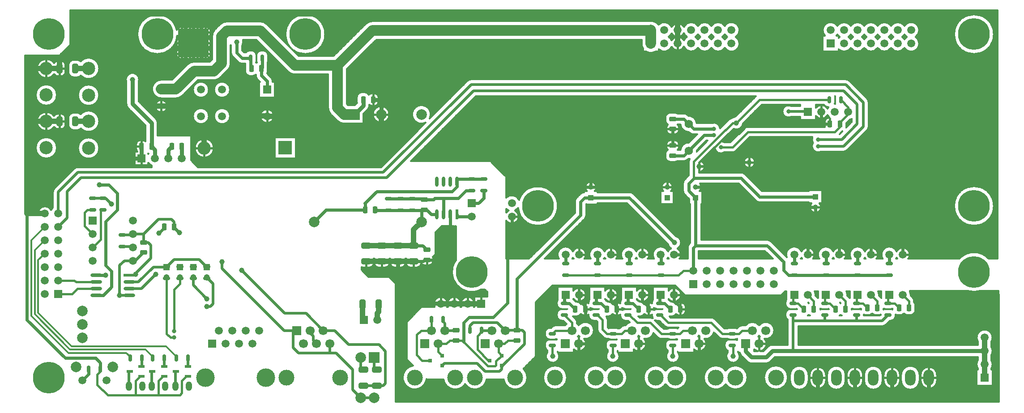
<source format=gbl>
G04 Layer_Physical_Order=2*
G04 Layer_Color=16750848*
%FSLAX42Y42*%
%MOMM*%
G71*
G01*
G75*
%ADD10C,0.30*%
G04:AMPARAMS|DCode=11|XSize=0.7mm|YSize=1.3mm|CornerRadius=0.17mm|HoleSize=0mm|Usage=FLASHONLY|Rotation=0.000|XOffset=0mm|YOffset=0mm|HoleType=Round|Shape=RoundedRectangle|*
%AMROUNDEDRECTD11*
21,1,0.70,0.95,0,0,0.0*
21,1,0.35,1.30,0,0,0.0*
1,1,0.35,0.17,-0.47*
1,1,0.35,-0.17,-0.47*
1,1,0.35,-0.17,0.47*
1,1,0.35,0.17,0.47*
%
%ADD11ROUNDEDRECTD11*%
G04:AMPARAMS|DCode=12|XSize=0.9mm|YSize=1.3mm|CornerRadius=0.23mm|HoleSize=0mm|Usage=FLASHONLY|Rotation=270.000|XOffset=0mm|YOffset=0mm|HoleType=Round|Shape=RoundedRectangle|*
%AMROUNDEDRECTD12*
21,1,0.90,0.85,0,0,270.0*
21,1,0.45,1.30,0,0,270.0*
1,1,0.45,-0.42,-0.23*
1,1,0.45,-0.42,0.23*
1,1,0.45,0.42,0.23*
1,1,0.45,0.42,-0.23*
%
%ADD12ROUNDEDRECTD12*%
%ADD17R,2.20X0.60*%
%ADD18O,2.20X0.60*%
G04:AMPARAMS|DCode=27|XSize=0.7mm|YSize=1.3mm|CornerRadius=0.17mm|HoleSize=0mm|Usage=FLASHONLY|Rotation=270.000|XOffset=0mm|YOffset=0mm|HoleType=Round|Shape=RoundedRectangle|*
%AMROUNDEDRECTD27*
21,1,0.70,0.95,0,0,270.0*
21,1,0.35,1.30,0,0,270.0*
1,1,0.35,-0.47,-0.17*
1,1,0.35,-0.47,0.17*
1,1,0.35,0.47,0.17*
1,1,0.35,0.47,-0.17*
%
%ADD27ROUNDEDRECTD27*%
G04:AMPARAMS|DCode=31|XSize=0.9mm|YSize=1.3mm|CornerRadius=0.23mm|HoleSize=0mm|Usage=FLASHONLY|Rotation=0.000|XOffset=0mm|YOffset=0mm|HoleType=Round|Shape=RoundedRectangle|*
%AMROUNDEDRECTD31*
21,1,0.90,0.85,0,0,0.0*
21,1,0.45,1.30,0,0,0.0*
1,1,0.45,0.23,-0.42*
1,1,0.45,-0.23,-0.42*
1,1,0.45,-0.23,0.42*
1,1,0.45,0.23,0.42*
%
%ADD31ROUNDEDRECTD31*%
G04:AMPARAMS|DCode=32|XSize=1.15mm|YSize=1.8mm|CornerRadius=0.29mm|HoleSize=0mm|Usage=FLASHONLY|Rotation=180.000|XOffset=0mm|YOffset=0mm|HoleType=Round|Shape=RoundedRectangle|*
%AMROUNDEDRECTD32*
21,1,1.15,1.23,0,0,180.0*
21,1,0.57,1.80,0,0,180.0*
1,1,0.57,-0.29,0.61*
1,1,0.57,0.29,0.61*
1,1,0.57,0.29,-0.61*
1,1,0.57,-0.29,-0.61*
%
%ADD32ROUNDEDRECTD32*%
%ADD35C,0.60*%
%ADD37C,0.50*%
%ADD38C,1.00*%
%ADD39C,0.40*%
%ADD40C,0.80*%
%ADD42C,2.00*%
%ADD44R,1.50X1.50*%
%ADD45C,3.50*%
%ADD46C,1.50*%
%ADD47C,3.00*%
%ADD48C,1.70*%
%ADD49R,1.70X1.70*%
%ADD50R,1.50X1.50*%
%ADD51O,2.00X3.00*%
%ADD52C,1.20*%
%ADD53R,1.20X1.20*%
%ADD54C,2.50*%
%ADD55R,1.00X1.00*%
%ADD56C,1.00*%
%ADD57C,1.50*%
%ADD58R,1.50X1.50*%
%ADD59R,1.50X1.50*%
%ADD60R,2.00X2.00*%
%ADD61C,2.00*%
%ADD62O,1.20X1.80*%
%ADD63R,2.50X2.50*%
%ADD64R,1.20X1.20*%
%ADD65C,6.00*%
%ADD66C,2.00*%
%ADD67C,1.57*%
%ADD68C,0.80*%
G04:AMPARAMS|DCode=69|XSize=0.76mm|YSize=0.76mm|CornerRadius=0.19mm|HoleSize=0mm|Usage=FLASHONLY|Rotation=90.000|XOffset=0mm|YOffset=0mm|HoleType=Round|Shape=RoundedRectangle|*
%AMROUNDEDRECTD69*
21,1,0.76,0.38,0,0,90.0*
21,1,0.38,0.76,0,0,90.0*
1,1,0.38,0.19,0.19*
1,1,0.38,0.19,-0.19*
1,1,0.38,-0.19,-0.19*
1,1,0.38,-0.19,0.19*
%
%ADD69ROUNDEDRECTD69*%
%ADD70R,1.15X0.60*%
%ADD71O,0.60X1.90*%
%ADD72R,0.60X1.90*%
G04:AMPARAMS|DCode=73|XSize=1.15mm|YSize=1.8mm|CornerRadius=0.29mm|HoleSize=0mm|Usage=FLASHONLY|Rotation=90.000|XOffset=0mm|YOffset=0mm|HoleType=Round|Shape=RoundedRectangle|*
%AMROUNDEDRECTD73*
21,1,1.15,1.23,0,0,90.0*
21,1,0.57,1.80,0,0,90.0*
1,1,0.57,0.61,0.29*
1,1,0.57,0.61,-0.29*
1,1,0.57,-0.61,-0.29*
1,1,0.57,-0.61,0.29*
%
%ADD73ROUNDEDRECTD73*%
%ADD74R,5.79X5.54*%
D10*
X17378Y1645D02*
G03*
X17624Y1646I122J355D01*
G01*
X16365Y1451D02*
G03*
X16337Y1518I-95J0D01*
G01*
X16365Y1451D02*
G03*
X16337Y1518I-95J0D01*
G01*
X16390Y1368D02*
G03*
X16365Y1433I-98J0D01*
G01*
X16301Y1554D02*
G03*
X16302Y1569I-149J15D01*
G01*
X16293Y1185D02*
G03*
X16390Y1282I0J98D01*
G01*
X16302Y1569D02*
G03*
X16283Y1641I-150J0D01*
G01*
X15702Y1569D02*
G03*
X15685Y1639I-150J0D01*
G01*
X15701Y1554D02*
G03*
X15702Y1569I-149J15D01*
G01*
X15148Y1505D02*
G03*
X15137Y1518I-78J-54D01*
G01*
X15148Y1505D02*
G03*
X15137Y1518I-78J-54D01*
G01*
X15102Y1569D02*
G03*
X15086Y1637I-150J0D01*
G01*
X14502Y1569D02*
G03*
X14487Y1635I-150J0D01*
G01*
X15101Y1554D02*
G03*
X15102Y1569I-149J15D01*
G01*
X14548Y1505D02*
G03*
X14537Y1518I-78J-54D01*
G01*
X14548Y1505D02*
G03*
X14537Y1518I-78J-54D01*
G01*
X14501Y1554D02*
G03*
X14502Y1569I-149J15D01*
G01*
X15923Y1300D02*
G03*
X15960Y1308I-0J93D01*
G01*
X15748Y1505D02*
G03*
X15737Y1518I-78J-54D01*
G01*
X15790Y1308D02*
G03*
X15827Y1300I38J85D01*
G01*
X15748Y1505D02*
G03*
X15737Y1518I-78J-54D01*
G01*
X15323Y1300D02*
G03*
X15360Y1308I-0J93D01*
G01*
X16102Y1185D02*
G03*
X16175Y1217I0J98D01*
G01*
X15960Y1292D02*
G03*
X15923Y1300I-38J-85D01*
G01*
X15827D02*
G03*
X15790Y1292I0J-93D01*
G01*
X15502Y1185D02*
G03*
X15575Y1217I0J98D01*
G01*
X15360Y1292D02*
G03*
X15323Y1300I-38J-85D01*
G01*
X15190Y1308D02*
G03*
X15227Y1300I38J85D01*
G01*
X14975Y1408D02*
G03*
X14962Y1419I-73J-65D01*
G01*
X14723Y1300D02*
G03*
X14743Y1302I-0J93D01*
G01*
X14590Y1308D02*
G03*
X14627Y1300I38J85D01*
G01*
X15227D02*
G03*
X15190Y1292I0J-93D01*
G01*
X14750Y1296D02*
G03*
X14723Y1300I-27J-88D01*
G01*
X14627D02*
G03*
X14590Y1292I0J-93D01*
G01*
X17850Y762D02*
G03*
X17575Y679I-150J0D01*
G01*
X17825D02*
G03*
X17850Y762I-125J83D01*
G01*
X16175Y1217D02*
G03*
X16248Y1185I73J65D01*
G01*
X16015Y1195D02*
G03*
X16057Y1185I43J88D01*
G01*
X15693D02*
G03*
X15735Y1195I0J98D01*
G01*
X15923Y1080D02*
G03*
X16015Y1173I0J93D01*
G01*
X15760Y975D02*
G03*
X15831Y1004I0J100D01*
G01*
X15760Y975D02*
G03*
X15831Y1004I0J100D01*
G01*
X17850Y508D02*
G03*
X17825Y591I-150J0D01*
G01*
Y425D02*
G03*
X17850Y508I-125J83D01*
G01*
X15575Y1217D02*
G03*
X15648Y1185I73J65D01*
G01*
X15415Y1195D02*
G03*
X15457Y1185I43J88D01*
G01*
X14975Y1192D02*
G03*
X14996Y1175I73J65D01*
G01*
X14954D02*
G03*
X14975Y1192I-52J82D01*
G01*
X14375Y1408D02*
G03*
X14362Y1419I-73J-65D01*
G01*
X14123Y1300D02*
G03*
X14143Y1302I-0J93D01*
G01*
X13935Y1393D02*
G03*
X14027Y1300I93J0D01*
G01*
X14375Y1192D02*
G03*
X14396Y1175I73J65D01*
G01*
X14354D02*
G03*
X14375Y1192I-52J82D01*
G01*
X14150Y1296D02*
G03*
X14123Y1300I-27J-88D01*
G01*
X14027D02*
G03*
X13935Y1207I0J-93D01*
G01*
Y1173D02*
G03*
X13975Y1096I93J0D01*
G01*
X13948Y1475D02*
G03*
X13935Y1427I80J-47D01*
G01*
X11922Y1420D02*
G03*
X11862Y1391I0J-77D01*
G01*
D02*
G03*
X11778Y1440I-85J-49D01*
G01*
X12045Y1343D02*
G03*
X11968Y1420I-77J0D01*
G01*
Y1180D02*
G03*
X12045Y1257I0J77D01*
G01*
X11862Y1209D02*
G03*
X11922Y1180I60J49D01*
G01*
X11778Y1160D02*
G03*
X11862Y1209I0J98D01*
G01*
X13434Y992D02*
G03*
X13178Y990I-127J-97D01*
G01*
X13535Y736D02*
G03*
X13721Y894I25J158D01*
G01*
D02*
G03*
X13434Y992I-160J0D01*
G01*
X13112Y990D02*
G03*
X13045Y962I0J-95D01*
G01*
X13112Y990D02*
G03*
X13045Y962I0J-95D01*
G01*
X13574Y641D02*
G03*
X13535Y736I-140J0D01*
G01*
X13434Y797D02*
G03*
X13449Y780I127J97D01*
G01*
X13418D02*
G03*
X13434Y797I-111J115D01*
G01*
X13449Y780D02*
G03*
X13418Y780I-16J-139D01*
G01*
X13457Y503D02*
G03*
X13574Y641I-24J138D01*
G01*
X13685Y623D02*
G03*
X13604Y589I0J-115D01*
G01*
X13685Y623D02*
G03*
X13604Y589I0J-115D01*
G01*
X13340Y537D02*
G03*
X13410Y503I94J104D01*
G01*
X13041Y480D02*
G03*
X13032Y492I-101J-73D01*
G01*
X13066Y480D02*
G03*
X13098Y417I114J17D01*
G01*
X13066Y480D02*
G03*
X13098Y417I114J17D01*
G01*
X13065Y407D02*
G03*
X13041Y480I-125J0D01*
G01*
X13017Y934D02*
G03*
X12973Y945I-44J-81D01*
G01*
X12877D02*
G03*
X12827Y930I0J-93D01*
G01*
X12973Y725D02*
G03*
X13020Y738I-0J93D01*
G01*
X12827Y740D02*
G03*
X12877Y725I50J77D01*
G01*
X12670Y768D02*
G03*
X12738Y740I67J67D01*
G01*
X12670Y768D02*
G03*
X12738Y740I67J67D01*
G01*
X12595Y1112D02*
G03*
X12528Y1140I-67J-67D01*
G01*
X12595Y1112D02*
G03*
X12528Y1140I-67J-67D01*
G01*
X12398Y736D02*
G03*
X12579Y859I25J158D01*
G01*
X11895Y932D02*
G03*
X11847Y945I-48J-79D01*
G01*
X12296Y797D02*
G03*
X12312Y780I127J97D01*
G01*
X12312Y780D02*
G03*
X12280Y780I-16J-139D01*
G01*
X12280Y780D02*
G03*
X12296Y797I-111J115D01*
G01*
X11847Y725D02*
G03*
X11882Y732I0J93D01*
G01*
X13020Y712D02*
G03*
X12973Y725I-47J-80D01*
G01*
X12877D02*
G03*
X12785Y632I0J-93D01*
G01*
Y597D02*
G03*
X12843Y512I93J0D01*
G01*
X12436Y641D02*
G03*
X12398Y736I-140J0D01*
G01*
X11882Y718D02*
G03*
X11847Y725I-34J-86D01*
G01*
X12202Y537D02*
G03*
X12436Y641I94J104D01*
G01*
X11904Y480D02*
G03*
X11895Y492I-101J-73D01*
G01*
X11928Y407D02*
G03*
X11904Y480I-125J0D01*
G01*
X17850Y254D02*
G03*
X17825Y337I-150J0D01*
G01*
Y171D02*
G03*
X17850Y254I-125J83D01*
G01*
X17575Y337D02*
G03*
X17575Y171I125J-83D01*
G01*
X16800Y50D02*
G03*
X16490Y50I-155J0D01*
G01*
X15770D02*
G03*
X15420Y50I-175J0D01*
G01*
X16470D02*
G03*
X16120Y50I-175J0D01*
G01*
X16100D02*
G03*
X15790Y50I-155J0D01*
G01*
X15400D02*
G03*
X15090Y50I-155J0D01*
G01*
X15070D02*
G03*
X14720Y50I-175J0D01*
G01*
X16490Y-50D02*
G03*
X16800Y-50I155J0D01*
G01*
X16120D02*
G03*
X16470Y-50I175J0D01*
G01*
X15420D02*
G03*
X15770Y-50I175J0D01*
G01*
X15790D02*
G03*
X16100Y-50I155J0D01*
G01*
X15090D02*
G03*
X15400Y-50I155J0D01*
G01*
X13565Y272D02*
G03*
X13646Y306I0J115D01*
G01*
X13565Y272D02*
G03*
X13646Y306I0J115D01*
G01*
X14700Y50D02*
G03*
X14390Y50I-155J0D01*
G01*
X14370D02*
G03*
X14020Y50I-175J0D01*
G01*
X13978Y5D02*
G03*
X13978Y5I-225J0D01*
G01*
D02*
G03*
X13978Y5I-225J0D01*
G01*
X13209Y306D02*
G03*
X13290Y272I81J81D01*
G01*
X13209Y306D02*
G03*
X13290Y272I81J81D01*
G01*
X12843Y486D02*
G03*
X13065Y407I98J-78D01*
G01*
X13212Y5D02*
G03*
X12801Y132I-225J0D01*
G01*
X13212Y5D02*
G03*
X12801Y132I-225J0D01*
G01*
X12801D02*
G03*
X12801Y-121I-186J-127D01*
G01*
X12801Y132D02*
G03*
X12801Y-121I-186J-127D01*
G01*
X14390Y-50D02*
G03*
X14700Y-50I155J0D01*
G01*
X14720D02*
G03*
X15070Y-50I175J0D01*
G01*
X14020D02*
G03*
X14370Y-50I175J0D01*
G01*
X12801Y-121D02*
G03*
X13212Y5I186J127D01*
G01*
X12801Y-121D02*
G03*
X13212Y5I186J127D01*
G01*
X11957Y1569D02*
G03*
X11723Y1647I-130J0D01*
G01*
Y1491D02*
G03*
X11957Y1569I104J78D01*
G01*
X11357D02*
G03*
X11123Y1647I-130J0D01*
G01*
X11423Y1475D02*
G03*
X11410Y1427I80J-47D01*
G01*
X11123Y1491D02*
G03*
X11357Y1569I104J78D01*
G01*
X10823Y1475D02*
G03*
X10810Y1427I80J-47D01*
G01*
X10757Y1569D02*
G03*
X10523Y1647I-130J0D01*
G01*
Y1491D02*
G03*
X10757Y1569I104J78D01*
G01*
X10223Y1475D02*
G03*
X10210Y1427I80J-47D01*
G01*
X10157Y1569D02*
G03*
X9923Y1647I-130J0D01*
G01*
Y1491D02*
G03*
X10157Y1569I104J78D01*
G01*
X11445Y1320D02*
G03*
X11502Y1300I57J72D01*
G01*
X11410Y1407D02*
G03*
X11368Y1420I-43J-65D01*
G01*
X11322D02*
G03*
X11262Y1391I0J-77D01*
G01*
X11598Y1300D02*
G03*
X11606Y1300I-0J93D01*
G01*
X11607Y1300D02*
G03*
X11598Y1300I-9J-92D01*
G01*
X11502D02*
G03*
X11445Y1280I0J-93D01*
G01*
X11262Y1391D02*
G03*
X11178Y1440I-85J-49D01*
G01*
X10810Y1407D02*
G03*
X10768Y1420I-43J-65D01*
G01*
X10845Y1320D02*
G03*
X10902Y1300I57J72D01*
G01*
X10998D02*
G03*
X11006Y1300I-0J93D01*
G01*
X11007Y1300D02*
G03*
X10998Y1300I-9J-92D01*
G01*
X10902D02*
G03*
X10845Y1280I0J-93D01*
G01*
X11368Y1180D02*
G03*
X11410Y1193I0J77D01*
G01*
Y1173D02*
G03*
X11424Y1124I93J0D01*
G01*
D02*
G03*
X11375Y1138I-49J-82D01*
G01*
X11424Y1124D02*
G03*
X11375Y1138I-49J-82D01*
G01*
X11463Y1089D02*
G03*
X11503Y1080I40J84D01*
G01*
X11262Y1209D02*
G03*
X11322Y1180I60J49D01*
G01*
X11178Y1160D02*
G03*
X11262Y1209I0J98D01*
G01*
X10768Y1180D02*
G03*
X10810Y1193I0J77D01*
G01*
Y1173D02*
G03*
X10903Y1080I93J0D01*
G01*
X10722Y1420D02*
G03*
X10662Y1391I0J-77D01*
G01*
D02*
G03*
X10578Y1440I-85J-49D01*
G01*
X10245Y1320D02*
G03*
X10302Y1300I57J72D01*
G01*
X10407Y1300D02*
G03*
X10398Y1300I-9J-92D01*
G01*
X10662Y1209D02*
G03*
X10722Y1180I60J49D01*
G01*
X10398Y1300D02*
G03*
X10406Y1300I-0J93D01*
G01*
X10302Y1300D02*
G03*
X10245Y1280I0J-93D01*
G01*
X10210Y1407D02*
G03*
X10168Y1420I-43J-65D01*
G01*
X10122D02*
G03*
X10062Y1391I0J-77D01*
G01*
D02*
G03*
X9978Y1440I-85J-49D01*
G01*
X10168Y1180D02*
G03*
X10210Y1193I0J77D01*
G01*
X10062Y1209D02*
G03*
X10122Y1180I60J49D01*
G01*
X10578Y1160D02*
G03*
X10662Y1209I0J98D01*
G01*
X10568Y1098D02*
G03*
X10544Y1160I-95J0D01*
G01*
X10568Y1098D02*
G03*
X10544Y1160I-95J0D01*
G01*
X10210Y1173D02*
G03*
X10303Y1080I93J0D01*
G01*
X9978Y1160D02*
G03*
X10062Y1209I0J98D01*
G01*
X9989Y1046D02*
G03*
X9961Y1113I-95J0D01*
G01*
X9989Y1046D02*
G03*
X9961Y1113I-95J0D01*
G01*
X9912Y1162D02*
G03*
X9932Y1160I20J95D01*
G01*
X7270Y2253D02*
G03*
X7262Y2287I-77J0D01*
G01*
X7703Y2228D02*
G03*
X8183Y1673I297J-228D01*
G01*
X7193Y2130D02*
G03*
X7270Y2208I0J77D01*
G01*
X7045Y2162D02*
G03*
X7107Y2130I63J45D01*
G01*
X6961Y2088D02*
G03*
X7045Y2162I0J84D01*
G01*
X6759Y2255D02*
G03*
X6755Y2229I80J-26D01*
G01*
X6745D02*
G03*
X6741Y2255I-84J0D01*
G01*
X6459D02*
G03*
X6455Y2229I80J-26D01*
G01*
X6445D02*
G03*
X6441Y2255I-84J0D01*
G01*
X6159D02*
G03*
X6155Y2229I80J-26D01*
G01*
X6145D02*
G03*
X6141Y2255I-84J0D01*
G01*
X6361Y2088D02*
G03*
X6445Y2171I0J84D01*
G01*
X6661Y2088D02*
G03*
X6745Y2171I0J84D01*
G01*
X6755D02*
G03*
X6839Y2088I84J0D01*
G01*
X6455Y2171D02*
G03*
X6539Y2088I84J0D01*
G01*
X6155Y2171D02*
G03*
X6239Y2088I84J0D01*
G01*
X6061D02*
G03*
X6145Y2171I0J84D01*
G01*
X5915Y2091D02*
G03*
X5939Y2088I24J80D01*
G01*
X9798Y1300D02*
G03*
X9806Y1300I-0J93D01*
G01*
X9807Y1300D02*
G03*
X9798Y1300I-9J-92D01*
G01*
X9623Y1475D02*
G03*
X9610Y1427I80J-47D01*
G01*
X9702Y1300D02*
G03*
X9610Y1207I0J-93D01*
G01*
Y1393D02*
G03*
X9702Y1300I93J0D01*
G01*
X9610Y1173D02*
G03*
X9703Y1080I93J0D01*
G01*
X8036Y1340D02*
G03*
X8045Y1361I-115J60D01*
G01*
Y1439D02*
G03*
X7794Y1428I-124J-39D01*
G01*
D02*
G03*
X7540Y1428I-127J-28D01*
G01*
D02*
G03*
X7298Y1340I-127J-28D01*
G01*
X7782D02*
G03*
X7794Y1372I-115J60D01*
G01*
D02*
G03*
X7806Y1340I127J28D01*
G01*
X7540Y1372D02*
G03*
X7552Y1340I127J28D01*
G01*
X7528D02*
G03*
X7540Y1372I-115J60D01*
G01*
X11650Y978D02*
G03*
X11718Y950I67J67D01*
G01*
X11650Y978D02*
G03*
X11718Y950I67J67D01*
G01*
X11753Y945D02*
G03*
X11695Y925I0J-93D01*
G01*
X11711Y735D02*
G03*
X11753Y725I42J82D01*
G01*
X11520Y763D02*
G03*
X11588Y735I67J67D01*
G01*
X10989Y1049D02*
G03*
X10903Y990I42J-154D01*
G01*
X11260Y736D02*
G03*
X11438Y845I25J158D01*
G01*
X10889Y990D02*
G03*
X10822Y962I0J-95D01*
G01*
X10889Y990D02*
G03*
X10822Y962I0J-95D01*
G01*
X11520Y763D02*
G03*
X11588Y735I67J67D01*
G01*
X11158Y797D02*
G03*
X11174Y780I127J97D01*
G01*
X11174Y780D02*
G03*
X11143Y780I-16J-139D01*
G01*
X11143Y780D02*
G03*
X11158Y797I-111J115D01*
G01*
X11753Y725D02*
G03*
X11660Y632I0J-93D01*
G01*
Y597D02*
G03*
X11705Y518I93J0D01*
G01*
X11299Y641D02*
G03*
X11260Y736I-140J0D01*
G01*
X11064Y537D02*
G03*
X11299Y641I94J104D01*
G01*
X10773Y930D02*
G03*
X10722Y945I-50J-77D01*
G01*
X10628D02*
G03*
X10586Y935I0J-93D01*
G01*
X10378Y915D02*
G03*
X10405Y848I95J0D01*
G01*
X10378Y915D02*
G03*
X10405Y848I95J0D01*
G01*
X10308Y894D02*
G03*
X10021Y992I-160J0D01*
G01*
X10485Y768D02*
G03*
X10553Y740I67J67D01*
G01*
X10485Y768D02*
G03*
X10553Y740I67J67D01*
G01*
X10123Y736D02*
G03*
X10308Y894I25J158D01*
G01*
X10723Y725D02*
G03*
X10744Y728I-0J93D01*
G01*
X10577Y740D02*
G03*
X10627Y725I50J77D01*
G01*
X10744Y722D02*
G03*
X10723Y725I-22J-90D01*
G01*
X10627D02*
G03*
X10535Y632I0J-93D01*
G01*
Y597D02*
G03*
X10568Y527I93J0D01*
G01*
X10161Y641D02*
G03*
X10123Y736I-140J0D01*
G01*
X9927Y537D02*
G03*
X10161Y641I94J104D01*
G01*
X11705Y486D02*
G03*
X11928Y407I98J-78D01*
G01*
X12075Y5D02*
G03*
X11664Y132I-225J0D01*
G01*
X12075Y5D02*
G03*
X11664Y132I-225J0D01*
G01*
X10766Y480D02*
G03*
X10757Y492I-101J-73D01*
G01*
X10790Y407D02*
G03*
X10766Y480I-125J0D01*
G01*
X11664Y-121D02*
G03*
X12075Y5I186J127D01*
G01*
X11664Y-121D02*
G03*
X12075Y5I186J127D01*
G01*
X11664Y132D02*
G03*
X11664Y-121I-186J-127D01*
G01*
Y132D02*
G03*
X11664Y-121I-186J-127D01*
G01*
X10568Y486D02*
G03*
X10790Y407I98J-78D01*
G01*
X10937Y5D02*
G03*
X10526Y132I-225J0D01*
G01*
X10937Y5D02*
G03*
X10526Y132I-225J0D01*
G01*
Y-121D02*
G03*
X10937Y5I186J127D01*
G01*
X10526Y-121D02*
G03*
X10937Y5I186J127D01*
G01*
X10526Y132D02*
G03*
X10526Y-121I-186J-127D01*
G01*
X10526Y132D02*
G03*
X10526Y-121I-186J-127D01*
G01*
X10021Y992D02*
G03*
X9989Y1023I-127J-97D01*
G01*
X9790Y1016D02*
G03*
X9765Y990I104J-121D01*
G01*
X9585D02*
G03*
X9517Y962I0J-95D01*
G01*
X10021Y797D02*
G03*
X10037Y780I127J97D01*
G01*
X10005D02*
G03*
X10021Y797I-111J115D01*
G01*
X10037Y780D02*
G03*
X10005Y780I-16J-139D01*
G01*
X9573Y725D02*
G03*
X9607Y732I-0J93D01*
G01*
Y718D02*
G03*
X9573Y725I-34J-86D01*
G01*
X9585Y990D02*
G03*
X9517Y962I0J-95D01*
G01*
X9478Y945D02*
G03*
X9385Y852I0J-93D01*
G01*
Y818D02*
G03*
X9477Y725I93J0D01*
G01*
D02*
G03*
X9385Y632I0J-93D01*
G01*
X9800Y5D02*
G03*
X9800Y5I-225J0D01*
G01*
D02*
G03*
X9800Y5I-225J0D01*
G01*
X9629Y480D02*
G03*
X9620Y492I-101J-73D01*
G01*
X9430Y486D02*
G03*
X9653Y407I98J-78D01*
G01*
D02*
G03*
X9629Y480I-125J0D01*
G01*
X9385Y597D02*
G03*
X9430Y518I93J0D01*
G01*
X9048Y5D02*
G03*
X8976Y171I-225J0D01*
G01*
X9048Y5D02*
G03*
X8976Y171I-225J0D01*
G01*
X8600Y-28D02*
G03*
X9048Y5I223J33D01*
G01*
X8600Y-28D02*
G03*
X9048Y5I223J33D01*
G01*
X7871Y-121D02*
G03*
X8280Y-28I186J127D01*
G01*
X7871Y-121D02*
G03*
X8280Y-28I186J127D01*
G01*
X7463D02*
G03*
X7871Y-121I223J33D01*
G01*
X7463Y-28D02*
G03*
X7871Y-121I223J33D01*
G01*
X6889Y228D02*
G03*
X7142Y-25I30J-223D01*
G01*
X6889Y228D02*
G03*
X7142Y-25I30J-223D01*
G01*
X39Y3171D02*
G03*
X-207Y3111I-116J-59D01*
G01*
X77Y3224D02*
G03*
X39Y3171I100J-112D01*
G01*
X106Y3583D02*
G03*
X77Y3512I71J-71D01*
G01*
X106Y3583D02*
G03*
X77Y3512I71J-71D01*
G01*
X550Y3985D02*
G03*
X479Y3956I0J-100D01*
G01*
X550Y3985D02*
G03*
X479Y3956I0J-100D01*
G01*
X150Y4350D02*
G03*
X150Y4350I-200J0D01*
G01*
X98Y4748D02*
G03*
X171Y4705I73J41D01*
G01*
X229D02*
G03*
X312Y4789I0J84D01*
G01*
X367D02*
G03*
X471Y4685I104J0D01*
G01*
X950Y4346D02*
G03*
X950Y4346I-200J0D01*
G01*
X529Y4685D02*
G03*
X604Y4717I0J104D01*
G01*
X1650Y4333D02*
G03*
X1670Y4280I77J0D01*
G01*
X1880Y4066D02*
G03*
X1942Y4013I124J84D01*
G01*
X3118Y4345D02*
G03*
X3118Y4345I-180J0D01*
G01*
X1885Y4241D02*
G03*
X1880Y4234I119J-91D01*
G01*
X1727Y4495D02*
G03*
X1650Y4417I0J-77D01*
G01*
X1825Y4475D02*
G03*
X1773Y4495I-52J-57D01*
G01*
X171Y4995D02*
G03*
X98Y4952I0J-84D01*
G01*
X312Y4911D02*
G03*
X229Y4995I-84J0D01*
G01*
X98Y4952D02*
G03*
X98Y4748I-148J-102D01*
G01*
X471Y5015D02*
G03*
X367Y4911I0J-104D01*
G01*
X604Y4717D02*
G03*
X950Y4854I146J137D01*
G01*
D02*
G03*
X600Y4986I-200J0D01*
G01*
X150Y5350D02*
G03*
X150Y5350I-200J0D01*
G01*
X600Y4986D02*
G03*
X529Y5015I-71J-75D01*
G01*
X950Y5346D02*
G03*
X950Y5346I-200J0D01*
G01*
X1465Y5183D02*
G03*
X1499Y5101I115J0D01*
G01*
X1465Y5183D02*
G03*
X1499Y5101I115J0D01*
G01*
X2055Y4822D02*
G03*
X2021Y4904I-115J0D01*
G01*
X2055Y4822D02*
G03*
X2021Y4904I-115J0D01*
G01*
X3025Y4950D02*
G03*
X3025Y4950I-150J0D01*
G01*
X3425D02*
G03*
X3425Y4950I-150J0D01*
G01*
X2240Y5138D02*
G03*
X2240Y5138I-115J0D01*
G01*
X2014Y5328D02*
G03*
X2125Y5288I111J135D01*
G01*
X2402D02*
G03*
X2526Y5339I0J175D01*
G01*
X2402Y5288D02*
G03*
X2526Y5339I0J175D01*
G01*
X5458Y4860D02*
G03*
X5581Y4808I124J124D01*
G01*
X5458Y4860D02*
G03*
X5581Y4808I124J124D01*
G01*
X8650Y2973D02*
G03*
X8886Y3048I106J75D01*
G01*
X8697Y3164D02*
G03*
X8650Y3123I59J-116D01*
G01*
X8886Y3048D02*
G03*
X8815Y3164I-130J0D01*
G01*
X8877Y3213D02*
G03*
X9625Y3250I373J37D01*
G01*
X8650Y3196D02*
G03*
X8697Y3164I106J106D01*
G01*
X8893Y3364D02*
G03*
X8650Y3408I-137J-62D01*
G01*
X8815Y3164D02*
G03*
X8877Y3213I-59J138D01*
G01*
X9625Y3250D02*
G03*
X8893Y3364I-375J0D01*
G01*
X4255Y4950D02*
G03*
X4255Y4950I-130J0D01*
G01*
X6439Y4983D02*
G03*
X6439Y4983I-155J0D01*
G01*
X5283Y5108D02*
G03*
X5334Y4984I175J0D01*
G01*
X5283Y5108D02*
G03*
X5334Y4984I175J0D01*
G01*
X6026Y5071D02*
G03*
X6060Y5153I-81J81D01*
G01*
X6026Y5071D02*
G03*
X6060Y5153I-81J81D01*
G01*
Y5163D02*
G03*
X6112Y5142I52J57D01*
G01*
X5825Y5220D02*
G03*
X5828Y5198I98J0D01*
G01*
X6158Y5142D02*
G03*
X6235Y5220I0J77D01*
G01*
X7221Y4983D02*
G03*
X7127Y4828I-175J0D01*
G01*
X7201Y4903D02*
G03*
X7221Y4983I-155J81D01*
G01*
X98Y5952D02*
G03*
X98Y5748I-148J-102D01*
G01*
D02*
G03*
X171Y5705I73J41D01*
G01*
X229D02*
G03*
X312Y5789I0J84D01*
G01*
X367D02*
G03*
X471Y5685I104J0D01*
G01*
X529D02*
G03*
X604Y5717I0J104D01*
G01*
X604Y5717D02*
G03*
X950Y5854I146J137D01*
G01*
X171Y5995D02*
G03*
X98Y5952I0J-84D01*
G01*
X312Y5911D02*
G03*
X229Y5995I-84J0D01*
G01*
X471Y6015D02*
G03*
X367Y5911I0J-104D01*
G01*
X950Y5854D02*
G03*
X600Y5986I-200J0D01*
G01*
D02*
G03*
X529Y6015I-71J-75D01*
G01*
X1990Y5351D02*
G03*
X2014Y5328I135J111D01*
G01*
X1990Y5574D02*
G03*
X1990Y5351I135J-111D01*
G01*
X1695Y5594D02*
G03*
X1705Y5642I-115J49D01*
G01*
D02*
G03*
X1465Y5594I-125J0D01*
G01*
X2014Y5597D02*
G03*
X1990Y5574I111J-135D01*
G01*
X2125Y5638D02*
G03*
X2014Y5597I0J-175D01*
G01*
X3425Y5450D02*
G03*
X3425Y5450I-150J0D01*
G01*
X3025D02*
G03*
X3025Y5450I-150J0D01*
G01*
X2745Y5980D02*
G03*
X2621Y5929I0J-175D01*
G01*
X2745Y5980D02*
G03*
X2621Y5929I0J-175D01*
G01*
X2585Y6062D02*
G03*
X2735Y6062I75J73D01*
G01*
X3120Y5630D02*
G03*
X3244Y5681I0J175D01*
G01*
X3120Y5630D02*
G03*
X3244Y5681I0J175D01*
G01*
X3386Y5824D02*
G03*
X3438Y5947I-124J124D01*
G01*
X3386Y5824D02*
G03*
X3438Y5947I-124J124D01*
G01*
X2735Y6062D02*
G03*
X2885Y6062I75J73D01*
G01*
D02*
G03*
X3065Y6135I75J73D01*
G01*
X2478Y6235D02*
G03*
X2585Y6062I32J-100D01*
G01*
Y6208D02*
G03*
X2542Y6235I-75J-73D01*
G01*
X2416Y6582D02*
G03*
X2424Y6475I-366J-82D01*
G01*
X2542Y6235D02*
G03*
X2585Y6262I-32J100D01*
G01*
X2478Y6435D02*
G03*
X2478Y6235I32J-100D01*
G01*
X2585Y6408D02*
G03*
X2542Y6435I-75J-73D01*
G01*
X2424Y6475D02*
G03*
X2478Y6435I86J60D01*
G01*
X2542D02*
G03*
X2585Y6462I-32J100D01*
G01*
Y6608D02*
G03*
X2416Y6582I-75J-73D01*
G01*
X2628Y6235D02*
G03*
X2585Y6208I32J-100D01*
G01*
X2735D02*
G03*
X2692Y6235I-75J-73D01*
G01*
X2778D02*
G03*
X2735Y6208I32J-100D01*
G01*
X2885D02*
G03*
X2842Y6235I-75J-73D01*
G01*
X2585Y6262D02*
G03*
X2628Y6235I75J73D01*
G01*
X2692D02*
G03*
X2735Y6262I-32J100D01*
G01*
X2628Y6435D02*
G03*
X2585Y6408I32J-100D01*
G01*
X2735D02*
G03*
X2692Y6435I-75J-73D01*
G01*
X2735Y6262D02*
G03*
X2778Y6235I75J73D01*
G01*
X2842D02*
G03*
X2885Y6262I-32J100D01*
G01*
X2778Y6435D02*
G03*
X2735Y6408I32J-100D01*
G01*
X2885D02*
G03*
X2842Y6435I-75J-73D01*
G01*
X3065Y6135D02*
G03*
X2992Y6235I-105J0D01*
G01*
X2928D02*
G03*
X2885Y6208I32J-100D01*
G01*
Y6262D02*
G03*
X2928Y6235I75J73D01*
G01*
X3445Y6150D02*
G03*
X3476Y6076I105J0D01*
G01*
X3445Y6150D02*
G03*
X3476Y6076I105J0D01*
G01*
X2992Y6235D02*
G03*
X3065Y6335I-32J100D01*
G01*
X2928Y6435D02*
G03*
X2885Y6408I32J-100D01*
G01*
X3065Y6335D02*
G03*
X2992Y6435I-105J0D01*
G01*
X3438Y6296D02*
G03*
X3445Y6282I112J54D01*
G01*
X2692Y6435D02*
G03*
X2735Y6462I-32J100D01*
G01*
X2585D02*
G03*
X2628Y6435I75J73D01*
G01*
X2735Y6462D02*
G03*
X2778Y6435I75J73D01*
G01*
X2885Y6608D02*
G03*
X2735Y6608I-75J-73D01*
G01*
X2842Y6435D02*
G03*
X2885Y6462I-32J100D01*
G01*
D02*
G03*
X2928Y6435I75J73D01*
G01*
X2735Y6608D02*
G03*
X2585Y6608I-75J-73D01*
G01*
X2992Y6435D02*
G03*
X3065Y6535I-32J100D01*
G01*
D02*
G03*
X2885Y6608I-105J0D01*
G01*
X3139Y6586D02*
G03*
X3088Y6462I124J-124D01*
G01*
X3139Y6586D02*
G03*
X3088Y6462I124J-124D01*
G01*
X3365Y6740D02*
G03*
X3241Y6689I0J-175D01*
G01*
X3365Y6740D02*
G03*
X3241Y6689I0J-175D01*
G01*
X3710Y5807D02*
G03*
X3808Y5710I98J0D01*
G01*
X3853D02*
G03*
X3915Y5733I0J98D01*
G01*
Y5717D02*
G03*
X3946Y5643I105J0D01*
G01*
X3915Y5717D02*
G03*
X3946Y5643I105J0D01*
G01*
X4127Y5759D02*
G03*
X4140Y5807I-85J49D01*
G01*
X4230Y5612D02*
G03*
X4199Y5687I-105J0D01*
G01*
X4230Y5612D02*
G03*
X4199Y5687I-105J0D01*
G01*
X4529Y5789D02*
G03*
X4653Y5738I124J124D01*
G01*
X3576Y5976D02*
G03*
X3650Y5945I74J74D01*
G01*
X3576Y5976D02*
G03*
X3650Y5945I74J74D01*
G01*
X3920Y5972D02*
G03*
X3925Y6002I-88J30D01*
G01*
D02*
G03*
X3930Y5972I93J0D01*
G01*
X3925Y6098D02*
G03*
X3833Y6190I-93J-0D01*
G01*
X3655Y6282D02*
G03*
X3675Y6350I-105J68D01*
G01*
D02*
G03*
X3668Y6390I-125J0D01*
G01*
X3797Y6190D02*
G03*
X3725Y6155I0J-93D01*
G01*
X4017Y6190D02*
G03*
X3925Y6098I0J-93D01*
G01*
X4140Y5972D02*
G03*
X4145Y6003I-88J30D01*
G01*
Y6097D02*
G03*
X4053Y6190I-93J0D01*
G01*
X5922Y5403D02*
G03*
X5825Y5305I0J-98D01*
G01*
X6235Y5305D02*
G03*
X6158Y5383I-77J0D01*
G01*
X6112D02*
G03*
X6052Y5354I0J-77D01*
G01*
D02*
G03*
X5967Y5403I-85J-49D01*
G01*
X7985Y5645D02*
G03*
X7914Y5616I0J-100D01*
G01*
X7985Y5645D02*
G03*
X7914Y5616I0J-100D01*
G01*
X4529Y5789D02*
G03*
X4653Y5738I124J124D01*
G01*
X4124Y6689D02*
G03*
X4000Y6740I-124J-124D01*
G01*
X5225Y6500D02*
G03*
X5225Y6500I-375J0D01*
G01*
X4124Y6689D02*
G03*
X4000Y6740I-124J-124D01*
G01*
X6117Y6747D02*
G03*
X5994Y6696I0J-175D01*
G01*
X6117Y6747D02*
G03*
X5994Y6696I0J-175D01*
G01*
X9899Y2250D02*
G03*
X9911Y2272I-126J81D01*
G01*
D02*
G03*
X9925Y2250I116J59D01*
G01*
X9911Y2390D02*
G03*
X9647Y2250I-138J-59D01*
G01*
X10129D02*
G03*
X10157Y2331I-102J81D01*
G01*
X10499Y2250D02*
G03*
X10511Y2272I-126J81D01*
G01*
D02*
G03*
X10525Y2250I116J59D01*
G01*
X10729D02*
G03*
X10757Y2331I-102J81D01*
G01*
X10157D02*
G03*
X9911Y2390I-130J0D01*
G01*
X10511D02*
G03*
X10247Y2250I-138J-59D01*
G01*
X10757Y2331D02*
G03*
X10511Y2390I-130J0D01*
G01*
X10132Y3003D02*
G03*
X10162Y3077I-74J74D01*
G01*
X10132Y3003D02*
G03*
X10162Y3077I-74J74D01*
G01*
X11099Y2250D02*
G03*
X11111Y2272I-126J81D01*
G01*
D02*
G03*
X11125Y2250I116J59D01*
G01*
X11699D02*
G03*
X11711Y2272I-126J81D01*
G01*
D02*
G03*
X11725Y2250I116J59D01*
G01*
X11111Y2390D02*
G03*
X10847Y2250I-138J-59D01*
G01*
X11329D02*
G03*
X11357Y2331I-102J81D01*
G01*
D02*
G03*
X11111Y2390I-130J0D01*
G01*
X11711D02*
G03*
X11447Y2250I-138J-59D01*
G01*
X11929D02*
G03*
X11957Y2331I-102J81D01*
G01*
X11769Y2447D02*
G03*
X11711Y2390I58J-116D01*
G01*
X11957Y2331D02*
G03*
X11891Y2444I-130J0D01*
G01*
X11710Y2529D02*
G03*
X11769Y2447I122J26D01*
G01*
X11891Y2444D02*
G03*
X11957Y2555I-58J111D01*
G01*
D02*
G03*
X11859Y2677I-125J0D01*
G01*
X12114Y2530D02*
G03*
X12083Y2456I74J-74D01*
G01*
X12114Y2530D02*
G03*
X12083Y2456I74J-74D01*
G01*
X9983Y3407D02*
G03*
X9953Y3333I74J-74D01*
G01*
X9983Y3407D02*
G03*
X9953Y3333I74J-74D01*
G01*
X10125Y3510D02*
G03*
X10056Y3479I5J-105D01*
G01*
X10125Y3510D02*
G03*
X10056Y3479I5J-105D01*
G01*
X10355Y3605D02*
G03*
X10177Y3530I-105J0D01*
G01*
X10323D02*
G03*
X10355Y3605I-73J75D01*
G01*
X11057Y3479D02*
G03*
X10982Y3510I-74J-74D01*
G01*
X11057Y3479D02*
G03*
X10982Y3510I-74J-74D01*
G01*
X11997Y3540D02*
G03*
X12028Y3466I105J0D01*
G01*
X11768Y3533D02*
G03*
X11800Y3608I-73J75D01*
G01*
D02*
G03*
X11622Y3533I-105J0D01*
G01*
X11997Y3540D02*
G03*
X12028Y3466I105J0D01*
G01*
X12308Y3533D02*
G03*
X12340Y3608I-73J75D01*
G01*
X12028Y3752D02*
G03*
X11997Y3678I74J-74D01*
G01*
X12028Y3752D02*
G03*
X11997Y3678I74J-74D01*
G01*
X11709Y4312D02*
G03*
X11660Y4228I49J-85D01*
G01*
X11843Y4085D02*
G03*
X11894Y4100I0J98D01*
G01*
X11660Y4183D02*
G03*
X11757Y4085I98J0D01*
G01*
X12009Y4100D02*
G03*
X12083Y4131I0J105D01*
G01*
X12009Y4100D02*
G03*
X12083Y4131I0J105D01*
G01*
X12295Y3895D02*
G03*
X12405Y4000I5J105D01*
G01*
X12122Y4144D02*
G03*
X12105Y4090I78J-54D01*
G01*
X12095Y4142D02*
G03*
X12122Y4144I5J154D01*
G01*
Y4144D02*
G03*
X12105Y4090I78J-54D01*
G01*
X12340Y3608D02*
G03*
X12317Y3672I-105J0D01*
G01*
X12405Y4000D02*
G03*
X12341Y4097I-105J0D01*
G01*
X12595Y4351D02*
G03*
X12775Y4265I115J9D01*
G01*
X14224Y2250D02*
G03*
X14236Y2272I-126J81D01*
G01*
D02*
G03*
X14250Y2250I116J59D01*
G01*
X14454D02*
G03*
X14482Y2331I-102J81D01*
G01*
X14236Y2390D02*
G03*
X13956Y2282I-138J-59D01*
G01*
X14482Y2331D02*
G03*
X14236Y2390I-130J0D01*
G01*
X13662Y2577D02*
G03*
X13588Y2608I-74J-74D01*
G01*
X13662Y2577D02*
G03*
X13588Y2608I-74J-74D01*
G01*
X13371Y3351D02*
G03*
X13445Y3320I74J74D01*
G01*
X13371Y3351D02*
G03*
X13445Y3320I74J74D01*
G01*
X14427Y3300D02*
G03*
X14605Y3225I73J-75D01*
G01*
X14824Y2250D02*
G03*
X14836Y2272I-126J81D01*
G01*
D02*
G03*
X14850Y2250I116J59D01*
G01*
X15424D02*
G03*
X15436Y2272I-126J81D01*
G01*
D02*
G03*
X15450Y2250I116J59D01*
G01*
X15054D02*
G03*
X15082Y2331I-102J81D01*
G01*
X14836Y2390D02*
G03*
X14572Y2250I-138J-59D01*
G01*
X15654D02*
G03*
X15682Y2331I-102J81D01*
G01*
X15436Y2390D02*
G03*
X15172Y2250I-138J-59D01*
G01*
X16024D02*
G03*
X16036Y2272I-126J81D01*
G01*
D02*
G03*
X16050Y2250I116J59D01*
G01*
X16254D02*
G03*
X16282Y2331I-102J81D01*
G01*
X16036Y2390D02*
G03*
X15772Y2250I-138J-59D01*
G01*
X17780D02*
G03*
X17220Y2250I-280J-250D01*
G01*
X15082Y2331D02*
G03*
X14836Y2390I-130J0D01*
G01*
X16282Y2331D02*
G03*
X16036Y2390I-130J0D01*
G01*
X14605Y3225D02*
G03*
X14573Y3300I-105J0D01*
G01*
X15682Y2331D02*
G03*
X15436Y2390I-130J0D01*
G01*
X13167Y3852D02*
G03*
X13093Y3883I-74J-74D01*
G01*
X13167Y3852D02*
G03*
X13093Y3883I-74J-74D01*
G01*
X12930Y4265D02*
G03*
X12997Y4293I0J95D01*
G01*
X12930Y4265D02*
G03*
X12997Y4293I0J95D01*
G01*
X13355Y4075D02*
G03*
X13355Y4075I-105J0D01*
G01*
X14455Y4445D02*
G03*
X14607Y4280I95J-65D01*
G01*
X17875Y3250D02*
G03*
X17875Y3250I-375J0D01*
G01*
X11680Y4372D02*
G03*
X11709Y4312I77J0D01*
G01*
X11757Y4495D02*
G03*
X11680Y4417I0J-77D01*
G01*
X11891Y4312D02*
G03*
X11920Y4372I-49J60D01*
G01*
Y4417D02*
G03*
X11843Y4495I-77J0D01*
G01*
X11680Y4683D02*
G03*
X11757Y4605I77J0D01*
G01*
X11709Y4788D02*
G03*
X11680Y4728I49J-60D01*
G01*
X11660Y4872D02*
G03*
X11709Y4788I98J0D01*
G01*
X11757Y5015D02*
G03*
X11660Y4917I0J-98D01*
G01*
X11843Y4605D02*
G03*
X11920Y4683I0J77D01*
G01*
Y4728D02*
G03*
X11891Y4788I-77J0D01*
G01*
X12105Y4450D02*
G03*
X11947Y4310I-5J-154D01*
G01*
X12120Y4636D02*
G03*
X12194Y4605I74J74D01*
G01*
X12120Y4636D02*
G03*
X12194Y4605I74J74D01*
G01*
X11947Y4790D02*
G03*
X12105Y4650I153J14D01*
G01*
X12253Y4815D02*
G03*
X12095Y4958I-153J-11D01*
G01*
X11298Y6173D02*
G03*
X11478Y6173I90J150D01*
G01*
X11298D02*
G03*
X11478Y6173I90J150D01*
G01*
X11538Y6215D02*
G03*
X11780Y6264I104J108D01*
G01*
X11894Y5000D02*
G03*
X11843Y5015I-52J-82D01*
G01*
X12083Y4969D02*
G03*
X12009Y5000I-74J-74D01*
G01*
X12083Y4969D02*
G03*
X12009Y5000I-74J-74D01*
G01*
X11780Y6264D02*
G03*
X12012Y6264I116J59D01*
G01*
D02*
G03*
X12277Y6243I138J59D01*
G01*
X12253Y4277D02*
G03*
X12254Y4296I-153J19D01*
G01*
X12695Y4719D02*
G03*
X12533Y4815I-115J-9D01*
G01*
X12775Y4455D02*
G03*
X12719Y4475I-65J-95D01*
G01*
X12953Y4709D02*
G03*
X13130Y4813I52J114D01*
G01*
X12277Y6243D02*
G03*
X12531Y6243I127J80D01*
G01*
X12923Y4917D02*
G03*
X12865Y4890I9J-95D01*
G01*
X12923Y4917D02*
G03*
X12865Y4890I9J-95D01*
G01*
X12995Y4947D02*
G03*
X12923Y4917I10J-125D01*
G01*
X12531Y6243D02*
G03*
X12785Y6243I127J80D01*
G01*
X11213Y6323D02*
G03*
X11238Y6233I175J0D01*
G01*
X11213Y6323D02*
G03*
X11238Y6233I175J0D01*
G01*
X11531Y6678D02*
G03*
X11349Y6747I-143J-101D01*
G01*
X11780Y6382D02*
G03*
X11722Y6450I-138J-59D01*
G01*
X11868D02*
G03*
X11780Y6382I28J-127D01*
G01*
X12012D02*
G03*
X11924Y6450I-116J-59D01*
G01*
X12070D02*
G03*
X12012Y6382I80J-127D01*
G01*
X12277Y6403D02*
G03*
X12230Y6450I-127J-80D01*
G01*
X11722D02*
G03*
X11780Y6518I-80J127D01*
G01*
X11924Y6450D02*
G03*
X12012Y6518I-28J127D01*
G01*
X11780D02*
G03*
X11868Y6450I116J59D01*
G01*
X12012Y6518D02*
G03*
X12070Y6450I138J59D01*
G01*
X12230D02*
G03*
X12277Y6497I-80J127D01*
G01*
X12531Y6403D02*
G03*
X12484Y6450I-127J-80D01*
G01*
X12324D02*
G03*
X12277Y6403I80J-127D01*
G01*
X12578Y6450D02*
G03*
X12531Y6403I80J-127D01*
G01*
X12832Y6450D02*
G03*
X12785Y6403I80J-127D01*
G01*
D02*
G03*
X12738Y6450I-127J-80D01*
G01*
X12785Y6243D02*
G03*
X13062Y6323I127J80D01*
G01*
D02*
G03*
X12992Y6450I-150J0D01*
G01*
X12277Y6497D02*
G03*
X12324Y6450I127J80D01*
G01*
X12484D02*
G03*
X12531Y6497I-80J127D01*
G01*
D02*
G03*
X12578Y6450I127J80D01*
G01*
X12738D02*
G03*
X12785Y6497I-80J127D01*
G01*
D02*
G03*
X12832Y6450I127J80D01*
G01*
X12992D02*
G03*
X13062Y6577I-80J127D01*
G01*
X11780Y6636D02*
G03*
X11531Y6678I-138J-59D01*
G01*
X12012Y6636D02*
G03*
X11780Y6636I-116J-59D01*
G01*
X12277Y6657D02*
G03*
X12012Y6636I-127J-80D01*
G01*
X12531Y6657D02*
G03*
X12277Y6657I-127J-80D01*
G01*
X12785D02*
G03*
X12531Y6657I-127J-80D01*
G01*
X13062Y6577D02*
G03*
X12785Y6657I-150J0D01*
G01*
X13220Y4745D02*
G03*
X13153Y4717I0J-95D01*
G01*
X13220Y4745D02*
G03*
X13153Y4717I0J-95D01*
G01*
X14444Y4555D02*
G03*
X14455Y4445I106J-45D01*
G01*
X14675Y4758D02*
G03*
X14676Y4745I77J0D01*
G01*
X14047Y5140D02*
G03*
X14047Y4940I-57J-100D01*
G01*
X14752Y4920D02*
G03*
X14675Y4842I0J-77D01*
G01*
X14510Y4952D02*
G03*
X14730Y4971I104J78D01*
G01*
Y5089D02*
G03*
X14510Y5108I-116J-59D01*
G01*
X14663Y5165D02*
G03*
X14743Y5120I79J47D01*
G01*
X15030Y4280D02*
G03*
X15101Y4309I0J100D01*
G01*
X15030Y4280D02*
G03*
X15101Y4309I0J100D01*
G01*
X15082Y4733D02*
G03*
X15085Y4758I-94J24D01*
G01*
X15476Y4684D02*
G03*
X15505Y4755I-71J71D01*
G01*
X15476Y4684D02*
G03*
X15505Y4755I-71J71D01*
G01*
X14730Y4971D02*
G03*
X14766Y4920I138J59D01*
G01*
X14748Y5120D02*
G03*
X14730Y5089I120J-90D01*
G01*
X15146Y4882D02*
G03*
X15190Y4896I-24J148D01*
G01*
X14864Y5180D02*
G03*
X14870Y5212I-87J33D01*
G01*
X14876Y5180D02*
G03*
X14864Y5180I-8J-150D01*
G01*
X14870Y5212D02*
G03*
X14876Y5180I93J0D01*
G01*
X15505Y5212D02*
G03*
X15476Y5283I-100J0D01*
G01*
X15505Y5212D02*
G03*
X15476Y5283I-100J0D01*
G01*
X14872Y5328D02*
G03*
X14870Y5308I90J-20D01*
G01*
D02*
G03*
X14868Y5328I-93J-0D01*
G01*
X15143Y5616D02*
G03*
X15073Y5645I-71J-71D01*
G01*
X15143Y5616D02*
G03*
X15073Y5645I-71J-71D01*
G01*
X14938Y6215D02*
G03*
X15169Y6243I104J108D01*
G01*
D02*
G03*
X15423Y6243I127J80D01*
G01*
X15677D02*
G03*
X15931Y6243I127J80D01*
G01*
X15423D02*
G03*
X15677Y6243I127J80D01*
G01*
X15931D02*
G03*
X16185Y6243I127J80D01*
G01*
X14962Y6450D02*
G03*
X14938Y6431I80J-127D01*
G01*
X15216Y6450D02*
G03*
X15169Y6403I80J-127D01*
G01*
D02*
G03*
X15122Y6450I-127J-80D01*
G01*
X15470D02*
G03*
X15423Y6403I80J-127D01*
G01*
D02*
G03*
X15376Y6450I-127J-80D01*
G01*
X14896Y6473D02*
G03*
X14915Y6497I-108J104D01*
G01*
X14938Y6469D02*
G03*
X14962Y6450I104J108D01*
G01*
X14915Y6497D02*
G03*
X14934Y6473I127J80D01*
G01*
X14915Y6657D02*
G03*
X14680Y6473I-127J-80D01*
G01*
X15122Y6450D02*
G03*
X15169Y6497I-80J127D01*
G01*
D02*
G03*
X15216Y6450I127J80D01*
G01*
X15169Y6657D02*
G03*
X14915Y6657I-127J-80D01*
G01*
X15376Y6450D02*
G03*
X15423Y6497I-80J127D01*
G01*
D02*
G03*
X15470Y6450I127J80D01*
G01*
X15423Y6657D02*
G03*
X15169Y6657I-127J-80D01*
G01*
X15677D02*
G03*
X15423Y6657I-127J-80D01*
G01*
X15677Y6403D02*
G03*
X15630Y6450I-127J-80D01*
G01*
X15931Y6403D02*
G03*
X15884Y6450I-127J-80D01*
G01*
X15724D02*
G03*
X15677Y6403I80J-127D01*
G01*
X15978Y6450D02*
G03*
X15931Y6403I80J-127D01*
G01*
X16232Y6450D02*
G03*
X16185Y6403I80J-127D01*
G01*
D02*
G03*
X16138Y6450I-127J-80D01*
G01*
X15630D02*
G03*
X15677Y6497I-80J127D01*
G01*
D02*
G03*
X15724Y6450I127J80D01*
G01*
X15884D02*
G03*
X15931Y6497I-80J127D01*
G01*
Y6657D02*
G03*
X15677Y6657I-127J-80D01*
G01*
X16138Y6450D02*
G03*
X16185Y6497I-80J127D01*
G01*
X15931D02*
G03*
X15978Y6450I127J80D01*
G01*
X16185Y6497D02*
G03*
X16232Y6450I127J80D01*
G01*
X16185Y6243D02*
G03*
X16462Y6323I127J80D01*
G01*
D02*
G03*
X16392Y6450I-150J0D01*
G01*
D02*
G03*
X16462Y6577I-80J127D01*
G01*
D02*
G03*
X16185Y6657I-150J0D01*
G01*
X17875Y6500D02*
G03*
X17875Y6500I-375J0D01*
G01*
X16185Y6657D02*
G03*
X15931Y6657I-127J-80D01*
G01*
X17965Y1648D02*
X17968Y1538D01*
X17771Y894D02*
Y1647D01*
X17741Y906D02*
Y1647D01*
X17831Y835D02*
Y1647D01*
X17801Y873D02*
Y1647D01*
X17553Y1629D02*
X17965D01*
X16299Y1599D02*
X17966D01*
X17624Y1646D02*
X17965Y1648D01*
X16317Y1539D02*
X17967D01*
X16302Y1569D02*
X17967D01*
X16390Y1359D02*
X17968D01*
X16390Y1329D02*
X17968D01*
X16388Y1389D02*
X17968D01*
X16389Y1269D02*
X17968D01*
X16390Y1299D02*
X17968D01*
X16361Y1479D02*
X17968D01*
X16365Y1449D02*
X17968D01*
X16345Y1509D02*
X17968D01*
X16380Y1239D02*
X17968D01*
X16375Y1419D02*
X17968D01*
X17711Y912D02*
Y1647D01*
X17681Y911D02*
Y1646D01*
X17651Y904D02*
Y1646D01*
X17621Y890D02*
Y1645D01*
X17591Y865D02*
Y1636D01*
X16331Y1524D02*
Y1641D01*
X16301Y1584D02*
Y1641D01*
X17561Y819D02*
Y1630D01*
X16361Y1478D02*
Y1642D01*
X16365Y1433D02*
Y1451D01*
X16390Y1282D02*
Y1368D01*
X16290Y1629D02*
X17447D01*
X16301Y1554D02*
X16337Y1518D01*
X17321Y623D02*
Y1645D01*
X17291Y623D02*
Y1645D01*
X17261Y623D02*
Y1645D01*
X17381Y623D02*
Y1644D01*
X17351Y623D02*
Y1645D01*
X17171Y623D02*
Y1645D01*
X17141Y623D02*
Y1644D01*
X17111Y623D02*
Y1644D01*
X17231Y623D02*
Y1645D01*
X17201Y623D02*
Y1645D01*
X17441Y623D02*
Y1630D01*
X17471Y623D02*
Y1626D01*
X17411Y623D02*
Y1636D01*
X17531Y623D02*
Y1626D01*
X17501Y623D02*
Y1625D01*
X17021Y623D02*
Y1644D01*
X16991Y623D02*
Y1644D01*
X16961Y623D02*
Y1644D01*
X17081Y623D02*
Y1644D01*
X17051Y623D02*
Y1644D01*
X16871Y623D02*
Y1643D01*
X16841Y623D02*
Y1643D01*
X16811Y623D02*
Y1643D01*
X16931Y623D02*
Y1644D01*
X16901Y623D02*
Y1644D01*
X16721Y623D02*
Y1643D01*
X16691Y623D02*
Y1643D01*
X16661Y623D02*
Y1643D01*
X16781Y623D02*
Y1643D01*
X16751Y623D02*
Y1643D01*
X16571Y623D02*
Y1642D01*
X16541Y623D02*
Y1642D01*
X16511Y623D02*
Y1642D01*
X16631Y623D02*
Y1643D01*
X16601Y623D02*
Y1642D01*
X16421Y623D02*
Y1642D01*
X16391Y623D02*
Y1642D01*
X16481Y623D02*
Y1642D01*
X16451Y623D02*
Y1642D01*
X16283Y1641D02*
X17378Y1645D01*
X15701Y1584D02*
Y1639D01*
X15748Y1505D02*
Y1639D01*
X15731Y1524D02*
Y1639D01*
X15685Y1639D02*
X15748Y1639D01*
X15690Y1629D02*
X15748D01*
X15086Y1637D02*
X15148Y1637D01*
X15090Y1629D02*
X15148D01*
X15699Y1599D02*
X15748D01*
X15702Y1569D02*
X15748D01*
X15717Y1539D02*
X15748D01*
X15701Y1554D02*
X15737Y1518D01*
X15102Y1569D02*
X15148D01*
X15117Y1539D02*
X15148D01*
X15099Y1599D02*
X15148D01*
X15131Y1524D02*
Y1637D01*
X15101Y1584D02*
Y1637D01*
X15148Y1505D02*
Y1637D01*
X14548Y1505D02*
Y1635D01*
X14487Y1635D02*
X14548Y1635D01*
X14490Y1629D02*
X14548D01*
X14501Y1584D02*
Y1635D01*
X14531Y1524D02*
Y1635D01*
X15101Y1554D02*
X15137Y1518D01*
X14517Y1539D02*
X14548D01*
X14502Y1569D02*
X14548D01*
X14499Y1599D02*
X14548D01*
X14501Y1554D02*
X14537Y1518D01*
X15827Y1300D02*
X15923D01*
X15791Y1293D02*
Y1307D01*
X15960Y1292D02*
Y1308D01*
X15790Y1292D02*
Y1308D01*
X15360Y1292D02*
Y1308D01*
X15827Y1300D02*
X15923D01*
X15938Y1299D02*
X15960D01*
X15790D02*
X15812D01*
X15338D02*
X15360D01*
X15227Y1300D02*
X15323D01*
X14967Y1420D02*
X14975Y1412D01*
X15191Y1293D02*
Y1307D01*
X15190Y1292D02*
Y1308D01*
X14743Y1302D02*
X14750Y1296D01*
X14591Y1293D02*
Y1307D01*
X14590Y1292D02*
Y1308D01*
X15227Y1300D02*
X15323D01*
X15190Y1299D02*
X15212D01*
X14738D02*
X14747D01*
X14627Y1300D02*
X14723D01*
X14627Y1300D02*
X14723D01*
X14590Y1299D02*
X14612D01*
X16015Y1179D02*
X17968D01*
X16012Y1149D02*
X17968D01*
X16356Y1209D02*
X17968D01*
X17731Y909D02*
X17968D01*
X15962Y1089D02*
X17968D01*
X15885Y1059D02*
X17968D01*
X15998Y1119D02*
X17968D01*
X15825Y999D02*
X17968D01*
X15855Y1029D02*
X17968D01*
X17848Y789D02*
X17968D01*
X17850Y759D02*
X17968D01*
X17839Y819D02*
X17968D01*
X17836Y699D02*
X17968D01*
X17846Y729D02*
X17968D01*
X17794Y879D02*
X17968D01*
X17822Y849D02*
X17968D01*
X17825Y639D02*
X17968D01*
X17825Y669D02*
X17968D01*
X16166Y1209D02*
X16184D01*
X16241Y623D02*
Y1185D01*
X16015Y1173D02*
Y1195D01*
X15719Y1175D02*
X15735Y1191D01*
X15701Y1175D02*
Y1185D01*
X15671Y1175D02*
Y1185D01*
X15641Y1175D02*
Y1185D01*
X16057Y1185D02*
X16102D01*
X16248D02*
X16293D01*
X15906Y1080D02*
X15923D01*
X17561Y623D02*
Y705D01*
X15831Y1004D02*
X15906Y1080D01*
X15648Y1185D02*
X15693D01*
X17575Y623D02*
Y679D01*
X17825Y609D02*
X17968D01*
X16361Y623D02*
Y1213D01*
X17831Y581D02*
Y689D01*
X17825Y591D02*
Y679D01*
X16211Y623D02*
Y1192D01*
X16271Y623D02*
Y1185D01*
X16181Y623D02*
Y1211D01*
X16331Y623D02*
Y1193D01*
X16301Y623D02*
Y1185D01*
X17844Y549D02*
X17968D01*
X17850Y519D02*
X17968D01*
X17832Y579D02*
X17968D01*
X17842Y459D02*
X17968D01*
X17849Y489D02*
X17968D01*
X17827Y429D02*
X17968D01*
X17825Y369D02*
X17968D01*
X17825Y399D02*
X17968D01*
X16061Y623D02*
Y1185D01*
X16091Y623D02*
Y1185D01*
X16031Y623D02*
Y1189D01*
X16151Y623D02*
Y1198D01*
X16121Y623D02*
Y1187D01*
X15941Y623D02*
Y1082D01*
X15911Y623D02*
Y1080D01*
X15881Y623D02*
Y1055D01*
X16001Y623D02*
Y1124D01*
X15971Y623D02*
Y1094D01*
X15791Y623D02*
Y980D01*
X15761Y623D02*
Y975D01*
X15731Y623D02*
Y975D01*
X15851Y623D02*
Y1025D01*
X15821Y623D02*
Y996D01*
X15641Y623D02*
Y975D01*
X15611Y623D02*
Y975D01*
X15701Y623D02*
Y975D01*
X15671Y623D02*
Y975D01*
X15611Y1175D02*
Y1192D01*
X15566Y1209D02*
X15584D01*
X15581Y623D02*
Y975D01*
Y1175D02*
Y1211D01*
X15415Y1179D02*
X15722D01*
X15275Y975D02*
X15760D01*
X15415Y1175D02*
X15719D01*
X14175Y939D02*
X17968D01*
X14175Y969D02*
X17968D01*
X14175Y729D02*
X17554D01*
X14175Y699D02*
X17564D01*
X14175Y759D02*
X17550D01*
X14175Y639D02*
X17575D01*
X14175Y669D02*
X17575D01*
X14175Y909D02*
X17669D01*
X14175Y879D02*
X17606D01*
X14175Y849D02*
X17578D01*
X14175Y819D02*
X17561D01*
X14175Y789D02*
X17552D01*
X15551Y1175D02*
Y1198D01*
X15521Y1175D02*
Y1187D01*
X15457Y1185D02*
X15502D01*
X15461Y1175D02*
Y1185D01*
X15431Y1175D02*
Y1189D01*
X15415Y1175D02*
Y1195D01*
X14981Y1175D02*
Y1186D01*
X15491Y1175D02*
Y1185D01*
X15341Y623D02*
Y975D01*
X15311Y623D02*
Y975D01*
X15281Y623D02*
Y975D01*
X15191Y623D02*
Y975D01*
X14954Y1175D02*
X14996D01*
X14960Y1179D02*
X14990D01*
X14675Y975D02*
X15275D01*
X14175D02*
X14675D01*
X15461Y623D02*
Y975D01*
X15491Y623D02*
Y975D01*
X15431Y623D02*
Y975D01*
X15551Y623D02*
Y975D01*
X15521Y623D02*
Y975D01*
X15071Y623D02*
Y975D01*
X15251Y623D02*
Y975D01*
X15041Y623D02*
Y975D01*
X15401Y623D02*
Y975D01*
X15371Y623D02*
Y975D01*
X15101Y623D02*
Y975D01*
X15131Y623D02*
Y975D01*
X15011Y623D02*
Y975D01*
X15221Y623D02*
Y975D01*
X15161Y623D02*
Y975D01*
X14175Y623D02*
X17575D01*
X14981D02*
Y975D01*
X13709Y369D02*
X17575D01*
X14075Y393D02*
X17575D01*
X14591Y623D02*
Y975D01*
X14621Y623D02*
Y975D01*
X14561Y623D02*
Y975D01*
X14681Y623D02*
Y975D01*
X14651Y623D02*
Y975D01*
X14441Y623D02*
Y975D01*
X14471Y623D02*
Y975D01*
X14411Y623D02*
Y975D01*
X14531Y623D02*
Y975D01*
X14501Y623D02*
Y975D01*
X14861Y623D02*
Y975D01*
X14891Y623D02*
Y975D01*
X14831Y623D02*
Y975D01*
X14951Y623D02*
Y975D01*
X14921Y623D02*
Y975D01*
X14741Y623D02*
Y975D01*
X14711Y623D02*
Y975D01*
X14801Y623D02*
Y975D01*
X14771Y623D02*
Y975D01*
X14367Y1420D02*
X14375Y1412D01*
X14027Y1300D02*
X14123D01*
X14143Y1302D02*
X14150Y1296D01*
X13948Y1475D02*
Y1633D01*
X13861Y1569D02*
X13948D01*
X13991Y1293D02*
Y1307D01*
X13961Y1272D02*
Y1328D01*
X14360Y1179D02*
X14390D01*
X14381Y1175D02*
Y1186D01*
X14354Y1175D02*
X14396D01*
X14138Y1299D02*
X14147D01*
X14027Y1300D02*
X14123D01*
X13921Y1629D02*
X13948D01*
X13891Y1599D02*
X13948D01*
X13925Y1633D02*
X13948Y1633D01*
X13852Y1560D02*
X13925Y1633D01*
X13571Y1054D02*
Y1560D01*
X12551Y1137D02*
Y1560D01*
X13112D02*
X13852D01*
X12461Y1140D02*
Y1560D01*
X13541Y1053D02*
Y1560D01*
X13331Y1053D02*
Y1560D01*
X13935Y1393D02*
Y1427D01*
Y1173D02*
Y1207D01*
X13301Y1054D02*
Y1560D01*
X12641Y1066D02*
Y1560D01*
X12521Y1140D02*
Y1560D01*
X12491Y1140D02*
Y1560D01*
X12611Y1096D02*
Y1560D01*
X12581Y1123D02*
Y1560D01*
X13871Y623D02*
Y1579D01*
X13841Y623D02*
Y1560D01*
X13811Y623D02*
Y1560D01*
X13931Y623D02*
Y1633D01*
X13901Y623D02*
Y1609D01*
X13691Y987D02*
Y1560D01*
X13721Y623D02*
Y1560D01*
X13661Y1019D02*
Y1560D01*
X13781Y623D02*
Y1560D01*
X13751Y623D02*
Y1560D01*
X13601Y1049D02*
Y1560D01*
X13631Y1038D02*
Y1560D01*
X13511Y1047D02*
Y1560D01*
X13481Y1033D02*
Y1560D01*
X13451Y1011D02*
Y1560D01*
X13271Y1051D02*
Y1560D01*
X13361Y1045D02*
Y1560D01*
X13241Y1041D02*
Y1560D01*
X13421Y1006D02*
Y1560D01*
X13391Y1030D02*
Y1560D01*
X12911Y945D02*
Y1560D01*
X12941Y945D02*
Y1560D01*
X12881Y945D02*
Y1560D01*
X12851Y941D02*
Y1560D01*
X12821Y930D02*
Y1560D01*
X12701Y1006D02*
Y1560D01*
X12731Y976D02*
Y1560D01*
X12671Y1036D02*
Y1560D01*
X12791Y930D02*
Y1560D01*
X12761Y946D02*
Y1560D01*
X13181Y994D02*
Y1560D01*
X13211Y1023D02*
Y1560D01*
X13151Y990D02*
Y1560D01*
X13121Y990D02*
Y1560D01*
X13091Y987D02*
Y1560D01*
X13061Y975D02*
Y1560D01*
X13031Y948D02*
Y1560D01*
X13001Y940D02*
Y1560D01*
X12971Y945D02*
Y1560D01*
X11957Y1569D02*
X12026D01*
X12035Y1560D02*
X13112D01*
X11954Y1599D02*
X11996D01*
X12011Y1406D02*
Y1584D01*
X11981Y1419D02*
Y1614D01*
X11951Y1607D02*
Y1644D01*
X11942Y1629D02*
X11966D01*
X11921Y1659D02*
X11936D01*
X11918Y1677D02*
X12035Y1560D01*
X11953Y1539D02*
X13948D01*
X12030Y1389D02*
X13935D01*
X11981Y1419D02*
X13935D01*
X12043Y1359D02*
X13941D01*
X12041Y1366D02*
Y1560D01*
X11942Y1509D02*
X13948D01*
X11921Y1479D02*
X13948D01*
X11876Y1449D02*
X13937D01*
X11922Y1420D02*
X11968D01*
X11951D02*
Y1531D01*
X11891Y1682D02*
Y1704D01*
X11878Y1689D02*
X11906D01*
X11861Y1694D02*
Y1734D01*
X11921Y1659D02*
Y1674D01*
X11853Y1742D02*
X11918Y1677D01*
X11801Y1696D02*
Y1742D01*
X11831Y1699D02*
Y1742D01*
X11771Y1686D02*
Y1742D01*
X11921Y1420D02*
Y1479D01*
X11838Y1419D02*
X11909D01*
X11891Y1413D02*
Y1456D01*
X11861Y1392D02*
Y1444D01*
X11763Y1440D02*
X11778D01*
X11771D02*
Y1452D01*
X11831Y1424D02*
Y1439D01*
X12341Y1140D02*
Y1560D01*
X12371Y1140D02*
Y1560D01*
X12311Y1140D02*
Y1560D01*
X12431Y1140D02*
Y1560D01*
X12401Y1140D02*
Y1560D01*
X12101Y1140D02*
Y1560D01*
X12131Y1140D02*
Y1560D01*
X12071Y1140D02*
Y1560D01*
X12281Y1140D02*
Y1560D01*
X12251Y1140D02*
Y1560D01*
X12045Y1329D02*
X13960D01*
X12045Y1299D02*
X14012D01*
X12221Y1140D02*
Y1560D01*
X12191Y1140D02*
Y1560D01*
X12161Y1140D02*
Y1560D01*
X12045Y1269D02*
X13958D01*
X12043Y1239D02*
X13940D01*
X12028Y1209D02*
X13935D01*
X11835Y1179D02*
X13935D01*
X12045Y1257D02*
Y1343D01*
X12041Y1140D02*
Y1234D01*
X11861Y1140D02*
Y1208D01*
X12011Y1140D02*
Y1194D01*
X11981Y1140D02*
Y1181D01*
X11922Y1180D02*
X11968D01*
X11951Y1140D02*
Y1180D01*
X11921Y1140D02*
Y1180D01*
X11801Y1140D02*
Y1163D01*
X11771Y1140D02*
Y1160D01*
X11891Y1140D02*
Y1187D01*
X11831Y1140D02*
Y1176D01*
X14175Y623D02*
Y975D01*
X14201Y623D02*
Y975D01*
X13975Y1075D02*
Y1096D01*
X14291Y623D02*
Y975D01*
X14261Y623D02*
Y975D01*
X13682Y999D02*
X13975D01*
X13702Y969D02*
X13975D01*
X13648Y1029D02*
X13975D01*
X13714Y939D02*
X13975D01*
X13961Y623D02*
Y1108D01*
X13720Y879D02*
X13975D01*
X13714Y849D02*
X13975D01*
X13720Y909D02*
X13975D01*
X13681Y789D02*
X13975D01*
X13701Y819D02*
X13975D01*
X13542Y729D02*
X13975D01*
X13561Y699D02*
X13975D01*
X13645Y759D02*
X13975D01*
X13573Y639D02*
X13975D01*
X13571Y669D02*
X13975D01*
X13394Y1029D02*
X13473D01*
X13428Y999D02*
X13439D01*
X13112Y990D02*
X13178D01*
X13017Y934D02*
X13045Y962D01*
X13006Y939D02*
X13022D01*
X13571Y666D02*
Y735D01*
X13427Y789D02*
X13440D01*
X13020Y712D02*
Y738D01*
X14231Y623D02*
Y975D01*
X14321Y623D02*
Y975D01*
X13975Y623D02*
Y1075D01*
X14381Y623D02*
Y975D01*
X14351Y623D02*
Y975D01*
X13691Y623D02*
Y802D01*
X13661Y620D02*
Y770D01*
X13631Y609D02*
Y751D01*
X13601Y586D02*
Y740D01*
X13685Y623D02*
X13975D01*
X13733Y393D02*
X14075D01*
X13571Y556D02*
Y615D01*
X13570Y609D02*
X13630D01*
X13559Y579D02*
X13594D01*
X13539Y549D02*
X13564D01*
X13517Y503D02*
X13604Y589D01*
X13541Y526D02*
Y551D01*
X13511Y503D02*
Y524D01*
X13503Y519D02*
X13534D01*
X13457Y503D02*
X13517D01*
X13361D02*
Y521D01*
X13340Y519D02*
X13364D01*
X13340Y503D02*
Y537D01*
Y503D02*
X13410D01*
X13063Y429D02*
X13088D01*
X13061Y438D02*
Y480D01*
X13065Y399D02*
X13116D01*
X13054Y459D02*
X13071D01*
X13041Y480D02*
X13066D01*
X13059Y369D02*
X13146D01*
X12708Y999D02*
X13185D01*
X12738Y969D02*
X13053D01*
X12877Y945D02*
X12973D01*
X12618Y1089D02*
X13975D01*
X12648Y1059D02*
X13975D01*
X12587Y1119D02*
X13952D01*
X12678Y1029D02*
X13219D01*
X12595Y1112D02*
X12777Y930D01*
X12999Y729D02*
X13020D01*
X12877Y725D02*
X12973D01*
X12777Y930D02*
X12827D01*
X12768Y939D02*
X12844D01*
X12738Y740D02*
X12827D01*
X12405Y729D02*
X12851D01*
X12576Y849D02*
X12589D01*
X12579Y859D02*
X12670Y768D01*
X11757Y1140D02*
X12528D01*
X11881Y939D02*
X11902D01*
X11891Y934D02*
Y950D01*
X11895Y932D02*
X11913Y950D01*
X12564Y819D02*
X12619D01*
X12543Y789D02*
X12649D01*
X12289D02*
X12303D01*
X12508Y759D02*
X12681D01*
X11874Y729D02*
X11882D01*
X13001Y720D02*
Y730D01*
X12877Y725D02*
X12973D01*
X12851Y721D02*
Y729D01*
X12821Y706D02*
Y740D01*
X12423Y699D02*
X12813D01*
X12433Y669D02*
X12792D01*
X12402Y549D02*
X12799D01*
X12843Y486D02*
Y512D01*
X12202Y489D02*
X12843D01*
X12365Y519D02*
X12829D01*
X12821Y446D02*
Y524D01*
X11927Y399D02*
X12815D01*
X11917Y459D02*
X12826D01*
X11926Y429D02*
X12817D01*
X11907Y339D02*
X12836D01*
X11921Y369D02*
X12821D01*
X12791Y666D02*
Y740D01*
X12431Y677D02*
Y735D01*
X12436Y639D02*
X12785D01*
X11882Y718D02*
Y732D01*
X12785Y597D02*
Y632D01*
X12422Y579D02*
X12787D01*
X12432Y609D02*
X12785D01*
X12202Y519D02*
X12227D01*
X12202Y480D02*
Y537D01*
X11904Y480D02*
X12202D01*
X11921Y447D02*
Y480D01*
X17825Y339D02*
X17968D01*
X17840Y309D02*
X17968D01*
X17831Y327D02*
Y435D01*
X17850Y249D02*
X17968D01*
X17848Y279D02*
X17968D01*
X17825Y337D02*
Y425D01*
X17575Y337D02*
Y393D01*
X17846Y219D02*
X17968D01*
X17835Y189D02*
X17968D01*
X17825Y150D02*
Y171D01*
X17850Y129D02*
X17968D01*
X17831Y150D02*
Y181D01*
X17825Y159D02*
X17968D01*
X17825Y150D02*
X17850D01*
X16755Y159D02*
X17575D01*
Y150D02*
Y171D01*
X17550Y150D02*
X17575D01*
X16721Y185D02*
Y393D01*
X17561Y311D02*
Y393D01*
X16691Y198D02*
Y393D01*
X16781Y124D02*
Y393D01*
X16751Y163D02*
Y393D01*
X16631Y204D02*
Y393D01*
X16661Y204D02*
Y393D01*
X16601Y199D02*
Y393D01*
X16511Y128D02*
Y393D01*
X16451Y129D02*
Y393D01*
X17561Y150D02*
Y197D01*
X16714Y189D02*
X17565D01*
X16571Y186D02*
Y393D01*
X16792Y99D02*
X17550D01*
X16778Y129D02*
X17550D01*
X16541Y165D02*
Y393D01*
X16421Y171D02*
Y393D01*
X16432Y159D02*
X16535D01*
X16451Y129D02*
X16512D01*
X17951Y-455D02*
Y1647D01*
X17968Y-453D02*
Y1538D01*
X17921Y-455D02*
Y1647D01*
X17891Y-455D02*
Y1647D01*
X17861Y-455D02*
Y1647D01*
X17351Y-455D02*
Y393D01*
X17471Y-455D02*
Y393D01*
X17321Y-455D02*
Y393D01*
X17531Y-455D02*
Y393D01*
X17501Y-455D02*
Y393D01*
X17850Y99D02*
X17968D01*
X17850Y69D02*
X17968D01*
X17850Y-150D02*
Y150D01*
X17550Y-150D02*
Y150D01*
X17441Y-455D02*
Y393D01*
X17261Y-455D02*
Y393D01*
X17291Y-455D02*
Y393D01*
X17231Y-455D02*
Y393D01*
X17411Y-455D02*
Y393D01*
X17381Y-455D02*
Y393D01*
X17111Y-455D02*
Y393D01*
X17141Y-455D02*
Y393D01*
X17081Y-455D02*
Y393D01*
X17201Y-455D02*
Y393D01*
X17171Y-455D02*
Y393D01*
X16961Y-455D02*
Y393D01*
X16991Y-455D02*
Y393D01*
X16931Y-455D02*
Y393D01*
X17051Y-455D02*
Y393D01*
X17021Y-455D02*
Y393D01*
X16811Y-455D02*
Y393D01*
X16841Y-455D02*
Y393D01*
X16901Y-455D02*
Y393D01*
X16871Y-455D02*
Y393D01*
X16463Y99D02*
X16498D01*
X16469Y69D02*
X16491D01*
X16481Y-455D02*
Y393D01*
X16301Y225D02*
Y393D01*
X16331Y221D02*
Y393D01*
X16271Y223D02*
Y393D01*
X16391Y196D02*
Y393D01*
X16361Y212D02*
Y393D01*
X16211Y204D02*
Y393D01*
X16241Y217D02*
Y393D01*
X15971Y203D02*
Y393D01*
X16001Y194D02*
Y393D01*
X15911Y201D02*
Y393D01*
X16341Y219D02*
X17554D01*
X16402Y189D02*
X16576D01*
X16014D02*
X16188D01*
X16181Y183D02*
Y393D01*
X16031Y179D02*
Y393D01*
X13679Y339D02*
X17575D01*
X13649Y309D02*
X17560D01*
X13602Y279D02*
X17552D01*
X15641Y219D02*
X16249D01*
X15941Y205D02*
Y393D01*
X15641Y219D02*
Y393D01*
X15671Y208D02*
Y393D01*
X15611Y224D02*
Y393D01*
X15881Y191D02*
Y393D01*
X15701Y189D02*
Y393D01*
X15551Y219D02*
Y393D01*
X15581Y224D02*
Y393D01*
X15521Y209D02*
Y393D01*
X15491Y191D02*
Y393D01*
X15221Y203D02*
Y393D01*
X15281Y201D02*
Y393D01*
X15311Y190D02*
Y393D01*
X15251Y205D02*
Y393D01*
X15702Y189D02*
X15876D01*
X15314D02*
X15488D01*
X14941Y219D02*
X15549D01*
X15191Y195D02*
Y393D01*
X15002Y189D02*
X15176D01*
X15161Y180D02*
Y393D01*
X16061Y153D02*
Y393D01*
X16151Y150D02*
Y393D01*
X15851Y173D02*
Y393D01*
X16121Y71D02*
Y393D01*
X16091Y101D02*
Y393D01*
X15761Y105D02*
Y393D01*
X15821Y143D02*
Y393D01*
X15731Y160D02*
Y393D01*
X15791Y69D02*
Y393D01*
X16055Y159D02*
X16158D01*
X16078Y129D02*
X16139D01*
X16092Y99D02*
X16127D01*
X16099Y69D02*
X16121D01*
X15732Y159D02*
X15835D01*
X15751Y129D02*
X15812D01*
X15763Y99D02*
X15798D01*
X15371Y140D02*
Y393D01*
X15461Y163D02*
Y393D01*
X15341Y172D02*
Y393D01*
X15431Y112D02*
Y393D01*
X15401Y-455D02*
Y393D01*
X15131Y155D02*
Y393D01*
X15101Y108D02*
Y393D01*
X15071Y-455D02*
Y393D01*
X15355Y159D02*
X15458D01*
X15378Y129D02*
X15439D01*
X15392Y99D02*
X15427D01*
X15399Y69D02*
X15421D01*
X15032Y159D02*
X15135D01*
X15051Y129D02*
X15112D01*
X15063Y99D02*
X15098D01*
X15069Y69D02*
X15091D01*
X17850Y39D02*
X17968D01*
X17850Y9D02*
X17968D01*
X16800Y39D02*
X17550D01*
X17850Y-21D02*
X17968D01*
X16800Y-50D02*
Y50D01*
X16799Y69D02*
X17550D01*
X16800Y9D02*
X17550D01*
X16800Y-21D02*
X17550D01*
X17850Y-81D02*
X17968D01*
X17850Y-111D02*
X17968D01*
X17850Y-51D02*
X17968D01*
X17850Y-141D02*
X17968D01*
X17550Y-150D02*
X17850D01*
X16797Y-81D02*
X17550D01*
X16787Y-111D02*
X17550D01*
X16800Y-51D02*
X17550D01*
X16742Y-171D02*
X17968D01*
X16770Y-141D02*
X17550D01*
X16470Y9D02*
X16490D01*
X16470Y-21D02*
X16490D01*
X16470Y39D02*
X16490D01*
Y-50D02*
Y50D01*
X16470Y-50D02*
Y50D01*
X16100Y9D02*
X16120D01*
X16100Y-21D02*
X16120D01*
X16100Y39D02*
X16120D01*
Y-50D02*
Y50D01*
X16100Y-50D02*
Y50D01*
X16467Y-81D02*
X16493D01*
X16459Y-111D02*
X16503D01*
X16470Y-51D02*
X16490D01*
X16421Y-171D02*
X16548D01*
X16444Y-141D02*
X16520D01*
X16097Y-81D02*
X16123D01*
X16100Y-51D02*
X16120D01*
X16070Y-141D02*
X16146D01*
X16087Y-111D02*
X16131D01*
X17741Y-455D02*
Y-150D01*
X17771Y-455D02*
Y-150D01*
X17711Y-455D02*
Y-150D01*
X17831Y-455D02*
Y-150D01*
X17801Y-455D02*
Y-150D01*
X17681Y-455D02*
Y-150D01*
X17651Y-455D02*
Y-150D01*
X16781Y-455D02*
Y-124D01*
X17561Y-455D02*
Y-150D01*
X17591Y-455D02*
Y-150D01*
X16751Y-455D02*
Y-163D01*
X17648Y-455D02*
X17965D01*
X17621D02*
Y-150D01*
X16721Y-455D02*
Y-185D01*
X16679Y-201D02*
X17968D01*
X16691Y-455D02*
Y-198D01*
X16661Y-455D02*
Y-204D01*
X16631Y-455D02*
Y-204D01*
X16511Y-455D02*
Y-128D01*
X16451Y-455D02*
Y-129D01*
X16421Y-455D02*
Y-171D01*
X16571Y-455D02*
Y-186D01*
X16541Y-455D02*
Y-165D01*
X16181Y-455D02*
Y-183D01*
X16151Y-455D02*
Y-150D01*
X16121Y-455D02*
Y-71D01*
X16091Y-455D02*
Y-101D01*
X16601Y-455D02*
Y-199D01*
X16383Y-201D02*
X16611D01*
X16391Y-455D02*
Y-196D01*
X16361Y-455D02*
Y-212D01*
X16331Y-455D02*
Y-221D01*
X16241Y-455D02*
Y-217D01*
X16211Y-455D02*
Y-204D01*
X16301Y-455D02*
Y-225D01*
X16271Y-455D02*
Y-223D01*
X15770Y39D02*
X15790D01*
Y-50D02*
Y50D01*
X15769Y69D02*
X15791D01*
X15770Y9D02*
X15790D01*
X15770Y-21D02*
X15790D01*
X15770Y-51D02*
X15790D01*
X15770Y-50D02*
Y50D01*
X15759Y-111D02*
X15803D01*
X15744Y-141D02*
X15820D01*
X15767Y-81D02*
X15793D01*
X16042Y-171D02*
X16169D01*
X15721D02*
X15848D01*
X15387Y-111D02*
X15431D01*
X15370Y-141D02*
X15446D01*
X15397Y-81D02*
X15423D01*
X15683Y-201D02*
X15911D01*
X15342Y-171D02*
X15469D01*
X15420Y-50D02*
Y50D01*
X15400Y9D02*
X15420D01*
X15400Y39D02*
X15420D01*
X15400Y-50D02*
Y50D01*
X15070Y9D02*
X15090D01*
X15070Y39D02*
X15090D01*
Y-50D02*
Y50D01*
X15070Y-50D02*
Y50D01*
X15400Y-21D02*
X15420D01*
X15070D02*
X15090D01*
X15400Y-51D02*
X15420D01*
X15070D02*
X15090D01*
X15059Y-111D02*
X15103D01*
X15067Y-81D02*
X15093D01*
X15021Y-171D02*
X15148D01*
X15044Y-141D02*
X15120D01*
X15821Y-455D02*
Y-143D01*
X15851Y-455D02*
Y-173D01*
X15791Y-455D02*
Y-69D01*
X16061Y-455D02*
Y-153D01*
X16031Y-455D02*
Y-179D01*
X15761Y-455D02*
Y-105D01*
X15731Y-455D02*
Y-160D01*
X15701Y-455D02*
Y-189D01*
X16001Y-455D02*
Y-194D01*
X15979Y-201D02*
X16207D01*
X15971Y-455D02*
Y-203D01*
X15941Y-455D02*
Y-205D01*
X15911Y-455D02*
Y-201D01*
X15641Y-455D02*
Y-219D01*
X15611Y-455D02*
Y-224D01*
X15881Y-455D02*
Y-191D01*
X15671Y-455D02*
Y-208D01*
X15431Y-455D02*
Y-112D01*
X15371Y-455D02*
Y-140D01*
X15341Y-455D02*
Y-172D01*
X15491Y-455D02*
Y-191D01*
X15461Y-455D02*
Y-163D01*
X15131Y-455D02*
Y-155D01*
X15101Y-455D02*
Y-108D01*
X15311Y-455D02*
Y-190D01*
X15161Y-455D02*
Y-180D01*
X15279Y-201D02*
X15507D01*
X15521Y-455D02*
Y-209D01*
X15281Y-455D02*
Y-201D01*
X15581Y-455D02*
Y-224D01*
X15551Y-455D02*
Y-219D01*
X14983Y-201D02*
X15211D01*
X15191Y-455D02*
Y-195D01*
X15251Y-455D02*
Y-205D01*
X15221Y-455D02*
Y-203D01*
X14891Y225D02*
Y393D01*
X14921Y223D02*
Y393D01*
X14861Y222D02*
Y393D01*
X14981Y202D02*
Y393D01*
X14951Y216D02*
Y393D01*
X14801Y198D02*
Y393D01*
X14831Y213D02*
Y393D01*
X14591Y198D02*
Y393D01*
X14621Y185D02*
Y393D01*
X14471Y186D02*
Y393D01*
X14531Y204D02*
Y393D01*
X14561Y204D02*
Y393D01*
X14501Y199D02*
Y393D01*
X15011Y181D02*
Y393D01*
X14614Y189D02*
X14788D01*
X14261Y212D02*
Y393D01*
X14241Y219D02*
X14849D01*
X14231Y221D02*
Y393D01*
X14302Y189D02*
X14476D01*
X14291Y196D02*
Y393D01*
X14171Y223D02*
Y393D01*
X14201Y225D02*
Y393D01*
X14141Y217D02*
Y393D01*
X14111Y204D02*
Y393D01*
X14081Y183D02*
Y393D01*
X13781Y229D02*
Y393D01*
X13811Y223D02*
Y393D01*
X13646Y306D02*
X13733Y393D01*
X13871Y197D02*
Y393D01*
X13841Y212D02*
Y393D01*
X13751Y230D02*
Y393D01*
X13721Y228D02*
Y381D01*
X13691Y222D02*
Y351D01*
X13825Y219D02*
X14149D01*
X13884Y189D02*
X14088D01*
X13661Y211D02*
Y321D01*
X13631Y195D02*
Y293D01*
X14771Y174D02*
Y393D01*
X15041Y146D02*
Y393D01*
X14741Y134D02*
Y393D01*
X14711Y-455D02*
Y393D01*
X14681Y124D02*
Y393D01*
X14441Y165D02*
Y393D01*
X14651Y163D02*
Y393D01*
X14321Y171D02*
Y393D01*
X14411Y128D02*
Y393D01*
X14381Y-455D02*
Y393D01*
X14655Y159D02*
X14758D01*
X14678Y129D02*
X14739D01*
X14692Y99D02*
X14727D01*
X14351Y129D02*
Y393D01*
X14332Y159D02*
X14435D01*
X13918D02*
X14058D01*
X14351Y129D02*
X14412D01*
X13961Y91D02*
Y393D01*
X14051Y150D02*
Y393D01*
X13931Y143D02*
Y393D01*
X14021Y71D02*
Y393D01*
X13991Y-455D02*
Y393D01*
X13901Y175D02*
Y393D01*
X13601Y172D02*
Y278D01*
X13571Y138D02*
Y273D01*
X13391Y-455D02*
Y272D01*
X13361Y-455D02*
Y272D01*
X13941Y129D02*
X14039D01*
X13958Y99D02*
X14027D01*
X13541Y81D02*
Y272D01*
X13451Y-455D02*
Y272D01*
X13421Y-455D02*
Y272D01*
X13511Y-455D02*
Y272D01*
X13481Y-455D02*
Y272D01*
X13098Y417D02*
X13209Y306D01*
X13091Y205D02*
Y424D01*
X13061Y218D02*
Y377D01*
X13044Y339D02*
X13176D01*
X13017Y309D02*
X13206D01*
X11879D02*
X12863D01*
X13031Y226D02*
Y322D01*
X13001Y230D02*
Y299D01*
X13290Y272D02*
X13565D01*
X12971Y230D02*
Y286D01*
X13059Y219D02*
X13681D01*
X13118Y189D02*
X13622D01*
X12941Y226D02*
Y283D01*
X12687Y219D02*
X12915D01*
X12911Y217D02*
Y286D01*
X12881Y204D02*
Y297D01*
X12746Y189D02*
X12856D01*
X12641Y229D02*
Y797D01*
X12671Y223D02*
Y767D01*
X12611Y230D02*
Y827D01*
X12731Y198D02*
Y740D01*
X12701Y214D02*
Y747D01*
X12581Y228D02*
Y857D01*
X12551Y221D02*
Y799D01*
X12521Y210D02*
Y768D01*
X12491Y193D02*
Y750D01*
X11951Y206D02*
Y480D01*
X11921Y219D02*
Y368D01*
X11921Y219D02*
X12544D01*
X11891Y227D02*
Y319D01*
X11980Y189D02*
X12485D01*
X11981Y188D02*
Y480D01*
X11861Y230D02*
Y297D01*
X11831Y230D02*
Y286D01*
X11801Y225D02*
Y283D01*
X11771Y216D02*
Y286D01*
X13211Y24D02*
Y304D01*
X13241Y-455D02*
Y283D01*
X13181Y119D02*
Y334D01*
X13301Y-455D02*
Y272D01*
X13271Y-455D02*
Y274D01*
X13121Y186D02*
Y394D01*
X13151Y159D02*
Y364D01*
X12851Y185D02*
Y320D01*
X12821Y158D02*
Y369D01*
X12791Y146D02*
Y564D01*
X13152Y159D02*
X13588D01*
X13175Y129D02*
X13565D01*
X13192Y99D02*
X13548D01*
X13331Y-455D02*
Y272D01*
X12780Y159D02*
X12822D01*
X12761Y177D02*
Y740D01*
X12461Y169D02*
Y739D01*
X12431Y135D02*
Y604D01*
X12401Y74D02*
Y548D01*
X12371Y-455D02*
Y522D01*
X12251Y-455D02*
Y508D01*
X12281Y-455D02*
Y501D01*
X12221Y-455D02*
Y522D01*
X12341Y-455D02*
Y508D01*
X12311Y-455D02*
Y501D01*
X12101Y-455D02*
Y480D01*
X12131Y-455D02*
Y480D01*
X12071Y44D02*
Y480D01*
X12191Y-455D02*
Y480D01*
X12161Y-455D02*
Y480D01*
X12014Y159D02*
X12451D01*
X12011Y162D02*
Y480D01*
X12038Y129D02*
X12427D01*
X12041Y123D02*
Y480D01*
X14700Y9D02*
X14720D01*
X14700Y-21D02*
X14720D01*
X14700Y39D02*
X14720D01*
Y-50D02*
Y50D01*
X14700Y-50D02*
Y50D01*
X14699Y69D02*
X14721D01*
X14697Y-81D02*
X14723D01*
X14687Y-111D02*
X14731D01*
X14700Y-51D02*
X14720D01*
X14642Y-171D02*
X14769D01*
X14670Y-141D02*
X14746D01*
X14344D02*
X14420D01*
X14321Y-171D02*
X14448D01*
X14359Y-111D02*
X14403D01*
X14579Y-201D02*
X14807D01*
X14283D02*
X14511D01*
X14369Y69D02*
X14391D01*
X14370Y39D02*
X14390D01*
X14370Y9D02*
X14390D01*
Y-50D02*
Y50D01*
X14370Y-50D02*
Y50D01*
X14363Y99D02*
X14398D01*
X13969Y69D02*
X14021D01*
X13976Y39D02*
X14020D01*
Y-50D02*
Y50D01*
X13978Y9D02*
X14020D01*
X14370Y-21D02*
X14390D01*
X14370Y-51D02*
X14390D01*
X13976Y-21D02*
X14020D01*
X14367Y-81D02*
X14393D01*
X13971Y-51D02*
X14020D01*
X13945Y-111D02*
X14031D01*
X13961Y-81D02*
X14023D01*
X13892Y-171D02*
X14069D01*
X13924Y-141D02*
X14046D01*
X14771Y-455D02*
Y-174D01*
X14801Y-455D02*
Y-198D01*
X14741Y-455D02*
Y-134D01*
X15041Y-455D02*
Y-146D01*
X15011Y-455D02*
Y-181D01*
X14681Y-455D02*
Y-124D01*
X14651Y-455D02*
Y-163D01*
X14621Y-455D02*
Y-185D01*
X14471Y-455D02*
Y-186D01*
X14921Y-455D02*
Y-223D01*
X14891Y-455D02*
Y-225D01*
X14861Y-455D02*
Y-222D01*
X14981Y-455D02*
Y-202D01*
X14951Y-455D02*
Y-216D01*
X14561Y-455D02*
Y-204D01*
X14531Y-455D02*
Y-204D01*
X14501Y-455D02*
Y-199D01*
X14831Y-455D02*
Y-213D01*
X14591Y-455D02*
Y-198D01*
X14351Y-455D02*
Y-129D01*
X14321Y-455D02*
Y-171D01*
X14051Y-455D02*
Y-150D01*
X14441Y-455D02*
Y-165D01*
X14411Y-455D02*
Y-128D01*
X14021Y-455D02*
Y-71D01*
X13961Y-455D02*
Y-80D01*
X13931Y-455D02*
Y-132D01*
X13901Y-455D02*
Y-164D01*
X14231Y-455D02*
Y-221D01*
X14201Y-455D02*
Y-225D01*
X14171Y-455D02*
Y-223D01*
X14291Y-455D02*
Y-196D01*
X14261Y-455D02*
Y-212D01*
X14081Y-455D02*
Y-183D01*
X13871Y-455D02*
Y-186D01*
X14141Y-455D02*
Y-217D01*
X14111Y-455D02*
Y-204D01*
X13210Y39D02*
X13530D01*
X13210Y-21D02*
X13530D01*
X13212Y9D02*
X13528D01*
X13571Y-455D02*
Y-127D01*
X13205Y-51D02*
X13535D01*
X13195Y-81D02*
X13545D01*
X13179Y-111D02*
X13561D01*
X13203Y69D02*
X13537D01*
X13842Y-201D02*
X14107D01*
X13721Y-455D02*
Y-217D01*
X13691Y-455D02*
Y-211D01*
X13661Y-455D02*
Y-200D01*
X13631Y-455D02*
Y-184D01*
X13126Y-171D02*
X13614D01*
X13076Y-201D02*
X13664D01*
X13158Y-141D02*
X13582D01*
X13601Y-455D02*
Y-161D01*
X13151Y-455D02*
Y-148D01*
X12072Y39D02*
X12393D01*
X12073Y-21D02*
X12392D01*
X12074Y9D02*
X12391D01*
X12786Y-141D02*
X12816D01*
X12067Y-51D02*
X12398D01*
X12054Y99D02*
X12411D01*
X12057Y-81D02*
X12408D01*
X12065Y69D02*
X12400D01*
X12020Y-141D02*
X12445D01*
X12042Y-111D02*
X12423D01*
X13061Y-455D02*
Y-207D01*
X13031Y-455D02*
Y-215D01*
X13001Y-455D02*
Y-219D01*
X13121Y-455D02*
Y-175D01*
X13091Y-455D02*
Y-194D01*
X12755Y-171D02*
X12848D01*
X11989D02*
X12476D01*
X12704Y-201D02*
X12898D01*
X11938D02*
X12527D01*
X13211Y-455D02*
Y-13D01*
X13181Y-455D02*
Y-108D01*
X12881Y-455D02*
Y-193D01*
X13841Y-455D02*
Y-201D01*
X13541Y-455D02*
Y-70D01*
X12791Y-455D02*
Y-135D01*
X12761Y-455D02*
Y-166D01*
X12731Y-455D02*
Y-187D01*
X12851Y-455D02*
Y-174D01*
X12821Y-455D02*
Y-147D01*
X12971Y-455D02*
Y-219D01*
X13751Y-455D02*
Y-219D01*
X12941Y-455D02*
Y-215D01*
X13811Y-455D02*
Y-212D01*
X13781Y-455D02*
Y-218D01*
X12671Y-455D02*
Y-212D01*
X12641Y-455D02*
Y-218D01*
X12911Y-455D02*
Y-206D01*
X12701Y-455D02*
Y-203D01*
X12431Y-455D02*
Y-124D01*
X12461Y-455D02*
Y-158D01*
X12401Y-455D02*
Y-63D01*
X12521Y-455D02*
Y-199D01*
X12491Y-455D02*
Y-182D01*
X12011Y-455D02*
Y-151D01*
X11981Y-455D02*
Y-177D01*
X11951Y-455D02*
Y-195D01*
X12071Y-455D02*
Y-33D01*
X12041Y-455D02*
Y-112D01*
X11921Y-455D02*
Y-208D01*
X12551Y-455D02*
Y-210D01*
X11891Y-455D02*
Y-216D01*
X12611Y-455D02*
Y-219D01*
X12581Y-455D02*
Y-217D01*
X11801Y-455D02*
Y-214D01*
X11771Y-455D02*
Y-205D01*
X11861Y-455D02*
Y-219D01*
X11831Y-455D02*
Y-219D01*
X11651Y1719D02*
Y1742D01*
X11681Y1719D02*
Y1742D01*
X11621Y1719D02*
Y1742D01*
X11741Y1667D02*
Y1742D01*
X11711Y1719D02*
Y1742D01*
X11561Y1719D02*
Y1742D01*
X11591Y1719D02*
Y1742D01*
X11531Y1719D02*
Y1742D01*
X11321Y1659D02*
Y1742D01*
X11291Y1682D02*
Y1742D01*
X11501Y1719D02*
Y1742D01*
X11723Y1719D02*
X11876D01*
X11471Y1719D02*
Y1742D01*
X11723Y1689D02*
X11776D01*
X11723Y1659D02*
X11733D01*
X11441Y1719D02*
Y1742D01*
X11423Y1719D02*
X11723D01*
X11123Y1719D02*
X11423D01*
X11321Y1659D02*
X11423D01*
X11278Y1689D02*
X11423D01*
X11231Y1699D02*
Y1742D01*
X11261Y1694D02*
Y1742D01*
X11201Y1696D02*
Y1742D01*
X11171Y1686D02*
Y1742D01*
X11141Y1667D02*
Y1742D01*
X10961Y1719D02*
Y1742D01*
X11051Y1719D02*
Y1742D01*
X10931Y1719D02*
Y1742D01*
X11111Y1719D02*
Y1742D01*
X11081Y1719D02*
Y1742D01*
X11021Y1719D02*
Y1742D01*
X11123Y1689D02*
X11176D01*
X10991Y1719D02*
Y1742D01*
X11123Y1659D02*
X11133D01*
X11123Y1647D02*
Y1719D01*
X10823D02*
X11123D01*
X10841D02*
Y1742D01*
X10901Y1719D02*
Y1742D01*
X10871Y1719D02*
Y1742D01*
X11723Y1647D02*
Y1719D01*
X11423Y1475D02*
Y1719D01*
X11411Y1443D02*
Y1742D01*
X11342Y1629D02*
X11423D01*
X11354Y1599D02*
X11423D01*
X11351Y1607D02*
Y1742D01*
X11381Y1419D02*
Y1742D01*
X11725Y1479D02*
X11733D01*
X11741Y1462D02*
Y1471D01*
X11723Y1480D02*
Y1491D01*
Y1480D02*
X11763Y1440D01*
X11353Y1539D02*
X11423D01*
X11342Y1509D02*
X11423D01*
X11357Y1569D02*
X11423D01*
X11321Y1479D02*
X11423D01*
X10823Y1475D02*
Y1719D01*
X10811Y1443D02*
Y1742D01*
X10754Y1599D02*
X10823D01*
X10757Y1569D02*
X10823D01*
X10751Y1607D02*
Y1742D01*
X10753Y1539D02*
X10823D01*
X10781Y1419D02*
Y1742D01*
X11351Y1420D02*
Y1531D01*
X11171Y1440D02*
Y1452D01*
X11141Y1462D02*
Y1471D01*
X11321Y1420D02*
Y1479D01*
X11291Y1413D02*
Y1456D01*
X11125Y1479D02*
X11133D01*
X11123Y1480D02*
Y1491D01*
Y1480D02*
X11163Y1440D01*
X10631Y1699D02*
Y1742D01*
X10661Y1694D02*
Y1742D01*
X10601Y1696D02*
Y1742D01*
X10721Y1659D02*
Y1742D01*
X10691Y1682D02*
Y1742D01*
X10481Y1719D02*
Y1742D01*
X9988D02*
X11853D01*
X10451Y1719D02*
Y1742D01*
X10571Y1686D02*
Y1742D01*
X10541Y1667D02*
Y1742D01*
X10678Y1689D02*
X10823D01*
X10721Y1659D02*
X10823D01*
X10523Y1719D02*
X10823D01*
X10523Y1659D02*
X10533D01*
X10523Y1647D02*
Y1719D01*
X10421D02*
Y1742D01*
X10223Y1719D02*
X10523D01*
X10391D02*
Y1742D01*
X10523Y1689D02*
X10576D01*
X10511Y1719D02*
Y1742D01*
X10271Y1719D02*
Y1742D01*
X10301Y1719D02*
Y1742D01*
X10241Y1719D02*
Y1742D01*
X10361Y1719D02*
Y1742D01*
X10331Y1719D02*
Y1742D01*
X9522D02*
X9988D01*
X10061Y1694D02*
Y1742D01*
X9971Y1686D02*
Y1742D01*
X10121Y1659D02*
Y1742D01*
X10091Y1682D02*
Y1742D01*
X10031Y1699D02*
Y1742D01*
X10078Y1689D02*
X10223D01*
X10001Y1696D02*
Y1742D01*
X10142Y1629D02*
X10223D01*
X10121Y1659D02*
X10223D01*
X9923Y1719D02*
X10223D01*
X9923Y1689D02*
X9976D01*
X9941Y1667D02*
Y1742D01*
X9923Y1659D02*
X9933D01*
X10742Y1629D02*
X10823D01*
X10742Y1509D02*
X10823D01*
X10751Y1420D02*
Y1531D01*
X10157Y1569D02*
X10223D01*
X10523Y1480D02*
Y1491D01*
X10721Y1479D02*
X10823D01*
X10555Y1449D02*
X10578D01*
X10571Y1440D02*
Y1452D01*
X10721Y1420D02*
Y1479D01*
X10691Y1413D02*
Y1456D01*
X10525Y1479D02*
X10533D01*
X10541Y1462D02*
Y1471D01*
X10121Y1479D02*
X10223D01*
X10523Y1480D02*
X10563Y1440D01*
X10223Y1475D02*
Y1719D01*
X10154Y1599D02*
X10223D01*
X10151Y1607D02*
Y1742D01*
X10211Y1443D02*
Y1742D01*
X10181Y1419D02*
Y1742D01*
X10153Y1539D02*
X10223D01*
X10142Y1509D02*
X10223D01*
X10151Y1420D02*
Y1531D01*
X10121Y1420D02*
Y1479D01*
X10091Y1413D02*
Y1456D01*
X9941Y1462D02*
Y1471D01*
X9925Y1479D02*
X9933D01*
X9971Y1440D02*
Y1452D01*
X9923Y1480D02*
X9963Y1440D01*
X11755Y1449D02*
X11778D01*
X11381Y1419D02*
X11410D01*
Y1407D02*
Y1427D01*
X11276Y1449D02*
X11412D01*
X11322Y1420D02*
X11368D01*
X11238Y1419D02*
X11309D01*
X11503Y1300D02*
X11597D01*
X11503Y1300D02*
X11597D01*
X11471Y1295D02*
Y1305D01*
X11445Y1280D02*
Y1320D01*
Y1299D02*
X11487D01*
X11155Y1449D02*
X11178D01*
X11231Y1424D02*
Y1439D01*
X11163Y1440D02*
X11178D01*
X11261Y1392D02*
Y1444D01*
X10810Y1407D02*
Y1427D01*
X10781Y1419D02*
X10810D01*
X10845Y1280D02*
Y1320D01*
X10903Y1300D02*
X10997D01*
X10903Y1300D02*
X10997D01*
X10871Y1295D02*
Y1305D01*
X10845Y1299D02*
X10887D01*
X11737Y1160D02*
X11778D01*
X11748Y1149D02*
X13938D01*
X11410Y1173D02*
Y1193D01*
X11737Y1160D02*
X11757Y1140D01*
X11411Y1130D02*
Y1157D01*
X11235Y1179D02*
X11410D01*
X11158Y1149D02*
X11413D01*
X11381Y1137D02*
Y1181D01*
X11503Y1080D02*
X11548D01*
X11523Y1029D02*
X11599D01*
X11501Y1051D02*
Y1080D01*
X11553Y999D02*
X11629D01*
X11531Y1021D02*
Y1080D01*
X11169Y1138D02*
X11375D01*
X11493Y1059D02*
X11569D01*
X11351Y1138D02*
Y1180D01*
X11322D02*
X11368D01*
X11321Y1138D02*
Y1180D01*
X11291Y1138D02*
Y1187D01*
X10810Y1173D02*
Y1193D01*
X11261Y1138D02*
Y1208D01*
X11231Y1138D02*
Y1176D01*
X11201Y1138D02*
Y1163D01*
X11147Y1160D02*
X11178D01*
X11171Y1138D02*
Y1160D01*
X11147D02*
X11169Y1138D01*
X10961Y1038D02*
Y1077D01*
X10903Y1080D02*
X10958D01*
X10989Y1049D01*
X10931Y1019D02*
Y1080D01*
X10676Y1449D02*
X10812D01*
X10722Y1420D02*
X10768D01*
X10661Y1392D02*
Y1444D01*
X10631Y1424D02*
Y1439D01*
X10638Y1419D02*
X10709D01*
X10563Y1440D02*
X10578D01*
X10635Y1179D02*
X10810D01*
X10722Y1180D02*
X10768D01*
X10303Y1300D02*
X10397D01*
X10303Y1300D02*
X10397D01*
X10245Y1299D02*
X10287D01*
X10271Y1295D02*
Y1305D01*
X10076Y1449D02*
X10212D01*
X10210Y1407D02*
Y1427D01*
X10122Y1420D02*
X10168D01*
X9955Y1449D02*
X9978D01*
X10031Y1424D02*
Y1439D01*
X9963Y1440D02*
X9978D01*
X10061Y1392D02*
Y1444D01*
X10181Y1419D02*
X10210D01*
X10245Y1280D02*
Y1320D01*
X10038Y1419D02*
X10109D01*
X10122Y1180D02*
X10168D01*
X10552Y1149D02*
X10813D01*
X10565Y1119D02*
X10827D01*
X10544Y1160D02*
X10578D01*
X9956Y1119D02*
X10227D01*
X9926Y1149D02*
X10213D01*
X10211Y1041D02*
Y1157D01*
X10568Y1089D02*
X10863D01*
X10568Y1059D02*
X10979D01*
X10303Y1080D02*
X10356D01*
X10568Y1029D02*
X10944D01*
X10356Y1080D02*
X10378Y1058D01*
X9988Y1059D02*
X10377D01*
X9979Y1089D02*
X10263D01*
X10235Y1029D02*
X10378D01*
X10241Y1025D02*
Y1103D01*
X10210Y1173D02*
Y1193D01*
X10151Y1054D02*
Y1180D01*
X10121Y1052D02*
Y1180D01*
X10181Y1051D02*
Y1181D01*
X10091Y1044D02*
Y1187D01*
X10035Y1179D02*
X10210D01*
X10061Y1029D02*
Y1208D01*
X10031Y1004D02*
Y1176D01*
X10001Y1013D02*
Y1163D01*
X9971Y1101D02*
Y1160D01*
X9989Y1029D02*
X10061D01*
X9989Y1023D02*
Y1046D01*
X9932Y1160D02*
X9978D01*
X9912Y1162D02*
X9961Y1113D01*
X9941Y1133D02*
Y1160D01*
X7419Y2859D02*
X7703D01*
X7389Y2829D02*
X7703D01*
X7430Y2870D02*
X7703Y2867D01*
Y2540D02*
Y2867D01*
X7359Y2799D02*
X7703D01*
X7312Y2739D02*
X7703D01*
X7312Y2709D02*
X7703D01*
X7329Y2769D02*
X7703D01*
X7312Y2649D02*
X7703D01*
X7312Y2679D02*
X7703D01*
X7312Y2589D02*
X7703D01*
X7312Y2559D02*
X7703D01*
X7312Y2619D02*
X7703D01*
X7312Y2499D02*
X7703D01*
X7312Y2529D02*
X7703D01*
X7312Y2439D02*
X7703D01*
X7312Y2409D02*
X7703D01*
X7312Y2469D02*
X7703D01*
X7270Y2259D02*
X7703D01*
X7312Y2379D02*
X7703D01*
X7312Y2752D02*
X7430Y2870D01*
X7703Y2228D02*
Y2540D01*
X7312Y2642D02*
Y2752D01*
X7691Y2213D02*
Y2868D01*
X7661Y2161D02*
Y2868D01*
X7312Y2349D02*
X7703D01*
X7294Y2319D02*
X7703D01*
X7312Y2338D02*
Y2642D01*
X7264Y2289D02*
X7703D01*
X7262Y2287D02*
X7312Y2338D01*
X7270Y2229D02*
X7703D01*
X7270Y2208D02*
Y2253D01*
X7270Y2199D02*
X7682D01*
X7260Y2169D02*
X7665D01*
X6755Y2171D02*
Y2229D01*
X7601Y1512D02*
Y2868D01*
X7631Y2068D02*
Y2868D01*
X7571Y1488D02*
Y2869D01*
X7541Y1433D02*
Y2869D01*
X7511Y1485D02*
Y2869D01*
X7451Y1524D02*
Y2870D01*
X7421Y1530D02*
Y2861D01*
X7391Y1528D02*
Y2831D01*
X7481Y1511D02*
Y2870D01*
X7361Y1519D02*
Y2801D01*
X7331Y1501D02*
Y2771D01*
X7301Y1466D02*
Y2326D01*
X7271Y1340D02*
Y2296D01*
X7241Y1340D02*
Y2147D01*
X7228Y2139D02*
X7652D01*
X7107Y2130D02*
X7193D01*
X7017Y2109D02*
X7641D01*
X7211Y1340D02*
Y2132D01*
X7091Y1340D02*
Y2132D01*
X7121Y1340D02*
Y2130D01*
X7061Y1340D02*
Y2145D01*
X7181Y1340D02*
Y2130D01*
X7151Y1340D02*
Y2130D01*
X7038Y2139D02*
X7072D01*
X7031Y1319D02*
Y2125D01*
X7001Y1289D02*
Y2098D01*
X6971Y1259D02*
Y2088D01*
X6941Y1229D02*
Y2088D01*
X6911Y1199D02*
Y2088D01*
X6881Y1169D02*
Y2088D01*
X6839D02*
X6961D01*
X6851Y1139D02*
Y2088D01*
X6821Y1109D02*
Y2089D01*
X6791Y1079D02*
Y2102D01*
X6741Y2255D02*
X6759D01*
X6745Y2229D02*
X6755D01*
X6745Y2171D02*
Y2229D01*
X6441Y2255D02*
X6459D01*
X6445Y2229D02*
X6455D01*
Y2171D02*
Y2229D01*
X6745Y2169D02*
X6755D01*
X6738Y2139D02*
X6762D01*
X6745Y2199D02*
X6755D01*
X6717Y2109D02*
X6783D01*
X6445Y2169D02*
X6455D01*
X6445Y2199D02*
X6455D01*
X6417Y2109D02*
X6483D01*
X6438Y2139D02*
X6462D01*
X6445Y2171D02*
Y2229D01*
X6141Y2255D02*
X6159D01*
X6145Y2229D02*
X6155D01*
Y2171D02*
Y2229D01*
X6145Y2171D02*
Y2229D01*
X6145Y2169D02*
X6155D01*
X6138Y2139D02*
X6162D01*
X6145Y2199D02*
X6155D01*
X6117Y2109D02*
X6183D01*
X5939Y2088D02*
X6061D01*
X6461Y1879D02*
Y2140D01*
X6521Y1819D02*
Y2089D01*
X6491Y1849D02*
Y2102D01*
X6401Y1910D02*
Y2098D01*
X6341Y1910D02*
Y2088D01*
X6431Y1909D02*
Y2125D01*
X6371Y1910D02*
Y2088D01*
X6539Y2088D02*
X6661D01*
X5994Y1959D02*
X7627D01*
X6239Y2088D02*
X6361D01*
X6551Y1789D02*
Y2088D01*
X6311Y1910D02*
Y2088D01*
X5915Y2079D02*
X7633D01*
X5915Y2049D02*
X7628D01*
X5934Y2019D02*
X7625D01*
X5964Y1989D02*
X7625D01*
X6221Y1910D02*
Y2089D01*
X6191Y1910D02*
Y2102D01*
X6161Y1910D02*
Y2140D01*
X6131Y1910D02*
Y2125D01*
X5915Y2038D02*
Y2091D01*
X6101Y1910D02*
Y2098D01*
X5921Y2031D02*
Y2089D01*
X6071Y1910D02*
Y2088D01*
X6041Y1911D02*
Y2088D01*
X6011Y1941D02*
Y2088D01*
X6281Y1910D02*
Y2088D01*
X6251Y1910D02*
Y2088D01*
X5951Y2001D02*
Y2088D01*
X5915Y2038D02*
X5928Y2025D01*
X6042Y1910D01*
X5981Y1971D02*
Y2088D01*
X9821Y1719D02*
Y1742D01*
X9851Y1719D02*
Y1742D01*
X9791Y1719D02*
Y1742D01*
X9911Y1719D02*
Y1742D01*
X9881Y1719D02*
Y1742D01*
X9671Y1719D02*
Y1742D01*
X9701Y1719D02*
Y1742D01*
X9641Y1719D02*
Y1742D01*
X9761Y1719D02*
Y1742D01*
X9731Y1719D02*
Y1742D01*
X9623Y1719D02*
X9923D01*
X9499Y1719D02*
X9623D01*
X9469Y1689D02*
X9623D01*
X9923Y1480D02*
Y1491D01*
Y1647D02*
Y1719D01*
X9409Y1629D02*
X9623D01*
X9379Y1599D02*
X9623D01*
X9439Y1659D02*
X9623D01*
X9289Y1509D02*
X9623D01*
X9319Y1539D02*
X9623D01*
X9372Y1593D02*
X9522Y1742D01*
X8245Y1673D02*
X8270Y1648D01*
X8203Y1673D02*
X8245D01*
X8261Y1530D02*
Y1656D01*
X8231Y1530D02*
Y1673D01*
X8183D02*
X8203D01*
X8155Y1659D02*
X8259D01*
X8201Y1530D02*
Y1673D01*
X8171Y1530D02*
Y1666D01*
X8141Y1530D02*
Y1653D01*
X8270Y1648D02*
X8290Y1627D01*
X9349Y1569D02*
X9623D01*
X8290Y1530D02*
Y1627D01*
X8111Y1530D02*
Y1642D01*
X8081Y1530D02*
Y1634D01*
X8053Y1629D02*
X8289D01*
X8051Y1530D02*
Y1629D01*
X8045Y1530D02*
X8290D01*
X8024Y1479D02*
X8045D01*
X9703Y1300D02*
X9797D01*
X9671Y1295D02*
Y1305D01*
X9641Y1277D02*
Y1323D01*
X9207Y1329D02*
X9635D01*
X9259Y1479D02*
X9623D01*
X9703Y1300D02*
X9797D01*
X9703Y1080D02*
X9726D01*
X9207Y1269D02*
X9633D01*
X9726Y1080D02*
X9790Y1016D01*
X9207Y1299D02*
X9687D01*
X9207Y1089D02*
X9663D01*
X9207Y1119D02*
X9627D01*
X9207Y1029D02*
X9777D01*
X9207Y1059D02*
X9747D01*
X9623Y1475D02*
Y1719D01*
X9229Y1449D02*
X9612D01*
X9611Y1443D02*
Y1742D01*
Y1223D02*
Y1377D01*
X9610Y1393D02*
Y1427D01*
X9207Y1427D02*
X9372Y1593D01*
X9207Y1419D02*
X9610D01*
X8045Y1439D02*
Y1530D01*
X9207Y1389D02*
X9610D01*
X9207Y1359D02*
X9616D01*
X9207Y1239D02*
X9615D01*
X9207Y1209D02*
X9610D01*
X9207Y1149D02*
X9613D01*
X9610Y1173D02*
Y1207D01*
X8036Y1340D02*
X8045D01*
X9207Y1179D02*
X9610D01*
X8045Y1340D02*
Y1361D01*
X7901Y1528D02*
Y1638D01*
X7931Y1530D02*
Y1631D01*
X7871Y1520D02*
Y1648D01*
X7841Y1503D02*
Y1660D01*
X7811Y1470D02*
Y1676D01*
X6562Y1689D02*
X7791D01*
X6562Y1659D02*
X7845D01*
X6562Y1719D02*
X7752D01*
X7781Y1462D02*
Y1695D01*
X7751Y1499D02*
Y1719D01*
X7991Y1509D02*
Y1625D01*
X7992Y1509D02*
X8045D01*
X7961Y1524D02*
Y1627D01*
X8021Y1483D02*
Y1626D01*
X7770Y1479D02*
X7818D01*
X6562Y1599D02*
X8290D01*
X6562Y1569D02*
X8290D01*
X6562Y1629D02*
X7947D01*
X6562Y1539D02*
X8290D01*
X7738Y1509D02*
X7850D01*
X6471Y1869D02*
X7649D01*
X6501Y1839D02*
X7661D01*
X6510Y1830D02*
X6562Y1777D01*
X7661Y1530D02*
Y1839D01*
X7631Y1525D02*
Y1932D01*
X6024Y1929D02*
X7632D01*
X6142Y1910D02*
X6430D01*
X6042D02*
X6142D01*
X6441Y1899D02*
X7639D01*
X6430Y1910D02*
X6510Y1830D01*
X7721Y1518D02*
Y1749D01*
X6562Y1749D02*
X7722D01*
X7691Y1528D02*
Y1787D01*
X7484Y1509D02*
X7596D01*
X7516Y1479D02*
X7564D01*
X6561Y1779D02*
X7697D01*
X6531Y1809D02*
X7677D01*
X6562Y1509D02*
X7342D01*
X6562Y1479D02*
X7310D01*
X7788Y1449D02*
X7800D01*
X7534D02*
X7546D01*
X7782Y1340D02*
X7806D01*
X7541D02*
Y1367D01*
X7528Y1340D02*
X7552D01*
X6562Y1419D02*
X7284D01*
X6562Y1389D02*
X7283D01*
X7053Y1340D02*
X7298D01*
X6907Y1195D02*
X7053Y1340D01*
X6562Y1449D02*
X7292D01*
X6562Y1359D02*
X7290D01*
X6562Y1329D02*
X7041D01*
X6562Y1299D02*
X7011D01*
X6562Y1269D02*
X6981D01*
X6562Y1239D02*
X6951D01*
X6562Y1209D02*
X6921D01*
X6562Y1179D02*
X6891D01*
X6768Y1055D02*
X6907Y1195D01*
X6562Y1149D02*
X6861D01*
X6562Y1119D02*
X6831D01*
X6562Y1089D02*
X6801D01*
X6562Y1059D02*
X6771D01*
X6562Y1029D02*
X6768D01*
X11711Y935D02*
Y950D01*
X11681Y925D02*
Y957D01*
X11651Y925D02*
Y977D01*
X11548Y1080D02*
X11650Y978D01*
X11583Y969D02*
X11661D01*
X11591Y961D02*
Y1037D01*
X11463Y1089D02*
X11627Y925D01*
X11621Y931D02*
Y1007D01*
X11718Y950D02*
X11913D01*
X11753Y945D02*
X11847D01*
X11753Y725D02*
X11847D01*
X11613Y939D02*
X11719D01*
X11588Y735D02*
X11711D01*
X11627Y925D02*
X11695D01*
X11267Y729D02*
X11726D01*
X11561Y991D02*
Y1067D01*
X10889Y990D02*
X10903D01*
X10901D02*
Y1080D01*
X10871Y988D02*
Y1085D01*
X10841Y976D02*
Y1103D01*
X10811Y951D02*
Y1157D01*
X11438Y845D02*
X11520Y763D01*
X11406Y789D02*
X11494D01*
X11426Y819D02*
X11464D01*
X11370Y759D02*
X11525D01*
X11152Y789D02*
X11165D01*
X11711Y715D02*
Y735D01*
X11753Y725D02*
X11847D01*
X11681Y691D02*
Y735D01*
X11651Y149D02*
Y735D01*
X11561Y215D02*
Y739D01*
X11286Y699D02*
X11688D01*
X11531Y224D02*
Y753D01*
X11621Y179D02*
Y735D01*
X11591Y200D02*
Y735D01*
X11298Y639D02*
X11660D01*
X11660Y597D02*
Y632D01*
X11705Y486D02*
Y518D01*
X11681Y438D02*
Y539D01*
X11296Y669D02*
X11667D01*
X11284Y579D02*
X11662D01*
X11295Y609D02*
X11660D01*
X11228Y519D02*
X11704D01*
X11264Y549D02*
X11674D01*
X11471Y230D02*
Y812D01*
X11501Y229D02*
Y782D01*
X11441Y227D02*
Y842D01*
X11411Y220D02*
Y796D01*
X11381Y209D02*
Y766D01*
X11291Y685D02*
Y735D01*
X11351Y191D02*
Y749D01*
X11321Y167D02*
Y739D01*
X11291Y131D02*
Y596D01*
X11261Y66D02*
Y545D01*
X11231Y-455D02*
Y521D01*
X11064Y519D02*
X11089D01*
X11081Y-455D02*
Y524D01*
X11064Y480D02*
Y537D01*
X10691Y945D02*
Y1187D01*
X10721Y945D02*
Y1180D01*
X10661Y945D02*
Y1208D01*
X10781Y930D02*
Y1181D01*
X10751Y940D02*
Y1180D01*
X10571Y951D02*
Y1160D01*
X10568Y999D02*
X10910D01*
X10568Y954D02*
Y1098D01*
X10631Y945D02*
Y1176D01*
X10601Y941D02*
Y1163D01*
X10791Y930D02*
X10822Y962D01*
X10756Y939D02*
X10799D01*
X10628Y945D02*
X10722D01*
X10773Y930D02*
X10791D01*
X10568Y969D02*
X10830D01*
X10583Y939D02*
X10594D01*
X10568Y954D02*
X10586Y935D01*
X10553Y740D02*
X10577D01*
X10378Y915D02*
Y1058D01*
X10307Y909D02*
X10378D01*
X10302Y939D02*
X10378D01*
X10269Y999D02*
X10378D01*
X10290Y969D02*
X10378D01*
X10271Y997D02*
Y1085D01*
X10301Y941D02*
Y1080D01*
X10301Y849D02*
X10404D01*
X10405Y848D02*
X10485Y768D01*
X10307Y879D02*
X10385D01*
X10268Y789D02*
X10464D01*
X10289Y819D02*
X10434D01*
X10233Y759D02*
X10496D01*
X10628Y725D02*
X10722D01*
X10628Y725D02*
X10722D01*
X10571Y706D02*
Y740D01*
X10130Y729D02*
X10601D01*
X10148Y699D02*
X10563D01*
X10541Y666D02*
Y741D01*
X10161Y639D02*
X10535D01*
X10535Y597D02*
Y632D01*
X10568Y486D02*
Y527D01*
X10541Y425D02*
Y564D01*
X10158Y669D02*
X10542D01*
X10147Y579D02*
X10537D01*
X10090Y519D02*
X10568D01*
X10127Y549D02*
X10549D01*
X10421Y216D02*
Y832D01*
X10451Y201D02*
Y802D01*
X10391Y225D02*
Y866D01*
X10511Y152D02*
Y749D01*
X10481Y181D02*
Y772D01*
X10331Y230D02*
Y1080D01*
X10361Y230D02*
Y1074D01*
X10301Y227D02*
Y848D01*
X10271Y220D02*
Y792D01*
X10241Y207D02*
Y764D01*
X10211Y190D02*
Y748D01*
X10157Y609D02*
X10535D01*
X10151Y692D02*
Y735D01*
X10181Y164D02*
Y738D01*
X10151Y127D02*
Y589D01*
X10121Y56D02*
Y543D01*
X11741Y203D02*
Y299D01*
X11064Y489D02*
X11705D01*
X11711Y183D02*
Y322D01*
X11681Y155D02*
Y377D01*
X10779Y459D02*
X11688D01*
X10788Y429D02*
X11679D01*
X10790Y399D02*
X11678D01*
X10769Y339D02*
X11698D01*
X10784Y369D02*
X11684D01*
X11609Y189D02*
X11719D01*
X11643Y159D02*
X11685D01*
X11649Y-141D02*
X11679D01*
X10784Y219D02*
X11406D01*
X11550D02*
X11778D01*
X10843Y189D02*
X11347D01*
X10877Y159D02*
X11313D01*
X10883Y-141D02*
X11307D01*
X10841Y190D02*
Y480D01*
X10871Y164D02*
Y480D01*
X10811Y207D02*
Y480D01*
X10931Y56D02*
Y480D01*
X10901Y127D02*
Y480D01*
X10781Y454D02*
Y480D01*
X10766D02*
X11064D01*
X10781Y220D02*
Y361D01*
X10928Y69D02*
X11262D01*
X10935Y39D02*
X11255D01*
X10937Y9D02*
X11253D01*
X10930Y-51D02*
X11260D01*
X10935Y-21D02*
X11255D01*
X10900Y129D02*
X11290D01*
X10917Y99D02*
X11273D01*
X10904Y-111D02*
X11286D01*
X10920Y-81D02*
X11270D01*
X11711Y-455D02*
Y-172D01*
X11681Y-455D02*
Y-144D01*
X11651Y-455D02*
Y-138D01*
X11617Y-171D02*
X11710D01*
X11621Y-455D02*
Y-168D01*
X11591Y-455D02*
Y-189D01*
X11741Y-455D02*
Y-192D01*
X11567Y-201D02*
X11761D01*
X11561Y-455D02*
Y-204D01*
X11531Y-455D02*
Y-213D01*
X11501Y-455D02*
Y-218D01*
X10801Y-201D02*
X11389D01*
X11411Y-455D02*
Y-209D01*
X11381Y-455D02*
Y-198D01*
X11471Y-455D02*
Y-219D01*
X11441Y-455D02*
Y-216D01*
X11141Y-455D02*
Y502D01*
X11171Y-455D02*
Y501D01*
X11111Y-455D02*
Y509D01*
X11261Y-455D02*
Y-55D01*
X11201Y-455D02*
Y507D01*
X10961Y-455D02*
Y480D01*
X10991Y-455D02*
Y480D01*
X10931Y-455D02*
Y-45D01*
X11051Y-455D02*
Y480D01*
X11021Y-455D02*
Y480D01*
X10901Y-455D02*
Y-116D01*
X11291Y-455D02*
Y-120D01*
X10871Y-455D02*
Y-153D01*
X11351Y-455D02*
Y-180D01*
X11321Y-455D02*
Y-156D01*
X10851Y-171D02*
X11339D01*
X10841Y-455D02*
Y-179D01*
X10811Y-455D02*
Y-196D01*
X10781Y-455D02*
Y-209D01*
X10757Y492D02*
Y512D01*
X10742Y309D02*
X11726D01*
X10751Y227D02*
Y317D01*
X10601Y201D02*
Y300D01*
X10571Y181D02*
Y325D01*
X9927Y489D02*
X10568D01*
X9632Y339D02*
X10561D01*
X9642Y459D02*
X10551D01*
X9604Y309D02*
X10588D01*
X10721Y230D02*
Y296D01*
X10691Y230D02*
Y285D01*
X10661Y225D02*
Y283D01*
X10631Y216D02*
Y287D01*
X9084Y279D02*
X13253D01*
X9054Y249D02*
X17550D01*
X10412Y219D02*
X10640D01*
X10471Y189D02*
X10581D01*
X10541Y152D02*
Y390D01*
X10505Y159D02*
X10547D01*
X9739D02*
X10176D01*
X9763Y129D02*
X10152D01*
X9779Y99D02*
X10136D01*
X9651Y429D02*
X10542D01*
X9646Y369D02*
X10546D01*
X9652Y399D02*
X10540D01*
X9646Y219D02*
X10269D01*
X9705Y189D02*
X10210D01*
X9790Y69D02*
X10125D01*
X9797Y39D02*
X10118D01*
X9798Y-21D02*
X10117D01*
X10511Y-141D02*
X10541D01*
X9792Y-51D02*
X10123D01*
X9767Y-111D02*
X10148D01*
X9782Y-81D02*
X10133D01*
X9714Y-171D02*
X10201D01*
X9745Y-141D02*
X10170D01*
X10661Y-455D02*
Y-214D01*
X10691Y-455D02*
Y-219D01*
X10631Y-455D02*
Y-205D01*
X10751Y-455D02*
Y-216D01*
X10721Y-455D02*
Y-219D01*
X10429Y-201D02*
X10623D01*
X10480Y-171D02*
X10573D01*
X10601Y-455D02*
Y-190D01*
X6562Y-381D02*
X17968D01*
X6562Y-411D02*
X17968D01*
X6562Y-351D02*
X17968D01*
X6562Y-441D02*
X17968D01*
X6562Y-455D02*
X17648D01*
X6562Y-261D02*
X17968D01*
X6562Y-231D02*
X17968D01*
X6562Y-321D02*
X17968D01*
X6562Y-291D02*
X17968D01*
X10511Y-455D02*
Y-141D01*
X10481Y-455D02*
Y-170D01*
X10211Y-455D02*
Y-179D01*
X10571Y-455D02*
Y-170D01*
X10541Y-455D02*
Y-141D01*
X10121Y-455D02*
Y-45D01*
X10181Y-455D02*
Y-153D01*
X10151Y-455D02*
Y-116D01*
X10391Y-455D02*
Y-214D01*
X10361Y-455D02*
Y-219D01*
X10331Y-455D02*
Y-219D01*
X10451Y-455D02*
Y-190D01*
X10421Y-455D02*
Y-205D01*
X9663Y-201D02*
X10252D01*
X10241Y-455D02*
Y-196D01*
X10301Y-455D02*
Y-216D01*
X10271Y-455D02*
Y-209D01*
X10015Y999D02*
X10027D01*
X9761Y990D02*
Y1044D01*
X9731Y990D02*
Y1074D01*
X9671Y990D02*
Y1085D01*
X9701Y990D02*
Y1080D01*
X9641Y990D02*
Y1103D01*
X9611Y990D02*
Y1157D01*
X10014Y789D02*
X10028D01*
X9585Y990D02*
X9765D01*
X9599Y729D02*
X9607D01*
Y718D02*
Y732D01*
X9551Y983D02*
Y1742D01*
X9581Y989D02*
Y1742D01*
X9521Y965D02*
Y1741D01*
X9501Y945D02*
X9517Y962D01*
X9491Y945D02*
Y1711D01*
X9478Y945D02*
X9501D01*
X9461Y944D02*
Y1681D01*
X9431Y933D02*
Y1651D01*
X9401Y905D02*
Y1621D01*
X9478Y725D02*
X9572D01*
X9478Y725D02*
X9572D01*
X9385Y818D02*
Y852D01*
X9431Y713D02*
Y737D01*
X9401Y685D02*
Y765D01*
X9385Y597D02*
Y632D01*
X10091Y-455D02*
Y519D01*
X10061Y-455D02*
Y506D01*
X10031Y-455D02*
Y501D01*
X10001Y-455D02*
Y502D01*
X9927Y480D02*
Y537D01*
Y519D02*
X9952D01*
X9629Y480D02*
X9927D01*
X9971Y-455D02*
Y510D01*
X9941Y-455D02*
Y525D01*
X9821Y-455D02*
Y480D01*
X9851Y-455D02*
Y480D01*
X9791Y66D02*
Y480D01*
X9911Y-455D02*
Y480D01*
X9881Y-455D02*
Y480D01*
X9731Y167D02*
Y480D01*
X9761Y131D02*
Y480D01*
X9701Y191D02*
Y480D01*
X9641Y459D02*
Y480D01*
X9430Y486D02*
Y518D01*
X9401Y149D02*
Y545D01*
X9371Y102D02*
Y1591D01*
X9341Y-455D02*
Y1561D01*
X9311Y-455D02*
Y1531D01*
X9611Y227D02*
Y315D01*
X9581Y230D02*
Y295D01*
X9551Y229D02*
Y285D01*
X9671Y209D02*
Y480D01*
X9641Y220D02*
Y356D01*
X9521Y224D02*
Y283D01*
X9491Y215D02*
Y288D01*
X9461Y200D02*
Y302D01*
X9431Y179D02*
Y328D01*
X9207Y879D02*
X9389D01*
X9207Y849D02*
X9385D01*
X9207Y819D02*
X9385D01*
X9207Y759D02*
X9406D01*
X9207Y789D02*
X9390D01*
X9207Y999D02*
X9773D01*
X9207Y969D02*
X9525D01*
X9207Y939D02*
X9444D01*
X9207Y909D02*
X9404D01*
X9207Y927D02*
Y1427D01*
Y549D02*
X9399D01*
X9207Y519D02*
X9429D01*
X9207Y579D02*
X9387D01*
X9207Y489D02*
X9430D01*
X9207Y459D02*
X9413D01*
X9207Y729D02*
X9451D01*
X9207Y699D02*
X9413D01*
X9207Y669D02*
X9392D01*
X9207Y639D02*
X9385D01*
X9207Y609D02*
X9385D01*
X6562Y819D02*
X6768D01*
X6562Y789D02*
X6768D01*
X6562Y849D02*
X6768D01*
X6562Y729D02*
X6768D01*
X6562Y759D02*
X6768D01*
X6562Y969D02*
X6768D01*
X6562Y939D02*
X6768D01*
X6562Y999D02*
X6768D01*
X6562Y879D02*
X6768D01*
X6562Y909D02*
X6768D01*
X6562Y549D02*
X6768D01*
X6562Y519D02*
X6768D01*
X6562Y579D02*
X6768D01*
X6562Y459D02*
X6768D01*
X6562Y489D02*
X6768D01*
X6562Y669D02*
X6768D01*
X6562Y699D02*
X6768D01*
X6562Y609D02*
X6768D01*
X6562Y639D02*
X6768D01*
X9281Y-455D02*
Y1501D01*
X9207Y429D02*
X9404D01*
X9207Y403D02*
Y927D01*
X9251Y-455D02*
Y1471D01*
X9221Y-455D02*
Y1441D01*
X9204Y399D02*
X9403D01*
X9174Y369D02*
X9409D01*
X8976Y171D02*
X9207Y403D01*
X9191Y-455D02*
Y386D01*
X9161Y-455D02*
Y356D01*
X9144Y339D02*
X9423D01*
X9114Y309D02*
X9451D01*
X9071Y-455D02*
Y266D01*
X9131Y-455D02*
Y326D01*
X9101Y-455D02*
Y296D01*
X6768Y350D02*
X6889Y228D01*
X6562Y249D02*
X6869D01*
X9041Y60D02*
Y236D01*
X6881Y227D02*
Y236D01*
X6761Y165D02*
Y2140D01*
X6768Y360D02*
Y1055D01*
X6731Y129D02*
Y2125D01*
X6701Y60D02*
Y2098D01*
X6671Y-455D02*
Y2088D01*
X6641Y-455D02*
Y2088D01*
X6562Y429D02*
X6768D01*
X6562Y150D02*
Y1777D01*
X6611Y-455D02*
Y2088D01*
X6581Y-455D02*
Y2088D01*
X6768Y350D02*
Y360D01*
X6851Y220D02*
Y266D01*
X6562Y369D02*
X6768D01*
X6821Y208D02*
Y296D01*
X6791Y190D02*
Y326D01*
X6562Y339D02*
X6779D01*
X6562Y399D02*
X6768D01*
X6562Y279D02*
X6839D01*
X6562Y309D02*
X6809D01*
X9028Y99D02*
X9370D01*
X9799Y9D02*
X10116D01*
X9031Y-81D02*
X9367D01*
X9791Y-455D02*
Y-55D01*
X9761Y-455D02*
Y-120D01*
X9024Y219D02*
X9503D01*
X8994Y189D02*
X9444D01*
X8988Y159D02*
X9410D01*
X9011Y129D02*
X9386D01*
X9015Y-111D02*
X9382D01*
X9611Y-455D02*
Y-216D01*
X9581Y-455D02*
Y-219D01*
X9521Y-455D02*
Y-213D01*
X9731Y-455D02*
Y-156D01*
X9701Y-455D02*
Y-180D01*
X8962Y-171D02*
X9435D01*
X8912Y-201D02*
X9486D01*
X8994Y-141D02*
X9404D01*
X9491Y-455D02*
Y-204D01*
X9461Y-455D02*
Y-189D01*
X9039Y69D02*
X9359D01*
X9046Y39D02*
X9352D01*
X9011Y129D02*
Y206D01*
X9046Y-21D02*
X9351D01*
X9048Y9D02*
X9350D01*
X8981Y165D02*
Y176D01*
X8275Y-51D02*
X8605D01*
X9041D02*
X9357D01*
X8280Y-28D02*
X8600D01*
X9011Y-455D02*
Y-118D01*
X8265Y-81D02*
X8615D01*
X8228Y-141D02*
X8652D01*
X8249Y-111D02*
X8631D01*
X8146Y-201D02*
X8734D01*
X8196Y-171D02*
X8684D01*
X9041Y-455D02*
Y-49D01*
X9371Y-455D02*
Y-91D01*
X8981Y-455D02*
Y-154D01*
X9431Y-455D02*
Y-168D01*
X9401Y-455D02*
Y-138D01*
X8651Y-455D02*
Y-140D01*
X8681Y-455D02*
Y-169D01*
X8621Y-455D02*
Y-94D01*
X8951Y-455D02*
Y-179D01*
X8711Y-455D02*
Y-190D01*
X8921Y-455D02*
Y-197D01*
X9551Y-455D02*
Y-218D01*
X8891Y-455D02*
Y-209D01*
X9671Y-455D02*
Y-198D01*
X9641Y-455D02*
Y-209D01*
X8771Y-455D02*
Y-213D01*
X8801Y-455D02*
Y-218D01*
X8741Y-455D02*
Y-204D01*
X8861Y-455D02*
Y-216D01*
X8831Y-455D02*
Y-219D01*
X8501Y-455D02*
Y-28D01*
X8531Y-455D02*
Y-28D01*
X8471Y-455D02*
Y-28D01*
X8591Y-455D02*
Y-28D01*
X8561Y-455D02*
Y-28D01*
X8351Y-455D02*
Y-28D01*
X8381Y-455D02*
Y-28D01*
X8321Y-455D02*
Y-28D01*
X8441Y-455D02*
Y-28D01*
X8411Y-455D02*
Y-28D01*
X8231Y-455D02*
Y-137D01*
X8201Y-455D02*
Y-167D01*
X8171Y-455D02*
Y-188D01*
X8291Y-455D02*
Y-28D01*
X8261Y-455D02*
Y-89D01*
X8081Y-455D02*
Y-218D01*
X8051Y-455D02*
Y-219D01*
X8141Y-455D02*
Y-203D01*
X8111Y-455D02*
Y-213D01*
X7856Y-141D02*
X7886D01*
X7511Y-455D02*
Y-137D01*
X7481Y-455D02*
Y-89D01*
X7112Y-111D02*
X7493D01*
X7090Y-141D02*
X7515D01*
X7127Y-81D02*
X7478D01*
X7825Y-171D02*
X7918D01*
X7774Y-201D02*
X7968D01*
X7691Y-455D02*
Y-219D01*
X7661Y-455D02*
Y-218D01*
X7631Y-455D02*
Y-213D01*
X7008Y-201D02*
X7597D01*
X7601Y-455D02*
Y-203D01*
X7059Y-171D02*
X7546D01*
X7571Y-455D02*
Y-188D01*
X7541Y-455D02*
Y-167D01*
X6562Y219D02*
X6848D01*
X6562Y189D02*
X6789D01*
X6562Y159D02*
X6755D01*
X6562Y129D02*
X6731D01*
X6562Y99D02*
X6715D01*
X6562Y69D02*
X6704D01*
X6562Y39D02*
X6697D01*
X6562Y9D02*
X6695D01*
X7145Y-28D02*
X7463D01*
X7137Y-51D02*
X7468D01*
X6562Y-21D02*
X6696D01*
X6562Y-81D02*
X6712D01*
X6562Y-51D02*
X6702D01*
X6562Y-141D02*
X6749D01*
X6562Y-111D02*
X6727D01*
X6562Y-201D02*
X6831D01*
X6562Y-171D02*
X6780D01*
X7421Y-455D02*
Y-28D01*
X7451Y-455D02*
Y-28D01*
X7391Y-455D02*
Y-28D01*
X7901Y-455D02*
Y-157D01*
X7871Y-455D02*
Y-121D01*
X7271Y-455D02*
Y-28D01*
X7301Y-455D02*
Y-28D01*
X7241Y-455D02*
Y-28D01*
X7361Y-455D02*
Y-28D01*
X7331Y-455D02*
Y-28D01*
X7931Y-455D02*
Y-181D01*
X7961Y-455D02*
Y-198D01*
X7841Y-455D02*
Y-157D01*
X8021Y-455D02*
Y-217D01*
X7991Y-455D02*
Y-210D01*
X7751Y-455D02*
Y-210D01*
X7721Y-455D02*
Y-217D01*
X7811Y-455D02*
Y-181D01*
X7781Y-455D02*
Y-198D01*
X7151Y-455D02*
Y-28D01*
X7121Y-455D02*
Y-94D01*
X7091Y-455D02*
Y-140D01*
X7211Y-455D02*
Y-28D01*
X7181Y-455D02*
Y-28D01*
X6701Y-455D02*
Y-49D01*
X6731Y-455D02*
Y-118D01*
X6562Y-455D02*
Y150D01*
X7061Y-455D02*
Y-169D01*
X6761Y-455D02*
Y-154D01*
X6971Y-455D02*
Y-213D01*
X6941Y-455D02*
Y-218D01*
X6911Y-455D02*
Y-219D01*
X7031Y-455D02*
Y-190D01*
X7001Y-455D02*
Y-204D01*
X6821Y-455D02*
Y-197D01*
X6791Y-455D02*
Y-179D01*
X6881Y-455D02*
Y-216D01*
X6851Y-455D02*
Y-209D01*
X2408Y370D02*
Y400D01*
X2215Y593D02*
X2408Y400D01*
X432Y593D02*
X2215D01*
X1958Y370D02*
Y400D01*
X1825Y532D02*
X1958Y400D01*
X397Y532D02*
X1825D01*
X1535Y370D02*
Y397D01*
X1465Y468D02*
X1535Y397D01*
X370Y468D02*
X1465D01*
X-203Y1227D02*
Y2225D01*
X-77Y2350D01*
X-333Y2603D02*
X-77Y2858D01*
X-270Y1200D02*
Y2411D01*
X-77Y2604D01*
X-333Y1170D02*
Y2603D01*
X-203Y1227D02*
X432Y593D01*
X-270Y1200D02*
X397Y532D01*
X-333Y1170D02*
X370Y468D01*
X-450Y3110D02*
X-207Y3111D01*
X-450Y3129D02*
X-206D01*
X-450Y3159D02*
X-198D01*
X-450Y3189D02*
X-182D01*
X-450Y3219D02*
X-151D01*
X-450Y3249D02*
X77D01*
X-450Y3279D02*
X77D01*
X-450Y3399D02*
X77D01*
X28Y3189D02*
X48D01*
X-3Y3219D02*
X72D01*
X-450Y3429D02*
X77D01*
X-450Y3459D02*
X77D01*
X-450Y3309D02*
X77D01*
X-450Y3369D02*
X77D01*
X-450Y3339D02*
X77D01*
X-199Y3158D02*
Y4216D01*
X-229Y3111D02*
Y4260D01*
X-139Y3226D02*
Y4171D01*
X-169Y3204D02*
Y4189D01*
X-450Y3489D02*
X77D01*
X-450Y3519D02*
X77D01*
X-450Y3549D02*
X84D01*
X-450Y3579D02*
X103D01*
X11Y3207D02*
Y4160D01*
X41Y3176D02*
Y4172D01*
X77Y3224D02*
Y3512D01*
X71Y3218D02*
Y4191D01*
X-79Y3242D02*
Y4152D01*
X-109Y3238D02*
Y4159D01*
X-49Y3239D02*
Y4150D01*
X-19Y3228D02*
Y4152D01*
X101Y3577D02*
Y4219D01*
X-450Y3609D02*
X132D01*
X-450Y3639D02*
X162D01*
X-450Y3669D02*
X192D01*
X-450Y3699D02*
X222D01*
X-450Y3729D02*
X252D01*
X-450Y3759D02*
X282D01*
X-450Y3789D02*
X312D01*
X-450Y3819D02*
X342D01*
X-450Y3849D02*
X372D01*
X106Y3583D02*
X479Y3956D01*
X-450Y3879D02*
X402D01*
X-450Y3909D02*
X432D01*
X-450Y3939D02*
X462D01*
X-450Y3969D02*
X495D01*
X131Y3608D02*
Y4265D01*
X161Y3638D02*
Y4706D01*
X221Y3698D02*
Y4705D01*
X191Y3668D02*
Y4705D01*
X251Y3728D02*
Y4708D01*
X281Y3758D02*
Y4723D01*
X-450Y3999D02*
X1943D01*
X311Y3788D02*
Y4774D01*
X401Y3878D02*
Y4712D01*
X371Y3848D02*
Y4761D01*
X461Y3938D02*
Y4685D01*
X431Y3908D02*
Y4693D01*
X521Y3981D02*
Y4685D01*
X491Y3966D02*
Y4685D01*
X550Y3985D02*
X1944D01*
X551D02*
Y4324D01*
X-450Y4239D02*
X-216D01*
X-450Y4269D02*
X-233D01*
X-450Y4179D02*
X-153D01*
X-450Y4209D02*
X-192D01*
X-450Y4329D02*
X-249D01*
X-450Y4359D02*
X-250D01*
X-450Y4299D02*
X-243D01*
X-450Y4389D02*
X-246D01*
X-450Y4419D02*
X-238D01*
X-450Y4449D02*
X-224D01*
X-450Y4479D02*
X-203D01*
X-450Y4509D02*
X-172D01*
X-450Y4539D02*
X-116D01*
X-49Y4550D02*
Y4670D01*
X-79Y4548D02*
Y4672D01*
X-19Y4548D02*
Y4673D01*
X-199Y4484D02*
Y4749D01*
X-229Y4440D02*
Y4829D01*
X-450Y4689D02*
X-130D01*
X-450Y4719D02*
X-173D01*
X-450Y4809D02*
X-225D01*
X-450Y4839D02*
X-230D01*
X-450Y4749D02*
X-199D01*
X-450Y4779D02*
X-215D01*
X-169Y4511D02*
Y4715D01*
X71Y4509D02*
Y4717D01*
X131Y4435D02*
Y4715D01*
X101Y4481D02*
Y4743D01*
X-109Y4541D02*
Y4680D01*
X-139Y4529D02*
Y4693D01*
X11Y4540D02*
Y4681D01*
X41Y4528D02*
Y4695D01*
X73Y4719D02*
X125D01*
X-450Y4089D02*
X1620D01*
X-450Y4119D02*
X1620D01*
X-450Y4029D02*
X1620D01*
X-450Y4059D02*
X1620D01*
X92Y4209D02*
X605D01*
X72Y4509D02*
X634D01*
X-450Y4149D02*
X717D01*
X53Y4179D02*
X640D01*
X143Y4299D02*
X556D01*
X149Y4329D02*
X551D01*
X116Y4239D02*
X581D01*
X133Y4269D02*
X566D01*
X150Y4359D02*
X550D01*
X146Y4389D02*
X555D01*
X138Y4419D02*
X564D01*
X103Y4479D02*
X600D01*
X124Y4449D02*
X578D01*
X16Y4539D02*
X697D01*
X-450Y4569D02*
X1825D01*
X-450Y4599D02*
X1825D01*
X-450Y4629D02*
X1825D01*
X171Y4705D02*
X229D01*
X-450Y4659D02*
X707D01*
X30Y4689D02*
X444D01*
X471Y4685D02*
X529D01*
X312Y4809D02*
X367D01*
X312Y4839D02*
X367D01*
X275Y4719D02*
X395D01*
X302Y4749D02*
X376D01*
X312Y4779D02*
X368D01*
X731Y3985D02*
Y4147D01*
X701Y3985D02*
Y4152D01*
X761Y3985D02*
Y4146D01*
X791Y3985D02*
Y4150D01*
X1631Y3985D02*
Y4020D01*
X783Y4149D02*
X1620D01*
X1661Y3985D02*
Y4020D01*
X1721Y3985D02*
Y4020D01*
X1691Y3985D02*
Y4020D01*
X1781Y3985D02*
Y4020D01*
X1751Y3985D02*
Y4020D01*
X1811Y3985D02*
Y4020D01*
X1841Y3985D02*
Y4020D01*
X1871Y3985D02*
Y4020D01*
X1880D02*
Y4066D01*
X611Y3985D02*
Y4202D01*
X581Y3985D02*
Y4239D01*
X671Y3985D02*
Y4162D01*
X641Y3985D02*
Y4178D01*
X821Y3985D02*
Y4159D01*
X851Y3985D02*
Y4174D01*
X860Y4179D02*
X1620D01*
X881Y3985D02*
Y4195D01*
X911Y3985D02*
Y4228D01*
X941Y3985D02*
Y4287D01*
X895Y4209D02*
X1620D01*
Y4020D02*
Y4280D01*
X919Y4239D02*
X1620D01*
X934Y4269D02*
X1620D01*
X1880Y4234D02*
Y4242D01*
X1661Y4280D02*
Y4292D01*
X1931Y3985D02*
Y4019D01*
X1901Y3985D02*
Y4041D01*
X1942Y4013D02*
X1944Y3985D01*
X2685Y4118D02*
X2817Y3985D01*
X1620Y4020D02*
X1880D01*
Y4029D02*
X1916D01*
X2685Y4179D02*
X2869D01*
X2951Y3985D02*
Y4165D01*
X2981Y3985D02*
Y4170D01*
X3011Y3985D02*
Y4181D01*
X3041Y3985D02*
Y4198D01*
X2831Y3985D02*
Y4200D01*
X2685Y4209D02*
X2820D01*
X2921Y3985D02*
Y4166D01*
X2861Y3985D02*
Y4182D01*
X2891Y3985D02*
Y4171D01*
X2771Y4031D02*
Y4277D01*
X2685Y4580D02*
X2685Y4118D01*
X2801Y4001D02*
Y4228D01*
X2685Y4269D02*
X2775D01*
X2685Y4239D02*
X2793D01*
X3281Y3985D02*
Y4800D01*
X3311Y3985D02*
Y4804D01*
X3341Y3985D02*
Y4815D01*
X3371Y3985D02*
Y4835D01*
X3071Y3985D02*
Y4224D01*
X3101Y3985D02*
Y4269D01*
X3251Y3985D02*
Y4802D01*
X3191Y3985D02*
Y4826D01*
X3221Y3985D02*
Y4810D01*
X936Y4419D02*
X1650D01*
X922Y4449D02*
X1657D01*
X944Y4299D02*
X1658D01*
X900Y4479D02*
X1680D01*
X731Y4545D02*
Y4655D01*
X701Y4540D02*
Y4660D01*
X761Y4546D02*
Y4654D01*
X791Y4542D02*
Y4658D01*
X950Y4359D02*
X1650D01*
Y4333D02*
Y4417D01*
X1620Y4280D02*
X1670D01*
X949Y4329D02*
X1650D01*
X945Y4389D02*
X1650D01*
X1727Y4495D02*
X1773D01*
X551Y4368D02*
Y4687D01*
X581Y4453D02*
Y4699D01*
X641Y4514D02*
Y4686D01*
X611Y4490D02*
Y4710D01*
X671Y4530D02*
Y4670D01*
X556Y4689D02*
X637D01*
X821Y4533D02*
Y4667D01*
X851Y4518D02*
Y4682D01*
X911Y4464D02*
Y4736D01*
X941Y4405D02*
Y4795D01*
X1811Y4485D02*
Y4789D01*
X1781Y4495D02*
Y4819D01*
X881Y4497D02*
Y4703D01*
X1751Y4495D02*
Y4849D01*
X935Y4779D02*
X1821D01*
X945Y4809D02*
X1791D01*
X949Y4839D02*
X1761D01*
X866Y4509D02*
X1825D01*
X2685Y4479D02*
X2818D01*
X2685Y4509D02*
X2863D01*
X803Y4539D02*
X1825D01*
X793Y4659D02*
X1825D01*
X2055Y4580D02*
X2425Y4580D01*
X2685Y4580D01*
X2685Y4299D02*
X2764D01*
X2685Y4329D02*
X2759D01*
X2685Y4359D02*
X2759D01*
X2685Y4389D02*
X2763D01*
X2685Y4449D02*
X2791D01*
X2685Y4419D02*
X2774D01*
X1825Y4475D02*
Y4775D01*
X2055Y4580D02*
Y4822D01*
X2801Y4462D02*
Y4819D01*
X2771Y4413D02*
Y4842D01*
X863Y4689D02*
X1825D01*
X897Y4719D02*
X1825D01*
X920Y4749D02*
X1825D01*
X2054Y4839D02*
X2774D01*
X2055Y4809D02*
X2825D01*
X2861Y4508D02*
Y4801D01*
X2831Y4490D02*
Y4807D01*
X2891Y4519D02*
Y4801D01*
X2981Y4520D02*
Y4844D01*
X2921Y4524D02*
Y4807D01*
X2951Y4525D02*
Y4821D01*
X2925Y4809D02*
X3225D01*
X2976Y4839D02*
X3174D01*
X3376D02*
X4058D01*
X-450Y4869D02*
X-229D01*
X-450Y4899D02*
X-223D01*
X-450Y4929D02*
X-212D01*
X-450Y4959D02*
X-193D01*
X367Y4789D02*
Y4911D01*
X312Y4789D02*
Y4911D01*
Y4899D02*
X367D01*
X312Y4869D02*
X367D01*
X298Y4959D02*
X379D01*
X311Y4929D02*
X369D01*
X-450Y3110D02*
Y5900D01*
X-439Y3110D02*
Y6100D01*
X-379Y3111D02*
Y6100D01*
X-409Y3111D02*
Y6100D01*
X-319Y3111D02*
Y6100D01*
X-349Y3111D02*
Y6100D01*
X-259Y3111D02*
Y6100D01*
X-289Y3111D02*
Y6100D01*
X-229Y4871D02*
Y5260D01*
X341Y3818D02*
Y6241D01*
X-199Y4951D02*
Y5216D01*
X101Y4957D02*
Y5219D01*
X311Y4926D02*
Y5774D01*
X371Y4939D02*
Y5761D01*
X949Y4869D02*
X1731D01*
X1481Y3985D02*
Y5124D01*
X920Y4959D02*
X1641D01*
X941Y4913D02*
Y5287D01*
X945Y4899D02*
X1701D01*
X936Y4929D02*
X1671D01*
X1541Y3985D02*
Y5059D01*
X1511Y3985D02*
Y5089D01*
X1601Y3985D02*
Y4999D01*
X1571Y3985D02*
Y5029D01*
X1661Y4458D02*
Y4939D01*
X1631Y4280D02*
Y4969D01*
X1691Y4486D02*
Y4909D01*
X1499Y5101D02*
X1825Y4775D01*
X1695Y5230D02*
X2021Y4904D01*
X1121Y3985D02*
Y6950D01*
X1091Y3985D02*
Y6950D01*
X1181Y3985D02*
Y6950D01*
X1151Y3985D02*
Y6950D01*
X1001Y3985D02*
Y6950D01*
X971Y3985D02*
Y6950D01*
X1061Y3985D02*
Y6950D01*
X1031Y3985D02*
Y6950D01*
X1391Y3985D02*
Y6950D01*
X1361Y3985D02*
Y6950D01*
X1451Y3985D02*
Y6950D01*
X1421Y3985D02*
Y6950D01*
X1241Y3985D02*
Y6950D01*
X1211Y3985D02*
Y6950D01*
X1331Y3985D02*
Y6950D01*
X1271Y3985D02*
Y6950D01*
X1301Y3985D02*
Y6950D01*
X-450Y4989D02*
X-165D01*
X-169Y4985D02*
Y5189D01*
X-450Y5019D02*
X-113D01*
X-139Y5007D02*
Y5171D01*
X-109Y5020D02*
Y5159D01*
X-450Y5169D02*
X-135D01*
X-49Y5030D02*
Y5150D01*
X-79Y5028D02*
Y5152D01*
X93Y4959D02*
X102D01*
X71Y4983D02*
Y5191D01*
X260Y4989D02*
X402D01*
X65D02*
X140D01*
X-19Y5027D02*
Y5152D01*
X11Y5019D02*
Y5160D01*
X171Y4995D02*
X229D01*
X41Y5005D02*
Y5172D01*
X471Y5015D02*
X529D01*
X131Y4985D02*
Y5265D01*
X191Y4995D02*
Y5705D01*
X161Y4994D02*
Y5706D01*
X-450Y5229D02*
X-209D01*
X-450Y5259D02*
X-228D01*
X-450Y5199D02*
X-181D01*
X140Y5289D02*
X558D01*
X221Y4995D02*
Y5705D01*
X251Y4992D02*
Y5708D01*
X401Y4988D02*
Y5712D01*
X281Y4977D02*
Y5723D01*
X461Y5015D02*
Y5685D01*
X431Y5007D02*
Y5693D01*
X551Y5013D02*
Y5324D01*
X491Y5015D02*
Y5685D01*
X521Y5015D02*
Y5685D01*
X13Y5019D02*
X637D01*
X-450Y5049D02*
X704D01*
X671Y5038D02*
Y5162D01*
X-450Y5139D02*
X1474D01*
X35Y5169D02*
X657D01*
X-450Y5079D02*
X1521D01*
X-450Y5109D02*
X1492D01*
X701Y5048D02*
Y5152D01*
X821Y5041D02*
Y5159D01*
X898Y4989D02*
X1611D01*
X863Y5019D02*
X1581D01*
X761Y5054D02*
Y5146D01*
X731Y5053D02*
Y5147D01*
X796Y5049D02*
X1551D01*
X791Y5050D02*
Y5150D01*
X843Y5169D02*
X1466D01*
X611Y4998D02*
Y5202D01*
X581Y5001D02*
Y5239D01*
X641Y5022D02*
Y5178D01*
X881Y5005D02*
Y5195D01*
X109Y5229D02*
X588D01*
X128Y5259D02*
X570D01*
X851Y5026D02*
Y5174D01*
X81Y5199D02*
X615D01*
X911Y4972D02*
Y5228D01*
X1465Y5183D02*
Y5594D01*
X912Y5229D02*
X1465D01*
X930Y5259D02*
X1465D01*
X885Y5199D02*
X1465D01*
X1695Y5230D02*
Y5594D01*
Y5289D02*
X2104D01*
X1721Y4495D02*
Y4879D01*
X2051Y4852D02*
Y5049D01*
X1996Y4929D02*
X2727D01*
X2021Y4904D02*
Y5088D01*
X2045Y4869D02*
X2749D01*
X2026Y4899D02*
X2734D01*
X2111Y4580D02*
Y5023D01*
X2141Y4580D02*
Y5024D01*
X2741Y4061D02*
Y4882D01*
X3011Y4509D02*
Y4887D01*
X2081Y4580D02*
Y5031D01*
X2171Y4580D02*
Y5032D01*
X2201Y4580D02*
Y5051D01*
X2231Y4580D02*
Y5093D01*
X2381Y4580D02*
Y5288D01*
X2351Y4580D02*
Y5288D01*
X2411Y4580D02*
Y5288D01*
X2441Y4580D02*
Y5292D01*
X2261Y4580D02*
Y5288D01*
X1991Y4934D02*
Y5328D01*
X2321Y4580D02*
Y5288D01*
X2291Y4580D02*
Y5288D01*
X2471Y4580D02*
Y5302D01*
X2531Y4580D02*
Y5344D01*
X2561Y4580D02*
Y5374D01*
X2711Y4091D02*
Y5524D01*
X2501Y4580D02*
Y5318D01*
X2591Y4580D02*
Y5404D01*
X2621Y4580D02*
Y5434D01*
X2651Y4580D02*
Y5464D01*
X2681Y4580D02*
Y5494D01*
X3071Y4466D02*
Y5630D01*
X3041Y4492D02*
Y5630D01*
X3131Y3985D02*
Y4907D01*
X3101Y4421D02*
Y5630D01*
X3016Y4899D02*
X3134D01*
X3023Y4929D02*
X3127D01*
X3001Y4869D02*
X3149D01*
X3161Y3985D02*
Y4852D01*
X3401Y3985D02*
Y4869D01*
X4031Y3985D02*
Y4860D01*
X3941Y3985D02*
Y5648D01*
X3423Y4929D02*
X3997D01*
X3971Y3985D02*
Y5618D01*
X3401Y4869D02*
X4024D01*
X3416Y4899D02*
X4006D01*
X4001Y3985D02*
Y4910D01*
X3581Y3985D02*
Y5971D01*
X3551Y3985D02*
Y6000D01*
X3641Y3985D02*
Y5945D01*
X3611Y3985D02*
Y5952D01*
X3431Y3985D02*
Y5901D01*
X3461Y3985D02*
Y6094D01*
X3521Y3985D02*
Y6030D01*
X3491Y3985D02*
Y6060D01*
X3851Y3985D02*
Y5710D01*
X3821Y3985D02*
Y5710D01*
X3881Y3985D02*
Y5714D01*
X3911Y3985D02*
Y5730D01*
X3701Y3985D02*
Y5945D01*
X3671Y3985D02*
Y5945D01*
X3791Y3985D02*
Y5711D01*
X3731Y3985D02*
Y5747D01*
X3761Y3985D02*
Y5722D01*
X1846Y5079D02*
X2026D01*
X1816Y5109D02*
X2014D01*
X1966Y4959D02*
X2725D01*
X1876Y5049D02*
X2052D01*
X1786Y5139D02*
X2010D01*
X1756Y5169D02*
X2014D01*
X1726Y5199D02*
X2028D01*
X1696Y5229D02*
X2055D01*
X2201Y5224D02*
Y5288D01*
X2171Y5243D02*
Y5288D01*
X2125D02*
X2402D01*
X2231Y5182D02*
Y5288D01*
X1871Y5054D02*
Y6170D01*
X1841Y5084D02*
Y6188D01*
X1931Y4994D02*
Y6144D01*
X1901Y5024D02*
Y6156D01*
X1751Y5174D02*
Y6273D01*
X1721Y5204D02*
Y6320D01*
X1811Y5114D02*
Y6211D01*
X1781Y5144D02*
Y6238D01*
X2021Y5187D02*
Y5322D01*
X1961Y4964D02*
Y5401D01*
X2081Y5244D02*
Y5293D01*
X2051Y5226D02*
Y5304D01*
X2111Y5252D02*
Y5288D01*
X2141Y5251D02*
Y5288D01*
X1936Y4989D02*
X2730D01*
X1906Y5019D02*
X2742D01*
X3008D02*
X3142D01*
X2198Y5049D02*
X2762D01*
X2224Y5079D02*
X2798D01*
X2861Y5099D02*
Y5301D01*
X2988Y5049D02*
X3162D01*
X2952Y5079D02*
X3198D01*
X3025Y4959D02*
X3125D01*
X3020Y4989D02*
X3130D01*
X3425Y4959D02*
X3995D01*
X3420Y4989D02*
X4001D01*
X4001Y4990D02*
Y5300D01*
X3281Y5100D02*
Y5300D01*
X3408Y5019D02*
X4015D01*
X3388Y5049D02*
X4040D01*
X4031Y5040D02*
Y5300D01*
X2771Y5058D02*
Y5342D01*
X2741Y5018D02*
Y5382D01*
X2981Y5056D02*
Y5344D01*
X3011Y5013D02*
Y5387D01*
X2831Y5093D02*
Y5307D01*
X2801Y5081D02*
Y5319D01*
X2891Y5099D02*
Y5301D01*
X2921Y5093D02*
Y5307D01*
X2951Y5079D02*
Y5321D01*
X3161Y5048D02*
Y5352D01*
X3131Y4993D02*
Y5407D01*
X3371Y5065D02*
Y5335D01*
X3401Y5031D02*
Y5369D01*
X3221Y5090D02*
Y5310D01*
X3191Y5074D02*
Y5326D01*
X3251Y5098D02*
Y5302D01*
X3311Y5096D02*
Y5304D01*
X3341Y5085D02*
Y5315D01*
X4421Y3985D02*
Y4150D01*
X4391Y3985D02*
Y4150D01*
X4481Y3985D02*
Y4150D01*
X4451Y3985D02*
Y4150D01*
X4301Y3985D02*
Y4150D01*
X4271Y3985D02*
Y4150D01*
X4361Y3985D02*
Y4150D01*
X4331Y3985D02*
Y4150D01*
X4541Y3985D02*
Y4150D01*
X4511Y3985D02*
Y4150D01*
X4601Y3985D02*
Y4150D01*
X4571Y3985D02*
Y4150D01*
X4661Y3985D02*
Y4150D01*
X4631Y3985D02*
Y4150D01*
X4670D02*
Y4550D01*
X5711Y3985D02*
Y4808D01*
X5741Y3985D02*
Y4808D01*
X4181Y3985D02*
Y4833D01*
X4211Y3985D02*
Y4853D01*
X5501Y3985D02*
Y4828D01*
X5471Y3985D02*
Y4848D01*
X4091Y3985D02*
Y4824D01*
X4061Y3985D02*
Y4837D01*
X4121Y3985D02*
Y4820D01*
X4151Y3985D02*
Y4823D01*
X5771Y3985D02*
Y4808D01*
X5681Y3985D02*
Y4808D01*
X5831Y3985D02*
Y4808D01*
X5801Y3985D02*
Y4808D01*
X5561Y3985D02*
Y4810D01*
X5531Y3985D02*
Y4816D01*
X5651Y3985D02*
Y4808D01*
X5591Y3985D02*
Y4808D01*
X5621Y3985D02*
Y4808D01*
X2817Y3985D02*
X6284D01*
X2804Y3999D02*
X6297D01*
X2774Y4029D02*
X6327D01*
X2744Y4059D02*
X6357D01*
X2714Y4089D02*
X6387D01*
X2685Y4119D02*
X6417D01*
X6846Y4100D02*
X7200Y4100D01*
X2685Y4149D02*
X6447D01*
X6881Y4100D02*
Y4135D01*
X6911Y4100D02*
Y4165D01*
X7200Y4100D02*
X8350D01*
X7031D02*
Y4285D01*
X6941Y4100D02*
Y4195D01*
X6971Y4100D02*
Y4225D01*
X6865Y4119D02*
X11684D01*
X6895Y4149D02*
X11666D01*
X7001Y4100D02*
Y4255D01*
X6251Y3985D02*
Y4832D01*
X6221Y3985D02*
Y4842D01*
X6284Y3985D02*
X7127Y4828D01*
X6281Y3985D02*
Y4829D01*
X5891Y3985D02*
Y4808D01*
X5861Y3985D02*
Y4808D01*
X5921Y3985D02*
Y4808D01*
X6191Y3985D02*
Y4859D01*
X6311Y4013D02*
Y4831D01*
X6341Y4043D02*
Y4839D01*
X7061Y4100D02*
Y4315D01*
X6371Y4073D02*
Y4855D01*
X7091Y4100D02*
Y4345D01*
X7121Y4100D02*
Y4375D01*
X7151Y4100D02*
Y4405D01*
X7181Y4100D02*
Y4435D01*
X7211Y4100D02*
Y4465D01*
X3083Y4239D02*
X4270D01*
X3101Y4269D02*
X4270D01*
X3007Y4179D02*
X4270D01*
X3056Y4209D02*
X4270D01*
X3113Y4389D02*
X4270D01*
X3102Y4419D02*
X4270D01*
X3112Y4299D02*
X4270D01*
X3117Y4329D02*
X4270D01*
Y4150D02*
X4670D01*
Y4179D02*
X6477D01*
X4670Y4209D02*
X6507D01*
X4670Y4239D02*
X6537D01*
X4670Y4269D02*
X6567D01*
X3117Y4359D02*
X4270D01*
X4670Y4299D02*
X6597D01*
X4670Y4359D02*
X6657D01*
X4670Y4329D02*
X6627D01*
X3058Y4479D02*
X4270D01*
X3013Y4509D02*
X4270D01*
X3085Y4449D02*
X4270D01*
Y4150D02*
Y4550D01*
X2685Y4539D02*
X4270D01*
X4226Y4869D02*
X5449D01*
X3325Y4809D02*
X5572D01*
X4192Y4839D02*
X5483D01*
X4270Y4550D02*
X4670D01*
X5581Y4808D02*
X5601D01*
X5776D01*
X5601D02*
X5776D01*
X5951D01*
Y4869D02*
X6180D01*
X5951Y4839D02*
X6229D01*
X4670Y4389D02*
X6687D01*
X4670Y4419D02*
X6717D01*
X6925Y4179D02*
X11660D01*
X4670Y4449D02*
X6747D01*
X4670Y4479D02*
X6777D01*
X4670Y4509D02*
X6807D01*
X4670Y4539D02*
X6837D01*
X2685Y4569D02*
X6867D01*
X6955Y4209D02*
X11660D01*
X6985Y4239D02*
X11661D01*
X7015Y4269D02*
X11669D01*
X7045Y4299D02*
X11691D01*
X7135Y4389D02*
X11680D01*
X7165Y4419D02*
X11680D01*
X7075Y4329D02*
X11694D01*
X7105Y4359D02*
X11681D01*
X7195Y4449D02*
X11687D01*
X2055Y4599D02*
X6897D01*
X2055Y4629D02*
X6927D01*
X2055Y4659D02*
X6957D01*
X2055Y4689D02*
X6987D01*
X2055Y4719D02*
X7017D01*
X6339Y4839D02*
X6948D01*
X2055Y4749D02*
X7047D01*
X2055Y4779D02*
X7077D01*
X5951Y4809D02*
X7037D01*
X6941Y4643D02*
Y4843D01*
X6911Y4613D02*
Y4872D01*
X7001Y4703D02*
Y4814D01*
X6971Y4673D02*
Y4825D01*
X7031Y4733D02*
Y4809D01*
X6388Y4869D02*
X6914D01*
X7055Y4809D02*
X7107D01*
X7061Y4763D02*
Y4809D01*
X7091Y4793D02*
Y4814D01*
X8681Y2250D02*
Y2942D01*
X8651Y2250D02*
Y2971D01*
X8741Y2250D02*
Y2919D01*
X8711Y2250D02*
Y2926D01*
X8650Y2919D02*
X8742D01*
X8650Y2949D02*
X8672D01*
X8650Y2250D02*
X9082D01*
X8650Y2259D02*
X9090D01*
X8771Y2250D02*
Y2919D01*
X8801Y2250D02*
Y2926D01*
X8831Y2250D02*
Y2942D01*
X9011Y2250D02*
Y2961D01*
X9041Y2250D02*
Y2938D01*
X8840Y2949D02*
X9027D01*
X9101Y2270D02*
Y2906D01*
X8770Y2919D02*
X9074D01*
X9071Y2250D02*
Y2920D01*
X8650Y2250D02*
Y2973D01*
X8861Y2250D02*
Y2972D01*
X8650Y3123D02*
Y3196D01*
X8921Y2250D02*
Y3070D01*
X8891Y2250D02*
Y3141D01*
X8981Y2250D02*
Y2988D01*
X8951Y2250D02*
Y3023D01*
X8884Y3069D02*
X8922D01*
X8876Y3099D02*
X8907D01*
X8866Y2979D02*
X8991D01*
X8880Y3009D02*
X8963D01*
X8886Y3039D02*
X8940D01*
X8650Y2529D02*
X9360D01*
X8650Y2559D02*
X9390D01*
X8650Y2589D02*
X9420D01*
X8650Y2619D02*
X9450D01*
X8650Y2649D02*
X9480D01*
X8650Y2679D02*
X9510D01*
X8650Y2709D02*
X9540D01*
X8650Y2739D02*
X9570D01*
X8650Y2289D02*
X9120D01*
X8650Y2319D02*
X9150D01*
X9378Y2250D02*
X9647D01*
X8650Y2349D02*
X9180D01*
X8650Y2379D02*
X9210D01*
X8650Y2409D02*
X9240D01*
X8650Y2439D02*
X9270D01*
X8650Y2499D02*
X9330D01*
X8650Y2469D02*
X9300D01*
X8650Y2769D02*
X9600D01*
X9131Y2300D02*
Y2894D01*
X8650Y2799D02*
X9630D01*
X9082Y2250D02*
X9953Y3121D01*
X8650Y2889D02*
X9149D01*
X8650Y2829D02*
X9660D01*
X8650Y2859D02*
X9690D01*
X9191Y2360D02*
Y2880D01*
X9161Y2330D02*
Y2886D01*
X9251Y2420D02*
Y2875D01*
X9221Y2390D02*
Y2876D01*
X9281Y2450D02*
Y2876D01*
X9311Y2480D02*
Y2880D01*
X9341Y2510D02*
Y2886D01*
X9351Y2889D02*
X9720D01*
X9371Y2540D02*
Y2895D01*
X8650Y3189D02*
X8658D01*
X8651Y3125D02*
Y3195D01*
X8650Y3159D02*
X8688D01*
X8650Y3429D02*
X8676D01*
X8650Y3459D02*
X8938D01*
X8650Y3489D02*
X8961D01*
X8681Y3154D02*
Y3172D01*
X8831Y3154D02*
Y3172D01*
X8858Y3129D02*
X8895D01*
X8861Y3124D02*
Y3195D01*
X8854Y3189D02*
X8880D01*
X8824Y3159D02*
X8886D01*
X8836Y3429D02*
X8920D01*
X8871Y3399D02*
X8906D01*
X7361Y4100D02*
Y4615D01*
X7391Y4100D02*
Y4645D01*
X7421Y4100D02*
Y4675D01*
X7451Y4100D02*
Y4705D01*
X7241Y4100D02*
Y4495D01*
X7271Y4100D02*
Y4525D01*
X7301Y4100D02*
Y4555D01*
X7331Y4100D02*
Y4585D01*
X8650Y3408D02*
Y3800D01*
X8350Y4100D02*
X8500Y3950D01*
X8650Y3519D02*
X8988D01*
X8500Y3950D02*
X8650Y3800D01*
X7481Y4100D02*
Y4735D01*
X7511Y4100D02*
Y4765D01*
X7541Y4100D02*
Y4795D01*
X7571Y4100D02*
Y4825D01*
X7601Y4100D02*
Y4855D01*
X8650Y3609D02*
X9141D01*
X8650Y3639D02*
X10151D01*
X8631Y3819D02*
X12095D01*
X8601Y3849D02*
X12105D01*
X8511Y3939D02*
X12105D01*
X8481Y3969D02*
X12105D01*
X8571Y3879D02*
X12105D01*
X8541Y3909D02*
X12105D01*
X8650Y3549D02*
X9023D01*
X8650Y3579D02*
X9070D01*
X9359Y3609D02*
X10145D01*
X8650Y3669D02*
X10167D01*
X8650Y3699D02*
X10203D01*
X8650Y3729D02*
X12011D01*
X8650Y3789D02*
X12065D01*
X8650Y3759D02*
X12035D01*
X7225Y4479D02*
X11710D01*
X7255Y4509D02*
X12164D01*
X7285Y4539D02*
X12194D01*
X7315Y4569D02*
X12224D01*
X7435Y4689D02*
X11680D01*
X7465Y4719D02*
X11680D01*
X7345Y4599D02*
X12254D01*
X7375Y4629D02*
X11702D01*
X7405Y4659D02*
X11684D01*
X8391Y4059D02*
X12105D01*
X8361Y4089D02*
X11731D01*
X8451Y3999D02*
X12105D01*
X8421Y4029D02*
X12105D01*
X7585Y4839D02*
X11666D01*
X7615Y4869D02*
X11660D01*
X7495Y4749D02*
X11683D01*
X7525Y4779D02*
X11699D01*
X7555Y4809D02*
X11684D01*
X4241Y3985D02*
Y4892D01*
X4271Y4550D02*
Y5300D01*
X4661Y4550D02*
Y5738D01*
X5021Y3985D02*
Y5738D01*
X4991Y3985D02*
Y5738D01*
X5081Y3985D02*
Y5738D01*
X5051Y3985D02*
Y5738D01*
X4721Y3985D02*
Y5738D01*
X4691Y3985D02*
Y5738D01*
X4961Y3985D02*
Y5738D01*
X4751Y3985D02*
Y5738D01*
X4931Y3985D02*
Y5738D01*
X4451Y4550D02*
Y5866D01*
X4421Y4550D02*
Y5896D01*
X4511Y4550D02*
Y5806D01*
X4481Y4550D02*
Y5836D01*
X4331Y4550D02*
Y5986D01*
X4301Y4550D02*
Y6016D01*
X4391Y4550D02*
Y5926D01*
X4361Y4550D02*
Y5956D01*
X4841Y3985D02*
Y5738D01*
X4811Y3985D02*
Y5738D01*
X4901Y3985D02*
Y5738D01*
X4871Y3985D02*
Y5738D01*
X4571Y4550D02*
Y5758D01*
X4541Y4550D02*
Y5777D01*
X4781Y3985D02*
Y5738D01*
X4601Y4550D02*
Y5745D01*
X4631Y4550D02*
Y5739D01*
X5381Y3985D02*
Y4936D01*
X5351Y3985D02*
Y4966D01*
X5441Y3985D02*
Y4876D01*
X5411Y3985D02*
Y4906D01*
X4253Y4929D02*
X5389D01*
X4255Y4959D02*
X5359D01*
X4244Y4899D02*
X5419D01*
X5334Y4984D02*
X5458Y4860D01*
X6131Y3985D02*
Y4957D01*
X5951Y4808D02*
Y4983D01*
X6161Y3985D02*
Y4889D01*
X5951Y4929D02*
X6139D01*
X5951Y4959D02*
X6131D01*
X5951Y4899D02*
X6154D01*
X5261Y3985D02*
Y5738D01*
X5231Y3985D02*
Y5738D01*
X5321Y3985D02*
Y4998D01*
X5291Y3985D02*
Y5053D01*
X5141Y3985D02*
Y5738D01*
X5111Y3985D02*
Y5738D01*
X5201Y3985D02*
Y5738D01*
X5171Y3985D02*
Y5738D01*
X5951Y3985D02*
Y4996D01*
X5981Y3985D02*
Y5026D01*
X6011Y3985D02*
Y5056D01*
X6041Y3985D02*
Y5090D01*
X5951Y4983D02*
Y4996D01*
X6071Y3985D02*
Y5154D01*
X6101Y3985D02*
Y5143D01*
X3352Y5079D02*
X4107D01*
X2236Y5109D02*
X5283D01*
X4210Y5049D02*
X5293D01*
X4143Y5079D02*
X5285D01*
X2222Y5199D02*
X5283D01*
X2195Y5229D02*
X5283D01*
X2240Y5139D02*
X5283D01*
X2236Y5169D02*
X5283D01*
X4249Y4989D02*
X5329D01*
X4235Y5019D02*
X5307D01*
X5654Y5158D02*
X5776D01*
X5633Y5180D02*
X5654Y5158D01*
X5776D01*
X5644Y5169D02*
X5799D01*
X5776Y5158D02*
X5788D01*
X4181Y5067D02*
Y5300D01*
X4061Y5063D02*
Y5300D01*
X4241Y5008D02*
Y5300D01*
X4211Y5047D02*
Y5300D01*
X4121Y5080D02*
Y5300D01*
X4091Y5076D02*
Y5300D01*
X1695Y5259D02*
X5283D01*
X4151Y5077D02*
Y5300D01*
X5283Y5108D02*
Y5738D01*
X5681Y5158D02*
Y5889D01*
X5711Y5158D02*
Y5919D01*
X5741Y5158D02*
Y5949D01*
X5633Y5180D02*
Y5840D01*
X5651Y5161D02*
Y5859D01*
X5825Y5220D02*
Y5305D01*
X5771Y5158D02*
Y5979D01*
X5801Y5171D02*
Y6009D01*
X5951Y4989D02*
X6129D01*
X5951Y4996D02*
X6026Y5071D01*
X5974Y5019D02*
X6133D01*
X6004Y5049D02*
X6143D01*
X6033Y5079D02*
X6162D01*
X6051Y5109D02*
X6193D01*
X6131Y5010D02*
Y5142D01*
X6161Y5078D02*
Y5143D01*
X6191Y5108D02*
Y5150D01*
X6221Y5125D02*
Y5176D01*
X6060Y5153D02*
Y5163D01*
X6059Y5139D02*
X6965D01*
X6112Y5142D02*
X6158D01*
X6216Y5169D02*
X7467D01*
X5788Y5158D02*
X5828Y5198D01*
X5633Y5229D02*
X5825D01*
X5633Y5259D02*
X5825D01*
X5633Y5199D02*
X5827D01*
X6281Y5138D02*
Y6397D01*
X6251Y5135D02*
Y6397D01*
X6341Y5128D02*
Y6397D01*
X6311Y5136D02*
Y6397D01*
X6232Y5199D02*
X7497D01*
X6235Y5220D02*
Y5305D01*
Y5229D02*
X7527D01*
X6235Y5289D02*
X7587D01*
X6235Y5259D02*
X7557D01*
X7631Y4100D02*
Y4885D01*
X7661Y4100D02*
Y4915D01*
X7691Y4100D02*
Y4945D01*
X7781Y4100D02*
Y5035D01*
X6401Y4103D02*
Y4882D01*
X6431Y4133D02*
Y4935D01*
X7721Y4100D02*
Y4975D01*
X7751Y4100D02*
Y5005D01*
X7961Y4100D02*
Y5215D01*
X7991Y4100D02*
Y5245D01*
X8021Y4100D02*
Y5275D01*
X8051Y4100D02*
Y5305D01*
X7811Y4100D02*
Y5065D01*
X7841Y4100D02*
Y5095D01*
X7871Y4100D02*
Y5125D01*
X7901Y4100D02*
Y5155D01*
X7931Y4100D02*
Y5185D01*
X6491Y4193D02*
Y6397D01*
X6461Y4163D02*
Y6397D01*
X8081Y4100D02*
Y5328D01*
X6846Y4100D02*
X8074Y5328D01*
X6551Y4253D02*
Y6397D01*
X6521Y4223D02*
Y6397D01*
X6611Y4313D02*
Y6397D01*
X6581Y4283D02*
Y6397D01*
X8291Y4100D02*
Y5328D01*
X8261Y4100D02*
Y5328D01*
X8351Y4099D02*
Y5328D01*
X8321Y4100D02*
Y5328D01*
X8141Y4100D02*
Y5328D01*
X8111Y4100D02*
Y5328D01*
X8231Y4100D02*
Y5328D01*
X8171Y4100D02*
Y5328D01*
X8201Y4100D02*
Y5328D01*
X8921Y3430D02*
Y5328D01*
X8891Y3367D02*
Y5328D01*
X8981Y3512D02*
Y5328D01*
X8951Y3477D02*
Y5328D01*
X9041Y3562D02*
Y5328D01*
X9011Y3539D02*
Y5328D01*
X9101Y3594D02*
Y5328D01*
X9071Y3580D02*
Y5328D01*
X9161Y3614D02*
Y5328D01*
X9131Y3606D02*
Y5328D01*
X9371Y3605D02*
Y5328D01*
X9341Y3614D02*
Y5328D01*
X9221Y3624D02*
Y5328D01*
X9191Y3620D02*
Y5328D01*
X9311Y3620D02*
Y5328D01*
X9251Y3625D02*
Y5328D01*
X9281Y3624D02*
Y5328D01*
X8531Y3919D02*
Y5328D01*
X8501Y3949D02*
Y5328D01*
X8591Y3859D02*
Y5328D01*
X8561Y3889D02*
Y5328D01*
X8411Y4039D02*
Y5328D01*
X8381Y4069D02*
Y5328D01*
X8471Y3979D02*
Y5328D01*
X8441Y4009D02*
Y5328D01*
X8681Y3432D02*
Y5328D01*
X8651Y3409D02*
Y5328D01*
X8861Y3409D02*
Y5328D01*
X8831Y3432D02*
Y5328D01*
X8711Y3445D02*
Y5328D01*
X8621Y3829D02*
Y5328D01*
X8801Y3445D02*
Y5328D01*
X8741Y3451D02*
Y5328D01*
X8771Y3451D02*
Y5328D01*
X6437Y4959D02*
X6873D01*
X6439Y4989D02*
X6871D01*
X6414Y4899D02*
X6893D01*
X6429Y4929D02*
X6880D01*
X6435Y5019D02*
X6875D01*
X6425Y5049D02*
X6884D01*
X6406Y5079D02*
X6899D01*
X6375Y5109D02*
X6924D01*
X6731Y4433D02*
Y6397D01*
X6641Y4343D02*
Y6397D01*
X6791Y4493D02*
Y6397D01*
X6761Y4463D02*
Y6397D01*
X6851Y4553D02*
Y6397D01*
X6821Y4523D02*
Y6397D01*
X6881Y4583D02*
Y4925D01*
X7211Y4913D02*
Y4926D01*
X6671Y4373D02*
Y6397D01*
X6431Y5032D02*
Y6397D01*
X6881Y5042D02*
Y6397D01*
X6701Y4403D02*
Y6397D01*
X6401Y5085D02*
Y6397D01*
X6371Y5112D02*
Y6397D01*
X6941Y5124D02*
Y6397D01*
X6911Y5095D02*
Y6397D01*
X7151Y5123D02*
Y6397D01*
X7121Y5142D02*
Y6397D01*
X7211Y5041D02*
Y6397D01*
X7181Y5095D02*
Y6397D01*
X7001Y5153D02*
Y6397D01*
X6971Y5142D02*
Y6397D01*
X7091Y5153D02*
Y6397D01*
X7031Y5158D02*
Y6397D01*
X7061Y5158D02*
Y6397D01*
X7212Y4929D02*
X7227D01*
X7219Y4959D02*
X7257D01*
X7221Y4989D02*
X7287D01*
X7217Y5019D02*
X7317D01*
X7208Y5049D02*
X7347D01*
X7193Y5079D02*
X7377D01*
X7168Y5109D02*
X7407D01*
X7645Y4899D02*
X11660D01*
X7675Y4929D02*
X11661D01*
X7705Y4959D02*
X11669D01*
X7735Y4989D02*
X11691D01*
X7765Y5019D02*
X13067D01*
X7795Y5049D02*
X13097D01*
X7825Y5079D02*
X13127D01*
X7855Y5109D02*
X13157D01*
X7885Y5139D02*
X13187D01*
X7271Y4973D02*
Y6397D01*
X7241Y4943D02*
Y6397D01*
X7201Y4903D02*
X7914Y5616D01*
X7301Y5003D02*
Y6397D01*
X7361Y5063D02*
Y6397D01*
X7331Y5033D02*
Y6397D01*
X7127Y5139D02*
X7437D01*
X7391Y5093D02*
Y6397D01*
X7421Y5123D02*
Y6397D01*
X7481Y5183D02*
Y6397D01*
X7451Y5153D02*
Y6397D01*
X7915Y5169D02*
X13217D01*
X7945Y5199D02*
X13247D01*
X7541Y5243D02*
Y6397D01*
X7511Y5213D02*
Y6397D01*
X7975Y5229D02*
X13277D01*
X7571Y5273D02*
Y6397D01*
X8005Y5259D02*
X13307D01*
X-450Y5349D02*
X-250D01*
X-450Y5379D02*
X-248D01*
X-450Y5289D02*
X-240D01*
X-450Y5319D02*
X-248D01*
X-450Y5409D02*
X-241D01*
X-450Y5439D02*
X-229D01*
X-450Y5469D02*
X-211D01*
X-450Y5499D02*
X-184D01*
X-450Y5529D02*
X-140D01*
X11Y5540D02*
Y5681D01*
X148Y5319D02*
X552D01*
X150Y5349D02*
X550D01*
X-450Y5679D02*
X-105D01*
X-109Y5541D02*
Y5680D01*
X-49Y5550D02*
Y5670D01*
X-79Y5548D02*
Y5672D01*
X-19Y5548D02*
Y5673D01*
X-199Y5484D02*
Y5749D01*
X-229Y5440D02*
Y5829D01*
X41Y5528D02*
Y5695D01*
X-169Y5511D02*
Y5715D01*
X-139Y5529D02*
Y5693D01*
X-450Y5709D02*
X-162D01*
X71Y5509D02*
Y5717D01*
X101Y5481D02*
Y5743D01*
X551Y5368D02*
Y5687D01*
X131Y5435D02*
Y5715D01*
X171Y5705D02*
X229D01*
X471Y5685D02*
X529D01*
X129Y5439D02*
X573D01*
X111Y5469D02*
X592D01*
X84Y5499D02*
X621D01*
X40Y5529D02*
X669D01*
X-450Y5619D02*
X1457D01*
X-450Y5649D02*
X1455D01*
X-450Y5559D02*
X1465D01*
X-450Y5589D02*
X1465D01*
X148Y5379D02*
X553D01*
X141Y5409D02*
X560D01*
X942Y5289D02*
X1465D01*
X940Y5409D02*
X1465D01*
X831Y5529D02*
X1465D01*
X761Y5546D02*
Y5654D01*
X927Y5439D02*
X1465D01*
X879Y5499D02*
X1465D01*
X908Y5469D02*
X1465D01*
X581Y5453D02*
Y5699D01*
X611Y5490D02*
Y5710D01*
X671Y5530D02*
Y5670D01*
X641Y5514D02*
Y5686D01*
X595Y5709D02*
X613D01*
X5Y5679D02*
X654D01*
X851Y5518D02*
Y5682D01*
X881Y5497D02*
Y5703D01*
X911Y5464D02*
Y5736D01*
X941Y5405D02*
Y5795D01*
X731Y5545D02*
Y5655D01*
X701Y5540D02*
Y5660D01*
X791Y5542D02*
Y5658D01*
X821Y5533D02*
Y5667D01*
X846Y5679D02*
X1460D01*
X-450Y5799D02*
X-223D01*
X-450Y5829D02*
X-229D01*
X-450Y5739D02*
X-192D01*
X-450Y5769D02*
X-211D01*
X-450Y5859D02*
X-230D01*
X-450Y5889D02*
X-226D01*
X-450Y5919D02*
X-216D01*
X-450Y6009D02*
X-135D01*
X92Y5739D02*
X104D01*
X62Y5709D02*
X146D01*
X-450Y5949D02*
X-200D01*
X-450Y5979D02*
X-176D01*
X76D02*
X122D01*
X-229Y5871D02*
Y6100D01*
X-450Y5900D02*
Y6100D01*
X-169Y5985D02*
Y6100D01*
X-199Y5951D02*
Y6100D01*
X-109Y6020D02*
Y6100D01*
X-139Y6007D02*
Y6100D01*
X-450D02*
X200D01*
X-79Y6028D02*
Y6100D01*
X101Y5957D02*
Y6100D01*
X71Y5983D02*
Y6100D01*
X161Y5994D02*
Y6100D01*
X131Y5985D02*
Y6100D01*
X-19Y6027D02*
Y6100D01*
X-49Y6030D02*
Y6100D01*
X191Y5995D02*
Y6100D01*
X11Y6019D02*
Y6100D01*
X41Y6005D02*
Y6100D01*
X310Y5769D02*
X369D01*
X254Y5709D02*
X405D01*
X296Y5739D02*
X380D01*
X312Y5799D02*
X367D01*
X312Y5829D02*
X367D01*
X312Y5919D02*
X368D01*
X887Y5709D02*
X1474D01*
X367Y5789D02*
Y5911D01*
X913Y5739D02*
X1500D01*
X931Y5769D02*
X2461D01*
X312Y5859D02*
X367D01*
X312Y5789D02*
Y5911D01*
Y5889D02*
X367D01*
X926Y5949D02*
X2645D01*
X939Y5919D02*
X2611D01*
X171Y5995D02*
X229D01*
X221D02*
Y6121D01*
X278Y5979D02*
X392D01*
X35Y6009D02*
X436D01*
X-450Y6039D02*
X673D01*
X-450Y6069D02*
X2429D01*
X-450Y6099D02*
X2411D01*
X229Y6129D02*
X1997D01*
X304Y5949D02*
X375D01*
X906Y5979D02*
X2724D01*
X471Y6015D02*
X529D01*
X564Y6009D02*
X623D01*
X827Y6039D02*
X2468D01*
X877Y6009D02*
X3076D01*
X948Y5319D02*
X1465D01*
X950Y5349D02*
X1465D01*
X1695Y5319D02*
X2025D01*
X1695Y5349D02*
X1990D01*
X947Y5379D02*
X1465D01*
X1695Y5469D02*
X1950D01*
X1695Y5379D02*
X1971D01*
X1695Y5439D02*
X1952D01*
X1991Y5328D02*
Y5350D01*
X1990Y5328D02*
Y5351D01*
Y5328D02*
X2014D01*
X1695Y5409D02*
X1958D01*
X2626Y5439D02*
X2725D01*
X2566Y5379D02*
X2743D01*
X2596Y5409D02*
X2731D01*
X2656Y5469D02*
X2726D01*
X1695Y5499D02*
X1954D01*
X1961Y5524D02*
Y6136D01*
X1695Y5529D02*
X1963D01*
X1695Y5559D02*
X1979D01*
X1695Y5589D02*
X1990D01*
Y5574D02*
Y5597D01*
X2686Y5499D02*
X2733D01*
X2741Y5518D02*
Y5554D01*
X1991Y5575D02*
Y5597D01*
Y6130D01*
X1990Y5589D02*
X2004D01*
X1990Y5597D02*
X2014D01*
X2536Y5349D02*
X2764D01*
X2716Y5529D02*
X2747D01*
X2948Y5319D02*
X3202D01*
X2502D02*
X2802D01*
X2746Y5559D02*
X2772D01*
X2771Y5558D02*
Y5584D01*
X2932Y5589D02*
X3218D01*
X2776D02*
X2818D01*
X3007Y5379D02*
X3143D01*
X3019Y5409D02*
X3131D01*
X2986Y5349D02*
X3164D01*
X3025Y5439D02*
X3125D01*
X3024Y5469D02*
X3126D01*
X3017Y5499D02*
X3133D01*
X2978Y5559D02*
X3172D01*
X3003Y5529D02*
X3147D01*
X2981Y5556D02*
Y5630D01*
X2526Y5339D02*
X2817Y5630D01*
X3011Y5513D02*
Y5630D01*
X2801Y5581D02*
Y5614D01*
X2831Y5593D02*
Y5630D01*
X2951Y5579D02*
Y5630D01*
X2921Y5593D02*
Y5630D01*
X3131Y5493D02*
Y5630D01*
X3161Y5548D02*
Y5635D01*
X3371Y5565D02*
Y5809D01*
X3401Y5531D02*
Y5841D01*
X3191Y5574D02*
Y5645D01*
X3221Y5590D02*
Y5662D01*
X3251Y5598D02*
Y5689D01*
X3311Y5596D02*
Y5749D01*
X3341Y5585D02*
Y5779D01*
X1703Y5619D02*
X2046D01*
X1700Y5679D02*
X2371D01*
X1686Y5709D02*
X2401D01*
X1660Y5739D02*
X2431D01*
X942Y5799D02*
X2491D01*
X948Y5829D02*
X2521D01*
X950Y5859D02*
X2551D01*
X947Y5889D02*
X2581D01*
X2125Y5638D02*
X2330D01*
X1705Y5649D02*
X2341D01*
X2330Y5638D02*
X2621Y5929D01*
X2501Y5809D02*
Y6030D01*
X2651Y5953D02*
Y6030D01*
X2531Y5839D02*
Y6032D01*
X2681Y5968D02*
Y6032D01*
X2051Y5621D02*
Y6125D01*
X2021Y5603D02*
Y6126D01*
X2081Y5632D02*
Y6126D01*
X2111Y5637D02*
Y6130D01*
X2411Y5719D02*
Y6099D01*
X2103Y6129D02*
X2405D01*
X2471Y5779D02*
Y6037D01*
X2441Y5749D02*
Y6056D01*
X2561Y5869D02*
Y6043D01*
X2591Y5899D02*
Y6056D01*
X2621Y5929D02*
Y6037D01*
X2711Y5977D02*
Y6043D01*
X2552Y6039D02*
X2618D01*
X2771Y5980D02*
Y6037D01*
X2702Y6039D02*
X2768D01*
X2741Y5980D02*
Y6056D01*
X2861Y5599D02*
Y5630D01*
X2801Y5980D02*
Y6030D01*
X2817Y5630D02*
X3120D01*
X2891Y5599D02*
Y5630D01*
X2951Y5980D02*
Y6030D01*
X2981Y5980D02*
Y6032D01*
X2745Y5980D02*
X3048D01*
X3088Y6020D01*
X3281Y5600D02*
Y5719D01*
X3244Y5681D02*
X3386Y5824D01*
X3438Y5949D02*
X3622D01*
X3438Y6009D02*
X3543D01*
X3438Y5979D02*
X3573D01*
X2831Y5980D02*
Y6032D01*
X2861Y5980D02*
Y6043D01*
X3011Y5980D02*
Y6043D01*
X2891Y5980D02*
Y6056D01*
X2852Y6039D02*
X2918D01*
X2921Y5980D02*
Y6037D01*
X3002Y6039D02*
X3088D01*
X3041Y5980D02*
Y6068D01*
X3041Y6069D02*
X3088D01*
X3438Y6039D02*
X3513D01*
X3476Y6076D02*
X3576Y5976D01*
X3059Y6099D02*
X3088D01*
X3065Y6129D02*
X3088D01*
X3438Y6069D02*
X3483D01*
X3438Y6129D02*
X3447D01*
X3438Y6099D02*
X3458D01*
X281Y5977D02*
Y6181D01*
X311Y5926D02*
Y6211D01*
X371Y5939D02*
Y6271D01*
X401Y5988D02*
Y6950D01*
X251Y5992D02*
Y6151D01*
X200Y6100D02*
X400Y6300D01*
Y6339D02*
X1711D01*
X400Y6300D02*
Y6750D01*
X581Y6001D02*
Y6950D01*
X431Y6007D02*
Y6950D01*
X1691Y5700D02*
Y6391D01*
X611Y5998D02*
Y6950D01*
X521Y6015D02*
Y6950D01*
X461Y6015D02*
Y6950D01*
X671Y6038D02*
Y6950D01*
X551Y6013D02*
Y6950D01*
X641Y6022D02*
Y6950D01*
X821Y6041D02*
Y6950D01*
X491Y6015D02*
Y6950D01*
X881Y6005D02*
Y6950D01*
X851Y6026D02*
Y6950D01*
X731Y6053D02*
Y6950D01*
X701Y6048D02*
Y6950D01*
X791Y6050D02*
Y6950D01*
X761Y6054D02*
Y6950D01*
X1511Y5747D02*
Y6950D01*
X1481Y5719D02*
Y6950D01*
X1661Y5737D02*
Y6950D01*
X1631Y5757D02*
Y6950D01*
X941Y5913D02*
Y6950D01*
X911Y5972D02*
Y6950D01*
X1601Y5766D02*
Y6950D01*
X1541Y5761D02*
Y6950D01*
X1571Y5767D02*
Y6950D01*
X2141Y5638D02*
Y6136D01*
X2171Y5638D02*
Y6145D01*
X2201Y5638D02*
Y6157D01*
X2231Y5638D02*
Y6172D01*
X289Y6189D02*
X1841D01*
X319Y6219D02*
X1802D01*
X2205Y6159D02*
X2408D01*
X259D02*
X1895D01*
X2261Y5638D02*
Y6190D01*
X2291Y5638D02*
Y6213D01*
X2259Y6189D02*
X2420D01*
X2298Y6219D02*
X2447D01*
X2321Y5638D02*
Y6241D01*
X349Y6249D02*
X1772D01*
X2351Y5659D02*
Y6277D01*
X379Y6279D02*
X1747D01*
X400Y6309D02*
X1727D01*
X2328Y6249D02*
X2450D01*
X2353Y6279D02*
X2421D01*
X2411Y6171D02*
Y6299D01*
X2381Y5689D02*
Y6324D01*
X2441Y6214D02*
Y6256D01*
X2373Y6309D02*
X2408D01*
X400Y6639D02*
X1702D01*
X400Y6669D02*
X1715D01*
X400Y6699D02*
X1732D01*
X400Y6729D02*
X1753D01*
X400Y6759D02*
X1779D01*
X400Y6789D02*
X1811D01*
X400Y6819D02*
X1852D01*
X400Y6849D02*
X1912D01*
X400Y6429D02*
X1682D01*
X400Y6459D02*
X1677D01*
X400Y6369D02*
X1699D01*
X400Y6399D02*
X1689D01*
X400Y6489D02*
X1675D01*
X400Y6519D02*
X1675D01*
X400Y6549D02*
X1678D01*
X400Y6609D02*
X1691D01*
X400Y6579D02*
X1683D01*
X1691Y6609D02*
Y6950D01*
X400Y6750D02*
Y6950D01*
X1751Y6727D02*
Y6950D01*
X1721Y6680D02*
Y6950D01*
X1781Y6762D02*
Y6950D01*
X400D02*
X1750D01*
X1841Y6812D02*
Y6950D01*
X1811Y6789D02*
Y6950D01*
X1901Y6844D02*
Y6950D01*
X1871Y6830D02*
Y6950D01*
X1961Y6864D02*
Y6950D01*
X1931Y6856D02*
Y6950D01*
X2021Y6874D02*
Y6950D01*
X1991Y6870D02*
Y6950D01*
X2111Y6870D02*
Y6950D01*
X2051Y6875D02*
Y6950D01*
X2081Y6874D02*
Y6950D01*
X2389Y6339D02*
X2405D01*
X2401Y6369D02*
X2411D01*
X2411Y6399D02*
X2427D01*
X2411Y6371D02*
Y6399D01*
X2423Y6459D02*
X2438D01*
X2409Y6609D02*
X2435D01*
X2418Y6429D02*
X2463D01*
X2398Y6639D02*
X2494D01*
X2561Y6427D02*
Y6443D01*
X2441Y6414D02*
Y6456D01*
X2557Y6429D02*
X2613D01*
X2526Y6639D02*
X2644D01*
X2321Y6759D02*
Y6950D01*
X2291Y6787D02*
Y6950D01*
X2347Y6729D02*
X3303D01*
X2351Y6723D02*
Y6950D01*
X2171Y6855D02*
Y6950D01*
X2141Y6864D02*
Y6950D01*
X2261Y6810D02*
Y6950D01*
X2201Y6843D02*
Y6950D01*
X2231Y6828D02*
Y6950D01*
X2441Y6614D02*
Y6950D01*
X2411Y6601D02*
Y6950D01*
X2471Y6633D02*
Y6950D01*
X2501Y6640D02*
Y6950D01*
X2381Y6676D02*
Y6950D01*
X2385Y6669D02*
X3221D01*
X2368Y6699D02*
X3252D01*
X2531Y6638D02*
Y6950D01*
X2561Y6227D02*
Y6243D01*
X2591Y6214D02*
Y6256D01*
X2573Y6219D02*
X2597D01*
X2570Y6249D02*
X2600D01*
X2711Y6227D02*
Y6243D01*
X2741Y6214D02*
Y6256D01*
X2723Y6219D02*
X2747D01*
X2720Y6249D02*
X2750D01*
X2861Y6227D02*
Y6243D01*
X2591Y6414D02*
Y6456D01*
X2711Y6427D02*
Y6443D01*
X2891Y6214D02*
Y6256D01*
X2741Y6414D02*
Y6456D01*
X2861Y6427D02*
Y6443D01*
X2873Y6219D02*
X2897D01*
X2870Y6249D02*
X2900D01*
X3062Y6159D02*
X3088D01*
X3050Y6189D02*
X3088D01*
X3011Y6227D02*
Y6243D01*
X3041Y6202D02*
Y6268D01*
X3023Y6219D02*
X3088D01*
X3020Y6249D02*
X3088D01*
X3049Y6279D02*
X3088D01*
X2891Y6414D02*
Y6456D01*
X3041Y6402D02*
Y6468D01*
X3088Y6020D02*
Y6462D01*
X3071Y6004D02*
Y6950D01*
X3445Y6150D02*
Y6282D01*
X3438Y5947D02*
Y6296D01*
X3059Y6369D02*
X3088D01*
X3043Y6399D02*
X3088D01*
X3062Y6309D02*
X3088D01*
X3065Y6339D02*
X3088D01*
X2707Y6429D02*
X2763D01*
X2676Y6639D02*
X2794D01*
X2857Y6429D02*
X2913D01*
X3011Y6427D02*
Y6443D01*
X2826Y6639D02*
X2944D01*
X2591Y6614D02*
Y6950D01*
X2561Y6627D02*
Y6950D01*
X2741Y6614D02*
Y6950D01*
X2651Y6640D02*
Y6950D01*
X2621Y6633D02*
Y6950D01*
X2711Y6627D02*
Y6950D01*
X2681Y6638D02*
Y6950D01*
X2891Y6614D02*
Y6950D01*
X2861Y6627D02*
Y6950D01*
X3011Y6627D02*
Y6950D01*
X2921Y6633D02*
Y6950D01*
X2801Y6640D02*
Y6950D01*
X2771Y6633D02*
Y6950D01*
X2981Y6638D02*
Y6950D01*
X2831Y6638D02*
Y6950D01*
X2951Y6640D02*
Y6950D01*
X3007Y6429D02*
X3088D01*
X3032Y6459D02*
X3088D01*
X3054Y6489D02*
X3089D01*
X3035Y6609D02*
X3161D01*
X2976Y6639D02*
X3191D01*
X3064Y6519D02*
X3097D01*
X3064Y6549D02*
X3110D01*
X3055Y6579D02*
X3132D01*
X3139Y6586D02*
X3241Y6689D01*
X3491Y6740D02*
Y6950D01*
X3101Y6530D02*
Y6950D01*
X3041Y6602D02*
Y6950D01*
X3161Y6609D02*
Y6950D01*
X3131Y6578D02*
Y6950D01*
X3221Y6669D02*
Y6950D01*
X3191Y6639D02*
Y6950D01*
X3311Y6732D02*
Y6950D01*
X3251Y6698D02*
Y6950D01*
X3281Y6719D02*
Y6950D01*
X3371Y6740D02*
Y6950D01*
X3341Y6738D02*
Y6950D01*
X3431Y6740D02*
Y6950D01*
X3401Y6740D02*
Y6950D01*
X3521Y6740D02*
Y6950D01*
X3461Y6740D02*
Y6950D01*
X3611Y6740D02*
Y6950D01*
X3551Y6740D02*
Y6950D01*
X3581Y6740D02*
Y6950D01*
X3378Y5559D02*
X3975D01*
X3332Y5589D02*
X3975D01*
X3348Y5319D02*
X3975D01*
X3386Y5349D02*
X3975D01*
X3241Y5679D02*
X3922D01*
X3271Y5709D02*
X3915D01*
X2806Y5619D02*
X3970D01*
X3199Y5649D02*
X3941D01*
X3419Y5409D02*
X3975D01*
X3425Y5439D02*
X3975D01*
X3407Y5379D02*
X3975D01*
Y5300D02*
Y5600D01*
X3424Y5469D02*
X3975D01*
X3417Y5499D02*
X3975D01*
X3403Y5529D02*
X3975D01*
X3946Y5643D02*
X3989Y5600D01*
X3975D02*
X3989D01*
X3331Y5769D02*
X3718D01*
X3361Y5799D02*
X3710D01*
X3301Y5739D02*
X3738D01*
X3413Y5859D02*
X3710D01*
X3427Y5889D02*
X3710D01*
X3391Y5829D02*
X3710D01*
Y5807D02*
Y5892D01*
X3808Y5710D02*
X3853D01*
X3915Y5717D02*
Y5733D01*
X3710Y5865D02*
Y5893D01*
X4140Y5865D02*
Y5893D01*
X4140Y5807D02*
Y5892D01*
X2423Y5289D02*
X5283D01*
X3975Y5300D02*
X4275D01*
Y5379D02*
X5283D01*
X4275Y5409D02*
X5283D01*
X4230Y5600D02*
X4275D01*
X4230D02*
Y5612D01*
X4230Y5619D02*
X5283D01*
X4224Y5649D02*
X5283D01*
X4275Y5319D02*
X5283D01*
X4275Y5300D02*
Y5600D01*
Y5349D02*
X5283D01*
X4275Y5439D02*
X5283D01*
X4275Y5559D02*
X5283D01*
X4275Y5589D02*
X5283D01*
X4275Y5469D02*
X5283D01*
X4275Y5529D02*
X5283D01*
X4275Y5499D02*
X5283D01*
X4127Y5759D02*
X4199Y5687D01*
X4151Y5735D02*
Y6166D01*
X4147Y5739D02*
X4632D01*
X4132Y5769D02*
X4553D01*
X4140Y5829D02*
X4489D01*
X4140Y5859D02*
X4459D01*
X4140Y5799D02*
X4519D01*
X3928Y6390D02*
X4529Y5789D01*
X4271Y5600D02*
Y6046D01*
X4241Y5600D02*
Y6076D01*
X4211Y5672D02*
Y6106D01*
X4181Y5705D02*
Y6136D01*
X4206Y5679D02*
X5283D01*
X4177Y5709D02*
X5283D01*
X3435Y5919D02*
X3710D01*
Y5893D02*
Y5945D01*
X3650D02*
X3710D01*
X3693Y6155D02*
X3725D01*
X3690Y6159D02*
X3728D01*
X3660Y6189D02*
X3782D01*
X3920Y5963D02*
Y5972D01*
X3930Y5963D02*
Y5972D01*
X3925Y6003D02*
Y6097D01*
X3797Y6190D02*
X3833D01*
X3925Y6003D02*
Y6097D01*
X3920Y6129D02*
X3930D01*
X3655Y6193D02*
Y6282D01*
X3671Y6177D02*
Y6320D01*
X3655Y6193D02*
X3693Y6155D01*
X3701D02*
Y6390D01*
X3671Y6380D02*
Y6390D01*
X3668D02*
X3928D01*
X3731Y6162D02*
Y6390D01*
X3941Y6150D02*
Y6376D01*
X3911Y6146D02*
Y6390D01*
X3791Y6190D02*
Y6390D01*
X3761Y6183D02*
Y6390D01*
X3881Y6176D02*
Y6390D01*
X3821Y6190D02*
Y6390D01*
X3851Y6188D02*
Y6390D01*
X4140Y5893D02*
Y5972D01*
Y5949D02*
X4369D01*
X4140Y6129D02*
X4189D01*
X3902Y6159D02*
X3948D01*
X3848Y6189D02*
X4002D01*
X4122Y6159D02*
X4159D01*
X4068Y6189D02*
X4129D01*
X4142Y5979D02*
X4339D01*
X4140Y5889D02*
X4429D01*
X4140Y5919D02*
X4399D01*
X4145Y6003D02*
Y6097D01*
X4145Y6099D02*
X4219D01*
X4145Y6009D02*
X4309D01*
X4145Y6069D02*
X4249D01*
X4145Y6039D02*
X4279D01*
X4001Y6189D02*
Y6316D01*
X3971Y6178D02*
Y6346D01*
X4017Y6190D02*
X4053D01*
X3655Y6219D02*
X4099D01*
X3674Y6339D02*
X3979D01*
X3674Y6369D02*
X3949D01*
X3655Y6249D02*
X4069D01*
X3655Y6279D02*
X4039D01*
X3668Y6309D02*
X4009D01*
X4091Y6181D02*
Y6226D01*
X4061Y6190D02*
Y6256D01*
X4121Y6159D02*
Y6196D01*
X4031Y6190D02*
Y6286D01*
X4444Y6369D02*
X4499D01*
X4504Y6309D02*
X4527D01*
X4474Y6339D02*
X4511D01*
X4511Y6301D02*
Y6339D01*
X5633Y5289D02*
X5825D01*
X5633Y5319D02*
X5826D01*
X5633Y5349D02*
X5835D01*
X5633Y5379D02*
X5859D01*
X5633Y5409D02*
X7707D01*
X5633Y5439D02*
X7737D01*
X5633Y5469D02*
X7767D01*
X6234Y5319D02*
X7617D01*
X6221Y5349D02*
X7647D01*
X5922Y5403D02*
X5967D01*
X6031Y5379D02*
X6089D01*
X6112Y5383D02*
X6158D01*
X6181Y5379D02*
X7677D01*
X5831Y5339D02*
Y6039D01*
X5861Y5381D02*
Y6069D01*
X5633Y5499D02*
X7797D01*
X5891Y5397D02*
Y6099D01*
X5633Y5529D02*
X7827D01*
X5633Y5559D02*
X7857D01*
X5633Y5589D02*
X7887D01*
X5633Y5619D02*
X7917D01*
X6041Y5369D02*
Y6249D01*
X6071Y5371D02*
Y6279D01*
X6101Y5382D02*
Y6309D01*
X6161Y5382D02*
Y6369D01*
X5921Y5402D02*
Y6129D01*
X5951Y5403D02*
Y6159D01*
X5981Y5402D02*
Y6189D01*
X6011Y5392D02*
Y6219D01*
X6131Y5383D02*
Y6339D01*
X8035Y5289D02*
X13337D01*
X8065Y5319D02*
X13367D01*
X8074Y5328D02*
X13376D01*
X8411Y5645D02*
Y6397D01*
X7985Y5645D02*
X15073D01*
X8441D02*
Y6397D01*
X8711Y5645D02*
Y6397D01*
X8681Y5645D02*
Y6397D01*
X8771Y5645D02*
Y6397D01*
X8741Y5645D02*
Y6397D01*
X8561Y5645D02*
Y6397D01*
X8471Y5645D02*
Y6397D01*
X8651Y5645D02*
Y6397D01*
X8591Y5645D02*
Y6397D01*
X8621Y5645D02*
Y6397D01*
X8891Y5645D02*
Y6397D01*
X8861Y5645D02*
Y6397D01*
X8951Y5645D02*
Y6397D01*
X8921Y5645D02*
Y6397D01*
X8531Y5645D02*
Y6397D01*
X8501Y5645D02*
Y6397D01*
X8831Y5645D02*
Y6397D01*
X8801Y5645D02*
Y6397D01*
X9311Y5645D02*
Y6397D01*
X9281Y5645D02*
Y6397D01*
X9371Y5645D02*
Y6397D01*
X9341Y5645D02*
Y6397D01*
X9041Y5645D02*
Y6397D01*
X9011Y5645D02*
Y6397D01*
X9251Y5645D02*
Y6397D01*
X9191Y5645D02*
Y6397D01*
X9221Y5645D02*
Y6397D01*
X4751Y6088D02*
Y6138D01*
X4653Y5738D02*
X5283D01*
X4725Y6088D02*
X5385D01*
X4721Y6091D02*
Y6148D01*
X4654Y6159D02*
X4695D01*
X4714Y6099D02*
X5396D01*
X4684Y6129D02*
X4797D01*
X4811Y6088D02*
Y6127D01*
X4781Y6088D02*
Y6131D01*
X4841Y6088D02*
Y6125D01*
X4871Y6088D02*
Y6126D01*
X4901Y6088D02*
Y6129D01*
X4931Y6088D02*
Y6134D01*
X4903Y6129D02*
X5426D01*
X4961Y6088D02*
Y6142D01*
X4991Y6088D02*
Y6153D01*
X4594Y6219D02*
X4602D01*
X4601Y6211D02*
Y6219D01*
X4624Y6189D02*
X4641D01*
X4631Y6181D02*
Y6195D01*
X4534Y6279D02*
X4547D01*
X4541Y6271D02*
Y6287D01*
X4564Y6249D02*
X4572D01*
X4571Y6241D02*
Y6249D01*
X5111Y6088D02*
Y6231D01*
X5141Y6088D02*
Y6264D01*
X5171Y6088D02*
Y6307D01*
X5201Y6088D02*
Y6369D01*
X4691Y6121D02*
Y6160D01*
X4661Y6151D02*
Y6176D01*
X5021Y6088D02*
Y6166D01*
X5051Y6088D02*
Y6184D01*
X5081Y6088D02*
Y6205D01*
X5633Y5709D02*
X17950D01*
X5633Y5739D02*
X17950D01*
X5633Y5649D02*
X17950D01*
X5633Y5679D02*
X17950D01*
X5633Y5829D02*
X17950D01*
X5651Y5859D02*
X17950D01*
X5633Y5769D02*
X17950D01*
X5633Y5799D02*
X17950D01*
X5741Y5949D02*
X17950D01*
X5771Y5979D02*
X17950D01*
X5681Y5889D02*
X17950D01*
X5711Y5919D02*
X17950D01*
X5891Y6099D02*
X17950D01*
X5921Y6129D02*
X17447D01*
X5801Y6009D02*
X17950D01*
X5831Y6039D02*
X17950D01*
X5861Y6069D02*
X17950D01*
X5005Y6159D02*
X5456D01*
X5059Y6189D02*
X5486D01*
X5951Y6159D02*
X11328D01*
X5098Y6219D02*
X5516D01*
X5128Y6249D02*
X5546D01*
X5153Y6279D02*
X5576D01*
X5173Y6309D02*
X5606D01*
X5189Y6339D02*
X5636D01*
X5201Y6369D02*
X5666D01*
X6041Y6249D02*
X11230D01*
X6071Y6279D02*
X11219D01*
X5981Y6189D02*
X11238D01*
X6011Y6219D02*
X11238D01*
X9200Y6397D02*
X11213D01*
X6190D02*
X9200D01*
X6101Y6309D02*
X11214D01*
X6131Y6339D02*
X11213D01*
X6161Y6369D02*
X11213D01*
X4234Y6579D02*
X4483D01*
X4211Y6601D02*
Y6950D01*
X4204Y6609D02*
X4491D01*
X4124Y6689D02*
X4725Y6088D01*
X4181Y6631D02*
Y6950D01*
X4174Y6639D02*
X4502D01*
X4144Y6669D02*
X4515D01*
X4481Y6331D02*
Y6432D01*
X4391Y6421D02*
Y6950D01*
X4414Y6399D02*
X4489D01*
X4324Y6489D02*
X4475D01*
X4294Y6519D02*
X4475D01*
X4384Y6429D02*
X4482D01*
X4264Y6549D02*
X4478D01*
X4354Y6459D02*
X4477D01*
X4361Y6451D02*
Y6950D01*
X4331Y6481D02*
Y6950D01*
X4451Y6361D02*
Y6950D01*
X4421Y6391D02*
Y6950D01*
X4241Y6571D02*
Y6950D01*
X4151Y6661D02*
Y6950D01*
X4301Y6511D02*
Y6950D01*
X4271Y6541D02*
Y6950D01*
X5261Y6088D02*
Y6950D01*
X5231Y6088D02*
Y6950D01*
X5381Y6088D02*
Y6950D01*
X5291Y6088D02*
Y6950D01*
X4511Y6661D02*
Y6950D01*
X4481Y6568D02*
Y6950D01*
X5351Y6088D02*
Y6950D01*
X5201Y6631D02*
Y6950D01*
X5321Y6088D02*
Y6950D01*
X5211Y6399D02*
X5696D01*
X5218Y6429D02*
X5726D01*
X5223Y6459D02*
X5756D01*
X5222Y6549D02*
X5846D01*
X5217Y6579D02*
X5876D01*
X5209Y6609D02*
X5906D01*
X5198Y6639D02*
X5936D01*
X5185Y6669D02*
X5966D01*
X5633Y5840D02*
X6190Y6397D01*
X5385Y6088D02*
X5994Y6696D01*
X6221Y5349D02*
Y6397D01*
X6191Y5375D02*
Y6397D01*
X5621Y6324D02*
Y6950D01*
X5411Y6114D02*
Y6950D01*
X5225Y6489D02*
X5786D01*
X5225Y6519D02*
X5816D01*
X5681Y6384D02*
Y6950D01*
X5471Y6174D02*
Y6950D01*
X5441Y6144D02*
Y6950D01*
X5531Y6234D02*
Y6950D01*
X5501Y6204D02*
Y6950D01*
X5591Y6294D02*
Y6950D01*
X5561Y6264D02*
Y6950D01*
X5711Y6414D02*
Y6950D01*
X5651Y6354D02*
Y6950D01*
X5771Y6474D02*
Y6950D01*
X5741Y6444D02*
Y6950D01*
X5831Y6534D02*
Y6950D01*
X5801Y6504D02*
Y6950D01*
X5891Y6594D02*
Y6950D01*
X5861Y6564D02*
Y6950D01*
X5981Y6684D02*
Y6950D01*
X5921Y6624D02*
Y6950D01*
X5951Y6654D02*
Y6950D01*
X3671Y6740D02*
Y6950D01*
X3641Y6740D02*
Y6950D01*
X3365Y6740D02*
X4000D01*
X3701D02*
Y6950D01*
X2321Y6759D02*
X4579D01*
X2289Y6789D02*
X4611D01*
X2248Y6819D02*
X4652D01*
X2188Y6849D02*
X4712D01*
X3881Y6740D02*
Y6950D01*
X4113Y6699D02*
X4532D01*
X4062Y6729D02*
X4553D01*
X3821Y6740D02*
Y6950D01*
X3731Y6740D02*
Y6950D01*
X3971Y6740D02*
Y6950D01*
X3911Y6740D02*
Y6950D01*
X3941Y6740D02*
Y6950D01*
X4061Y6729D02*
Y6950D01*
X4031Y6737D02*
Y6950D01*
X4121Y6691D02*
Y6950D01*
X4091Y6714D02*
Y6950D01*
X3791Y6740D02*
Y6950D01*
X3761Y6740D02*
Y6950D01*
X4001Y6740D02*
Y6950D01*
X3851Y6740D02*
Y6950D01*
X4571Y6751D02*
Y6950D01*
X4541Y6713D02*
Y6950D01*
X4631Y6805D02*
Y6950D01*
X4601Y6781D02*
Y6950D01*
X4691Y6840D02*
Y6950D01*
X4661Y6824D02*
Y6950D01*
X4781Y6869D02*
Y6950D01*
X4721Y6852D02*
Y6950D01*
X4751Y6862D02*
Y6950D01*
X5021Y6834D02*
Y6950D01*
X4991Y6847D02*
Y6950D01*
X5048Y6819D02*
X17302D01*
X5051Y6816D02*
Y6950D01*
X4988Y6849D02*
X17362D01*
X400Y6879D02*
X17950D01*
X400Y6909D02*
X17950D01*
X400Y6939D02*
X17950D01*
X5168Y6699D02*
X5996D01*
X5147Y6729D02*
X6039D01*
X5111Y6769D02*
Y6950D01*
X5081Y6795D02*
Y6950D01*
X6117Y6747D02*
X9200D01*
X5089Y6789D02*
X17261D01*
X5121Y6759D02*
X17229D01*
X4961Y6858D02*
Y6950D01*
X4931Y6866D02*
Y6950D01*
X5171Y6693D02*
Y6950D01*
X5141Y6736D02*
Y6950D01*
X4841Y6875D02*
Y6950D01*
X4811Y6873D02*
Y6950D01*
X1750D02*
X17950D01*
X4871Y6874D02*
Y6950D01*
X4901Y6871D02*
Y6950D01*
X6041Y6730D02*
Y6950D01*
X6011Y6712D02*
Y6950D01*
X6101Y6747D02*
Y6950D01*
X6071Y6741D02*
Y6950D01*
X6161Y6747D02*
Y6950D01*
X6131Y6747D02*
Y6950D01*
X6251Y6747D02*
Y6950D01*
X6191Y6747D02*
Y6950D01*
X6221Y6747D02*
Y6950D01*
X6521Y6747D02*
Y6950D01*
X6491Y6747D02*
Y6950D01*
X6581Y6747D02*
Y6950D01*
X6551Y6747D02*
Y6950D01*
X6311Y6747D02*
Y6950D01*
X6281Y6747D02*
Y6950D01*
X6431Y6747D02*
Y6950D01*
X6341Y6747D02*
Y6950D01*
X7601Y5303D02*
Y6397D01*
X7091Y6747D02*
Y6950D01*
X7661Y5363D02*
Y6397D01*
X7631Y5333D02*
Y6397D01*
X6641Y6747D02*
Y6950D01*
X6611Y6747D02*
Y6950D01*
X7181Y6747D02*
Y6950D01*
X7121Y6747D02*
Y6950D01*
X7151Y6747D02*
Y6950D01*
X7331Y6747D02*
Y6950D01*
X7301Y6747D02*
Y6950D01*
X7391Y6747D02*
Y6950D01*
X7361Y6747D02*
Y6950D01*
X7211Y6747D02*
Y6950D01*
X6461Y6747D02*
Y6950D01*
X7271Y6747D02*
Y6950D01*
X7241Y6747D02*
Y6950D01*
X7601Y6747D02*
Y6950D01*
X7571Y6747D02*
Y6950D01*
X7661Y6747D02*
Y6950D01*
X7631Y6747D02*
Y6950D01*
X7451Y6747D02*
Y6950D01*
X7421Y6747D02*
Y6950D01*
X7541Y6747D02*
Y6950D01*
X7481Y6747D02*
Y6950D01*
X7511Y6747D02*
Y6950D01*
X7721Y5423D02*
Y6397D01*
X7691Y5393D02*
Y6397D01*
X7781Y5483D02*
Y6397D01*
X7751Y5453D02*
Y6397D01*
X7841Y5543D02*
Y6397D01*
X7811Y5513D02*
Y6397D01*
X7901Y5603D02*
Y6397D01*
X7871Y5573D02*
Y6397D01*
X7961Y5642D02*
Y6397D01*
X7931Y5629D02*
Y6397D01*
X8021Y5645D02*
Y6397D01*
X7991Y5645D02*
Y6397D01*
X8081Y5645D02*
Y6397D01*
X8051Y5645D02*
Y6397D01*
X8171Y5645D02*
Y6397D01*
X8111Y5645D02*
Y6397D01*
X8141Y5645D02*
Y6397D01*
X8321Y5645D02*
Y6397D01*
X8291Y5645D02*
Y6397D01*
X8381Y5645D02*
Y6397D01*
X8351Y5645D02*
Y6397D01*
X8201Y5645D02*
Y6397D01*
X7691Y6747D02*
Y6950D01*
X8261Y5645D02*
Y6397D01*
X8231Y5645D02*
Y6397D01*
X9071Y5645D02*
Y6397D01*
X8981Y5645D02*
Y6397D01*
X9131Y5645D02*
Y6397D01*
X9101Y5645D02*
Y6397D01*
X9161Y5645D02*
Y6397D01*
X9281Y6747D02*
Y6950D01*
X9371Y6747D02*
Y6950D01*
X9311Y6747D02*
Y6950D01*
X9341Y6747D02*
Y6950D01*
X7901Y6747D02*
Y6950D01*
X7871Y6747D02*
Y6950D01*
X7961Y6747D02*
Y6950D01*
X7931Y6747D02*
Y6950D01*
X7781Y6747D02*
Y6950D01*
X7751Y6747D02*
Y6950D01*
X7841Y6747D02*
Y6950D01*
X7811Y6747D02*
Y6950D01*
X8171Y6747D02*
Y6950D01*
X8141Y6747D02*
Y6950D01*
X8231Y6747D02*
Y6950D01*
X8201Y6747D02*
Y6950D01*
X8021Y6747D02*
Y6950D01*
X7991Y6747D02*
Y6950D01*
X8111Y6747D02*
Y6950D01*
X8051Y6747D02*
Y6950D01*
X8081Y6747D02*
Y6950D01*
X6761Y6747D02*
Y6950D01*
X6731Y6747D02*
Y6950D01*
X6821Y6747D02*
Y6950D01*
X6791Y6747D02*
Y6950D01*
X6401Y6747D02*
Y6950D01*
X6371Y6747D02*
Y6950D01*
X6701Y6747D02*
Y6950D01*
X6671Y6747D02*
Y6950D01*
X7031Y6747D02*
Y6950D01*
X7001Y6747D02*
Y6950D01*
X7721Y6747D02*
Y6950D01*
X7061Y6747D02*
Y6950D01*
X6881Y6747D02*
Y6950D01*
X6851Y6747D02*
Y6950D01*
X6971Y6747D02*
Y6950D01*
X6911Y6747D02*
Y6950D01*
X6941Y6747D02*
Y6950D01*
X8951Y6747D02*
Y6950D01*
X8921Y6747D02*
Y6950D01*
X9011Y6747D02*
Y6950D01*
X8981Y6747D02*
Y6950D01*
X8831Y6747D02*
Y6950D01*
X8801Y6747D02*
Y6950D01*
X8891Y6747D02*
Y6950D01*
X8861Y6747D02*
Y6950D01*
X9221Y6747D02*
Y6950D01*
X9191Y6747D02*
Y6950D01*
X9200Y6747D02*
X11349D01*
X9251D02*
Y6950D01*
X9071Y6747D02*
Y6950D01*
X9041Y6747D02*
Y6950D01*
X9161Y6747D02*
Y6950D01*
X9101Y6747D02*
Y6950D01*
X9131Y6747D02*
Y6950D01*
X8441Y6747D02*
Y6950D01*
X8411Y6747D02*
Y6950D01*
X8501Y6747D02*
Y6950D01*
X8471Y6747D02*
Y6950D01*
X8291Y6747D02*
Y6950D01*
X8261Y6747D02*
Y6950D01*
X8381Y6747D02*
Y6950D01*
X8321Y6747D02*
Y6950D01*
X8351Y6747D02*
Y6950D01*
X8711Y6747D02*
Y6950D01*
X8681Y6747D02*
Y6950D01*
X8771Y6747D02*
Y6950D01*
X8741Y6747D02*
Y6950D01*
X8561Y6747D02*
Y6950D01*
X8531Y6747D02*
Y6950D01*
X8651Y6747D02*
Y6950D01*
X8591Y6747D02*
Y6950D01*
X8621Y6747D02*
Y6950D01*
X9401Y2250D02*
Y2273D01*
X9431Y2250D02*
Y2303D01*
X9461Y2250D02*
Y2333D01*
X9491Y2250D02*
Y2363D01*
X9447Y2319D02*
X9624D01*
X9477Y2349D02*
X9624D01*
X9387Y2259D02*
X9642D01*
X9417Y2289D02*
X9629D01*
X9641Y2250D02*
Y2259D01*
X9521Y2250D02*
Y2393D01*
X9899Y2250D02*
X9925D01*
X9911D02*
Y2272D01*
X9507Y2379D02*
X9631D01*
X9904Y2259D02*
X9919D01*
X9551Y2250D02*
Y2423D01*
X9581Y2250D02*
Y2453D01*
X9378Y2250D02*
X10132Y3003D01*
X9611Y2250D02*
Y2483D01*
X9641Y2403D02*
Y2513D01*
X9537Y2409D02*
X9645D01*
X9567Y2439D02*
X9669D01*
X9901Y2409D02*
X9923D01*
X9911Y2390D02*
Y2783D01*
X10151Y2369D02*
Y3030D01*
X9671Y2441D02*
Y2543D01*
X9881Y2435D02*
Y2753D01*
X9877Y2439D02*
X9954D01*
X9941Y2429D02*
Y2813D01*
X10121Y2421D02*
Y2993D01*
X10151Y2250D02*
Y2293D01*
X10129Y2250D02*
X10247D01*
X10241D02*
Y2259D01*
X10150Y2289D02*
X10229D01*
X10156Y2319D02*
X10224D01*
X10499Y2250D02*
X10525D01*
X10135Y2259D02*
X10242D01*
X10511Y2250D02*
Y2272D01*
X10504Y2259D02*
X10519D01*
X10729Y2250D02*
X10847D01*
X10735Y2259D02*
X10842D01*
X10750Y2289D02*
X10829D01*
X10181Y2250D02*
Y3280D01*
X10211Y2250D02*
Y3280D01*
X10156Y2349D02*
X10224D01*
X10148Y2379D02*
X10231D01*
X10131Y2409D02*
X10245D01*
X10100Y2439D02*
X10269D01*
X10241Y2403D02*
Y3280D01*
X10748Y2379D02*
X10831D01*
X10501Y2409D02*
X10523D01*
X10271Y2441D02*
Y3280D01*
X10731Y2409D02*
X10845D01*
X10477Y2439D02*
X10554D01*
X10700D02*
X10869D01*
X9701Y2463D02*
Y2573D01*
X9401Y2570D02*
Y2907D01*
X9597Y2469D02*
X9714D01*
X9731Y2475D02*
Y2603D01*
X9431Y2600D02*
Y2922D01*
X9461Y2630D02*
Y2940D01*
X9426Y2919D02*
X9750D01*
X9473Y2949D02*
X9780D01*
X9971Y2448D02*
Y2843D01*
X10001Y2458D02*
Y2873D01*
X10061Y2456D02*
Y2933D01*
X10091Y2444D02*
Y2963D01*
X9761Y2481D02*
Y2633D01*
X9791Y2480D02*
Y2663D01*
X9821Y2473D02*
Y2693D01*
X9851Y2459D02*
Y2723D01*
X10031Y2461D02*
Y2903D01*
X9491Y2660D02*
Y2963D01*
X9521Y2690D02*
Y2991D01*
X9551Y2720D02*
Y3027D01*
X9581Y2750D02*
Y3074D01*
X9509Y2979D02*
X9810D01*
X9537Y3009D02*
X9840D01*
X9560Y3039D02*
X9870D01*
X9578Y3069D02*
X9900D01*
X9593Y3099D02*
X9930D01*
X9611Y2780D02*
Y3149D01*
X9605Y3129D02*
X9953D01*
X9625Y3249D02*
X9953D01*
X9624Y3279D02*
X9953D01*
X9614Y3159D02*
X9953D01*
X9620Y3189D02*
X9953D01*
X9624Y3219D02*
X9953D01*
X9832Y2469D02*
X10314D01*
X9687Y2559D02*
X11680D01*
X9627Y2499D02*
X11721D01*
X9657Y2529D02*
X11710D01*
X9777Y2649D02*
X11590D01*
X9807Y2679D02*
X11560D01*
X9717Y2589D02*
X11650D01*
X9747Y2619D02*
X11620D01*
X10432Y2469D02*
X10914D01*
X9897Y2769D02*
X11470D01*
X9837Y2709D02*
X11530D01*
X9867Y2739D02*
X11500D01*
X10017Y2889D02*
X11350D01*
X10047Y2919D02*
X11320D01*
X9927Y2799D02*
X11440D01*
X9957Y2829D02*
X11410D01*
X9987Y2859D02*
X11380D01*
X10137Y3009D02*
X11230D01*
X10077Y2949D02*
X11290D01*
X10107Y2979D02*
X11260D01*
X10162Y3129D02*
X11110D01*
X10162Y3159D02*
X11080D01*
X10155Y3039D02*
X11200D01*
X10162Y3069D02*
X11170D01*
X10162Y3099D02*
X11140D01*
X10301Y2463D02*
Y3280D01*
X10162Y3077D02*
Y3280D01*
X10361Y2481D02*
Y3280D01*
X10331Y2475D02*
Y3280D01*
X10162Y3279D02*
X10960D01*
X10162Y3280D02*
X10375D01*
X10162Y3189D02*
X11050D01*
X10162Y3249D02*
X10990D01*
X10162Y3219D02*
X11020D01*
X10841Y2250D02*
Y2259D01*
X10751Y2250D02*
Y2293D01*
X11099Y2250D02*
X11125D01*
X11104Y2259D02*
X11119D01*
X11111Y2250D02*
Y2272D01*
X11329Y2250D02*
X11447D01*
X11441D02*
Y2259D01*
X11351Y2250D02*
Y2293D01*
X11699Y2250D02*
X11725D01*
X11335Y2259D02*
X11442D01*
X11350Y2289D02*
X11429D01*
X11704Y2259D02*
X11719D01*
X11711Y2250D02*
Y2272D01*
X10756Y2319D02*
X10824D01*
X10756Y2349D02*
X10824D01*
X11111Y2390D02*
Y3128D01*
X11411Y2250D02*
Y2828D01*
X11381Y2250D02*
Y2858D01*
X11356Y2319D02*
X11424D01*
X11356Y2349D02*
X11424D01*
X11351Y2369D02*
Y2888D01*
X11348Y2379D02*
X11431D01*
X11441Y2403D02*
Y2798D01*
X11711Y2390D02*
Y2525D01*
X11951Y2250D02*
Y2293D01*
X11929Y2250D02*
X12083D01*
X11935Y2259D02*
X12083D01*
X11950Y2289D02*
X12083D01*
X11956Y2349D02*
X12083D01*
X11948Y2379D02*
X12083D01*
X12431Y2250D02*
Y2398D01*
X12401Y2250D02*
Y2398D01*
X12761Y2250D02*
Y2398D01*
X12731Y2250D02*
Y2398D01*
X11956Y2319D02*
X12083D01*
X12293Y2250D02*
Y2398D01*
X12371Y2250D02*
Y2398D01*
X12311Y2250D02*
Y2398D01*
X12341Y2250D02*
Y2398D01*
X12461Y2250D02*
Y2398D01*
X12083Y2250D02*
Y2456D01*
X12551Y2250D02*
Y2398D01*
X12491Y2250D02*
Y2398D01*
X11951Y2369D02*
Y2516D01*
X12521Y2250D02*
Y2398D01*
X12821Y2250D02*
Y2398D01*
X12791Y2250D02*
Y2398D01*
X12881Y2250D02*
Y2398D01*
X12851Y2250D02*
Y2398D01*
X12611Y2250D02*
Y2398D01*
X12581Y2250D02*
Y2398D01*
X12701Y2250D02*
Y2398D01*
X12641Y2250D02*
Y2398D01*
X12671Y2250D02*
Y2398D01*
X11101Y2409D02*
X11123D01*
X11077Y2439D02*
X11154D01*
X11331Y2409D02*
X11445D01*
X11300Y2439D02*
X11469D01*
X11032Y2469D02*
X11514D01*
X11561Y2481D02*
Y2678D01*
X11621Y2473D02*
Y2618D01*
X11591Y2480D02*
Y2648D01*
X11701Y2409D02*
X11723D01*
X11681Y2435D02*
Y2558D01*
X11921Y2421D02*
Y2467D01*
X11741Y2429D02*
Y2470D01*
X11632Y2469D02*
X11742D01*
X11651Y2459D02*
Y2588D01*
X11677Y2439D02*
X11754D01*
X11141Y2429D02*
Y3098D01*
X11081Y2435D02*
Y3158D01*
X11201Y2458D02*
Y3038D01*
X11171Y2448D02*
Y3068D01*
X10991Y2480D02*
Y3248D01*
X10961Y2481D02*
Y3278D01*
X11051Y2459D02*
Y3188D01*
X11021Y2473D02*
Y3218D01*
X11291Y2444D02*
Y2948D01*
X11261Y2456D02*
Y2978D01*
X11471Y2441D02*
Y2768D01*
X11321Y2421D02*
Y2918D01*
X11501Y2463D02*
Y2738D01*
X11231Y2461D02*
Y3008D01*
X11531Y2475D02*
Y2708D01*
X11651Y2885D02*
Y3283D01*
X11771Y2765D02*
Y3283D01*
X11900Y2439D02*
X12083D01*
X11923Y2469D02*
X12084D01*
X11915Y2649D02*
X12130D01*
X11797Y2739D02*
X12130D01*
X11767Y2769D02*
X12130D01*
X11857Y2679D02*
X12130D01*
X11827Y2709D02*
X12130D01*
X11931Y2409D02*
X12083D01*
X11944Y2499D02*
X12092D01*
X11955Y2529D02*
X12113D01*
X12114Y2530D02*
X12130Y2546D01*
X11957Y2559D02*
X12130D01*
X11940Y2619D02*
X12130D01*
X11953Y2589D02*
X12130D01*
X11437Y3099D02*
X12130D01*
X11407Y3129D02*
X12130D01*
X11497Y3039D02*
X12130D01*
X11467Y3069D02*
X12130D01*
X11287Y3249D02*
X12130D01*
X11257Y3279D02*
X12130D01*
X11377Y3159D02*
X12130D01*
X11317Y3219D02*
X12130D01*
X11347Y3189D02*
X12130D01*
X11677Y2859D02*
X12130D01*
X11647Y2889D02*
X12130D01*
X11737Y2799D02*
X12130D01*
X11707Y2829D02*
X12130D01*
X11617Y2919D02*
X12130D01*
X11587Y2949D02*
X12130D01*
X11557Y2979D02*
X12130D01*
X11527Y3009D02*
X12130D01*
X12340Y3283D02*
X12360D01*
X9620Y3309D02*
X9953D01*
Y3121D02*
Y3333D01*
X9614Y3339D02*
X9953D01*
X9606Y3369D02*
X9959D01*
X9594Y3399D02*
X9976D01*
X9580Y3429D02*
X10005D01*
X9562Y3459D02*
X10035D01*
X10481Y2435D02*
Y3300D01*
X10451Y2459D02*
Y3300D01*
X10541Y2429D02*
Y3300D01*
X10511Y2390D02*
Y3300D01*
X10162Y3280D02*
Y3289D01*
X10421Y2473D02*
Y3300D01*
X10375Y3280D02*
Y3300D01*
X10391Y2480D02*
Y3300D01*
X9671Y2840D02*
Y5328D01*
X9641Y2810D02*
Y5328D01*
X9731Y2900D02*
Y5328D01*
X9701Y2870D02*
Y5328D01*
X9611Y3351D02*
Y5328D01*
X9581Y3426D02*
Y5328D01*
X9791Y2960D02*
Y5328D01*
X9761Y2930D02*
Y5328D01*
X9851Y3020D02*
Y5328D01*
X9821Y2990D02*
Y5328D01*
X9911Y3080D02*
Y5328D01*
X9881Y3050D02*
Y5328D01*
X9971Y3392D02*
Y5328D01*
X9941Y3110D02*
Y5328D01*
X9983Y3407D02*
X10056Y3479D01*
X10001Y3425D02*
Y5328D01*
X10031Y3455D02*
Y5328D01*
X10691Y2444D02*
Y3300D01*
X10571Y2448D02*
Y3300D01*
X10751Y2369D02*
Y3300D01*
X10721Y2421D02*
Y3300D01*
X10631Y2461D02*
Y3300D01*
X10601Y2458D02*
Y3300D01*
X10375D02*
X10939D01*
X10661Y2456D02*
Y3300D01*
X10811Y2250D02*
Y3300D01*
X10781Y2250D02*
Y3300D01*
X10871Y2441D02*
Y3300D01*
X10841Y2403D02*
Y3300D01*
X10931Y2475D02*
Y3300D01*
X10901Y2463D02*
Y3300D01*
X10939D02*
X11710Y2529D01*
X11197Y3339D02*
X11570D01*
X11227Y3309D02*
X11570D01*
X11171Y3365D02*
Y5328D01*
X11141Y3395D02*
Y5328D01*
X11167Y3369D02*
X11570D01*
X11057Y3479D02*
X11859Y2677D01*
X11111Y3425D02*
Y5328D01*
X11081Y3455D02*
Y5328D01*
X11137Y3399D02*
X11570D01*
X11107Y3429D02*
X11570D01*
X11381Y3155D02*
Y5328D01*
X11351Y3185D02*
Y5328D01*
X11441Y3095D02*
Y5328D01*
X11411Y3125D02*
Y5328D01*
X11231Y3305D02*
Y5328D01*
X11201Y3335D02*
Y5328D01*
X11321Y3215D02*
Y5328D01*
X11261Y3275D02*
Y5328D01*
X11291Y3245D02*
Y5328D01*
X9539Y3489D02*
X10067D01*
X10125Y3510D02*
Y3530D01*
X9512Y3519D02*
X10125D01*
X9430Y3579D02*
X10148D01*
X10125Y3530D02*
X10177D01*
X9477Y3549D02*
X10161D01*
X10151Y3530D02*
Y3569D01*
X10375Y3510D02*
Y3530D01*
X10323D02*
X10375D01*
X10331D02*
Y3538D01*
X9551Y3473D02*
Y5328D01*
X9521Y3509D02*
Y5328D01*
X10091Y3503D02*
Y5328D01*
X10061Y3484D02*
Y5328D01*
X9431Y3578D02*
Y5328D01*
X9401Y3593D02*
Y5328D01*
X9491Y3537D02*
Y5328D01*
X9461Y3560D02*
Y5328D01*
X10151Y3641D02*
Y5328D01*
X10121Y3510D02*
Y5328D01*
X10361Y3530D02*
Y5328D01*
X10331Y3672D02*
Y5328D01*
X10211Y3703D02*
Y5328D01*
X10181Y3684D02*
Y5328D01*
X10301Y3697D02*
Y5328D01*
X10241Y3710D02*
Y5328D01*
X10271Y3708D02*
Y5328D01*
X10375Y3510D02*
X10982D01*
X10375Y3519D02*
X11570D01*
X10339Y3549D02*
X11608D01*
X10352Y3579D02*
X11594D01*
X10355Y3609D02*
X11590D01*
X10349Y3639D02*
X11595D01*
X10333Y3669D02*
X11610D01*
X10297Y3699D02*
X11643D01*
X11077Y3459D02*
X11570D01*
X11046Y3489D02*
X11570D01*
X10601Y3510D02*
Y5328D01*
X10571Y3510D02*
Y5328D01*
X10691Y3510D02*
Y5328D01*
X10631Y3510D02*
Y5328D01*
X10661Y3510D02*
Y5328D01*
X10721Y3510D02*
Y5328D01*
X10541Y3510D02*
Y5328D01*
X10781Y3510D02*
Y5328D01*
X10751Y3510D02*
Y5328D01*
X10421Y3510D02*
Y5328D01*
X10391Y3510D02*
Y5328D01*
X10511Y3510D02*
Y5328D01*
X10451Y3510D02*
Y5328D01*
X10481Y3510D02*
Y5328D01*
X10991Y3510D02*
Y5328D01*
X10961Y3510D02*
Y5328D01*
X11051Y3484D02*
Y5328D01*
X11021Y3503D02*
Y5328D01*
X10841Y3510D02*
Y5328D01*
X10811Y3510D02*
Y5328D01*
X10931Y3510D02*
Y5328D01*
X10871Y3510D02*
Y5328D01*
X10901Y3510D02*
Y5328D01*
X11681Y2855D02*
Y3283D01*
X11621Y2915D02*
Y3283D01*
X11741Y2795D02*
Y3283D01*
X11711Y2825D02*
Y3283D01*
X11591Y2945D02*
Y3283D01*
X11570D02*
Y3533D01*
Y3283D02*
X11820D01*
X11570Y3533D02*
X11622D01*
X11801Y2735D02*
Y3283D01*
X11820D02*
Y3533D01*
X12041Y2250D02*
Y3453D01*
X12011Y2250D02*
Y3488D01*
X11820Y3519D02*
X12000D01*
X11768Y3533D02*
X11820D01*
Y3459D02*
X12035D01*
X11820Y3489D02*
X12011D01*
X11501Y3035D02*
Y5328D01*
X11471Y3065D02*
Y5328D01*
X11561Y2975D02*
Y5328D01*
X11531Y3005D02*
Y5328D01*
X11591Y3533D02*
Y3591D01*
X11782Y3549D02*
X11997D01*
X11891Y2665D02*
Y4098D01*
X11921Y2643D02*
Y4100D01*
X11981Y2250D02*
Y4100D01*
X11951Y2594D02*
Y4100D01*
X11831Y2705D02*
Y4085D01*
X11801Y3533D02*
Y4085D01*
X11861Y2677D02*
Y4087D01*
X11997Y3540D02*
Y3678D01*
X12101Y2515D02*
Y3393D01*
X12071Y2250D02*
Y3423D01*
X11820Y3309D02*
X12110D01*
X11820Y3339D02*
X12110D01*
X11820Y3399D02*
X12095D01*
X11820Y3429D02*
X12065D01*
X11820Y3369D02*
X12110D01*
X12028Y3466D02*
X12110Y3384D01*
X12340Y2608D02*
Y3283D01*
X12130Y2546D02*
Y3283D01*
X12341Y2608D02*
Y3283D01*
X12360D02*
Y3533D01*
X12110Y3283D02*
X12130D01*
X12110D02*
Y3384D01*
X12308Y3533D02*
X12360D01*
X12341D02*
Y3672D01*
X12521Y2608D02*
Y3672D01*
X12491Y2608D02*
Y3672D01*
X12581Y2608D02*
Y3672D01*
X12551Y2608D02*
Y3672D01*
X12401Y2608D02*
Y3672D01*
X12371Y2608D02*
Y3672D01*
X12461Y2608D02*
Y3672D01*
X12431Y2608D02*
Y3672D01*
X12791Y2608D02*
Y3672D01*
X12761Y2608D02*
Y3672D01*
X12851Y2608D02*
Y3672D01*
X12821Y2608D02*
Y3672D01*
X12641Y2608D02*
Y3672D01*
X12611Y2608D02*
Y3672D01*
X12731Y2608D02*
Y3672D01*
X12671Y2608D02*
Y3672D01*
X12701Y2608D02*
Y3672D01*
X11771Y3680D02*
Y4085D01*
X11741Y3702D02*
Y4086D01*
X11711Y3711D02*
Y4097D01*
X11747Y3699D02*
X12000D01*
X11757Y4085D02*
X11843D01*
X11795Y3639D02*
X11997D01*
X11780Y3669D02*
X11997D01*
X11796Y3579D02*
X11997D01*
X11800Y3609D02*
X11997D01*
X12028Y3752D02*
X12105Y3828D01*
X11869Y4089D02*
X12105D01*
Y3828D02*
Y4090D01*
X11621Y3682D02*
Y5328D01*
X11591Y3624D02*
Y5328D01*
X11681Y3712D02*
Y4122D01*
X11651Y3703D02*
Y5328D01*
X11660Y4183D02*
Y4228D01*
X12011Y3729D02*
Y4100D01*
X12041Y3765D02*
Y4105D01*
X12071Y3795D02*
Y4120D01*
X12101Y3825D02*
Y4142D01*
X11894Y4100D02*
X12009D01*
X12069Y4119D02*
X12110D01*
X12083Y4131D02*
X12095Y4142D01*
X12295Y3883D02*
Y3895D01*
X12311Y3883D02*
Y3896D01*
X12341Y3883D02*
Y3903D01*
X12371Y3883D02*
Y3923D01*
X12401Y3883D02*
Y3972D01*
X12371Y4077D02*
Y4127D01*
X12401Y4028D02*
Y4157D01*
X12431Y3883D02*
Y4187D01*
X12461Y3883D02*
Y4217D01*
X12491Y3883D02*
Y4247D01*
X12521Y3883D02*
Y4277D01*
X12581Y3883D02*
Y4337D01*
X12551Y3883D02*
Y4307D01*
X12253Y4277D02*
X12461Y4485D01*
X12513Y4269D02*
X12640D01*
X12341Y4097D02*
X12595Y4351D01*
X12761Y3883D02*
Y4257D01*
X12791Y3883D02*
Y4265D01*
X12851Y3883D02*
Y4265D01*
X12821Y3883D02*
Y4265D01*
X12641Y3883D02*
Y4268D01*
X12611Y3883D02*
Y4301D01*
X12701Y3883D02*
Y4245D01*
X12671Y3883D02*
Y4252D01*
X12731Y3883D02*
Y4247D01*
X13091Y2250D02*
Y2398D01*
X12971Y2250D02*
Y2398D01*
X12293Y2250D02*
X13692D01*
X12293Y2259D02*
X13683D01*
X12293Y2349D02*
X13593D01*
X12293Y2379D02*
X13563D01*
X12293Y2289D02*
X13653D01*
X12293Y2319D02*
X13623D01*
X13601Y2250D02*
Y2340D01*
X13571Y2250D02*
Y2370D01*
X13661Y2250D02*
Y2280D01*
X13631Y2250D02*
Y2310D01*
X13151Y2250D02*
Y2398D01*
X13121Y2250D02*
Y2398D01*
X13241Y2250D02*
Y2398D01*
X13181Y2250D02*
Y2398D01*
X13211Y2250D02*
Y2398D01*
X13061Y2250D02*
Y2398D01*
X13031Y2250D02*
Y2398D01*
X13301Y2250D02*
Y2398D01*
X13271Y2250D02*
Y2398D01*
X12941Y2250D02*
Y2398D01*
X12911Y2250D02*
Y2398D01*
X12293D02*
X13544D01*
X13001Y2250D02*
Y2398D01*
X13511Y2250D02*
Y2398D01*
X13481Y2250D02*
Y2398D01*
X13544D02*
X13692Y2250D01*
X13541D02*
Y2398D01*
X13361Y2250D02*
Y2398D01*
X13331Y2250D02*
Y2398D01*
X13451Y2250D02*
Y2398D01*
X13391Y2250D02*
Y2398D01*
X13421Y2250D02*
Y2398D01*
X13920Y2319D02*
X13949D01*
X14224Y2250D02*
X14250D01*
X14229Y2259D02*
X14244D01*
X13890Y2349D02*
X13949D01*
X13860Y2379D02*
X13956D01*
X14226Y2409D02*
X14248D01*
X13830D02*
X13970D01*
X14231Y2250D02*
Y2262D01*
X14454Y2250D02*
X14572D01*
X14471D02*
Y2279D01*
X14460Y2259D02*
X14567D01*
X14456Y2409D02*
X14570D01*
X14473Y2379D02*
X14556D01*
X13931Y2307D02*
Y3320D01*
X13901Y2337D02*
Y3320D01*
X13662Y2577D02*
X13956Y2282D01*
X13841Y2397D02*
Y3320D01*
X13811Y2427D02*
Y3320D01*
X13800Y2439D02*
X13994D01*
X13871Y2367D02*
Y3320D01*
X13961Y2393D02*
Y3320D01*
X14471Y2383D02*
Y3124D01*
X14231Y2400D02*
Y3320D01*
X13991Y2436D02*
Y3320D01*
X14202Y2439D02*
X14279D01*
X14261Y2424D02*
Y3320D01*
X14441Y2426D02*
Y3138D01*
X13481Y2608D02*
Y3320D01*
X13451Y2608D02*
Y3320D01*
X12340Y2608D02*
X13588D01*
X13541D02*
Y3320D01*
X13511Y2608D02*
Y3320D01*
X12360Y3309D02*
X14375D01*
X13571Y2608D02*
Y3320D01*
X13751Y2487D02*
Y3320D01*
X13721Y2517D02*
Y3320D01*
X13770Y2469D02*
X14039D01*
X14321Y2457D02*
Y3320D01*
X13631Y2598D02*
Y3320D01*
X13601Y2607D02*
Y3320D01*
X13661Y2577D02*
Y3320D01*
X13691Y2547D02*
Y3320D01*
X13421Y2608D02*
Y3323D01*
X13391Y2608D02*
Y3335D01*
X14021Y2460D02*
Y3320D01*
X13781Y2457D02*
Y3320D01*
X12360Y3339D02*
X13385D01*
X13445Y3320D02*
X14375D01*
X14201Y2440D02*
Y3320D01*
X14171Y2462D02*
Y3320D01*
X14351Y2461D02*
Y3320D01*
X14291Y2446D02*
Y3320D01*
X14081Y2480D02*
Y3320D01*
X14051Y2474D02*
Y3320D01*
X14375Y3300D02*
Y3320D01*
X14111Y2480D02*
Y3320D01*
X14141Y2475D02*
Y3320D01*
X12340Y2769D02*
X17950D01*
X12340Y2799D02*
X17950D01*
X12340Y2709D02*
X17950D01*
X12340Y2739D02*
X17950D01*
X12340Y2889D02*
X17399D01*
X12340Y2919D02*
X17324D01*
X12340Y2829D02*
X17950D01*
X12340Y2859D02*
X17950D01*
X14425Y2439D02*
X14594D01*
X14157Y2469D02*
X14639D01*
X13740Y2499D02*
X17950D01*
X13710Y2529D02*
X17950D01*
X12340Y2649D02*
X17950D01*
X12340Y2679D02*
X17950D01*
X13680Y2559D02*
X17950D01*
X12340Y2619D02*
X17950D01*
X13647Y2589D02*
X17950D01*
X12340Y3009D02*
X17213D01*
X12340Y3039D02*
X17190D01*
X12340Y2949D02*
X17277D01*
X12340Y2979D02*
X17241D01*
X12340Y3159D02*
X14419D01*
X12340Y3189D02*
X14401D01*
X12340Y3069D02*
X17172D01*
X12340Y3129D02*
X14458D01*
X12340Y3099D02*
X17157D01*
X12340Y3219D02*
X14395D01*
X14381Y2458D02*
Y3300D01*
X14411Y2447D02*
Y3169D01*
X12340Y3249D02*
X14398D01*
X12340Y3279D02*
X14410D01*
X14375Y3300D02*
X14427D01*
X14411Y3281D02*
Y3300D01*
X14831Y2250D02*
Y2262D01*
X14561Y2250D02*
Y2269D01*
X14824Y2250D02*
X14850D01*
X14829Y2259D02*
X14844D01*
X15054Y2250D02*
X15172D01*
X15060Y2259D02*
X15167D01*
X15431Y2250D02*
Y2262D01*
X15161Y2250D02*
Y2269D01*
X15424Y2250D02*
X15450D01*
X15429Y2259D02*
X15444D01*
X15660D02*
X15767D01*
X15671Y2250D02*
Y2279D01*
X15761Y2250D02*
Y2269D01*
X14501Y2250D02*
Y3120D01*
X14531Y2250D02*
Y3125D01*
X14475Y2289D02*
X14554D01*
X14481Y2319D02*
X14549D01*
X15071Y2250D02*
Y2279D01*
X15075Y2289D02*
X15154D01*
X15081Y2319D02*
X15149D01*
X15675Y2289D02*
X15754D01*
X15681Y2319D02*
X15749D01*
X15654Y2250D02*
X15772D01*
X16031D02*
Y2262D01*
X16024Y2250D02*
X16050D01*
X16029Y2259D02*
X16044D01*
X16254Y2250D02*
X17220D01*
X16271D02*
Y2279D01*
X17780Y2250D02*
X17950D01*
X16260Y2259D02*
X17229D01*
X16275Y2289D02*
X17261D01*
X16281Y2319D02*
X17302D01*
X17771Y2259D02*
X17950D01*
X17698Y2319D02*
X17950D01*
X17739Y2289D02*
X17950D01*
X17141Y2250D02*
Y3141D01*
X17201Y2250D02*
Y3023D01*
X17171Y2250D02*
Y3070D01*
X17231Y2261D02*
Y2989D01*
X17261Y2289D02*
Y2961D01*
X17771Y2259D02*
Y2991D01*
X17801Y2250D02*
Y3027D01*
X17831Y2250D02*
Y3074D01*
X17861Y2250D02*
Y3149D01*
X17321Y2330D02*
Y2920D01*
X17291Y2312D02*
Y2938D01*
X17681Y2328D02*
Y2922D01*
X17711Y2310D02*
Y2940D01*
X17741Y2287D02*
Y2963D01*
X14481Y2349D02*
X14549D01*
X15081D02*
X15149D01*
X15073Y2379D02*
X15156D01*
X14826Y2409D02*
X14848D01*
X14802Y2439D02*
X14879D01*
X15056Y2409D02*
X15170D01*
X15025Y2439D02*
X15194D01*
X15681Y2349D02*
X15749D01*
X15673Y2379D02*
X15756D01*
X15656Y2409D02*
X15770D01*
X15426D02*
X15448D01*
X15402Y2439D02*
X15479D01*
X16026Y2409D02*
X16048D01*
X15625Y2439D02*
X15794D01*
X16002D02*
X16079D01*
X14561Y2393D02*
Y3140D01*
X14591Y2436D02*
Y3173D01*
Y3277D02*
Y3300D01*
X14590Y3279D02*
X17126D01*
X14573Y3300D02*
X14625D01*
X14757Y2469D02*
X15239D01*
X14621Y2460D02*
Y3300D01*
X15357Y2469D02*
X15839D01*
X14605Y3219D02*
X17126D01*
X14602Y3249D02*
X17125D01*
X14599Y3189D02*
X17130D01*
X14625Y3339D02*
X17136D01*
X14625Y3309D02*
X17130D01*
X16281Y2349D02*
X17362D01*
X17351Y2344D02*
Y2906D01*
X17411Y2364D02*
Y2886D01*
X17381Y2356D02*
Y2894D01*
X16225Y2439D02*
X17950D01*
X15957Y2469D02*
X17950D01*
X16273Y2379D02*
X17950D01*
X16256Y2409D02*
X17950D01*
X17561Y2370D02*
Y2880D01*
X17591Y2364D02*
Y2886D01*
X17638Y2349D02*
X17950D01*
X17621Y2355D02*
Y2895D01*
X17471Y2374D02*
Y2876D01*
X17441Y2370D02*
Y2880D01*
X17501Y2375D02*
Y2875D01*
X17531Y2374D02*
Y2876D01*
X17601Y2889D02*
X17950D01*
X17651Y2343D02*
Y2907D01*
X17676Y2919D02*
X17950D01*
X17723Y2949D02*
X17950D01*
X17759Y2979D02*
X17950D01*
X14542Y3129D02*
X17145D01*
X14581Y3159D02*
X17136D01*
X17787Y3009D02*
X17950D01*
X17810Y3039D02*
X17950D01*
X17828Y3069D02*
X17950D01*
X17864Y3159D02*
X17950D01*
X17870Y3189D02*
X17950D01*
X17843Y3099D02*
X17950D01*
X17855Y3129D02*
X17950D01*
X17870Y3309D02*
X17950D01*
X17864Y3339D02*
X17950D01*
X17874Y3219D02*
X17950D01*
X17874Y3279D02*
X17950D01*
X17875Y3249D02*
X17950D01*
X12360Y3429D02*
X13293D01*
X12360Y3459D02*
X13263D01*
X12360Y3369D02*
X13353D01*
X12360Y3399D02*
X13323D01*
X12322Y3549D02*
X13173D01*
X12336Y3579D02*
X13143D01*
X12360Y3489D02*
X13233D01*
X12360Y3519D02*
X13203D01*
X13301Y2608D02*
Y3420D01*
X13271Y2608D02*
Y3450D01*
X13361Y2608D02*
Y3360D01*
X13331Y2608D02*
Y3390D01*
X13151Y2608D02*
Y3570D01*
X13121Y2608D02*
Y3600D01*
X13241Y2608D02*
Y3480D01*
X13181Y2608D02*
Y3540D01*
X13211Y2608D02*
Y3510D01*
X12911Y2608D02*
Y3672D01*
X12881Y2608D02*
Y3672D01*
X12971Y2608D02*
Y3672D01*
X12941Y2608D02*
Y3672D01*
X13031Y2608D02*
Y3672D01*
X13001Y2608D02*
Y3672D01*
X12340Y3609D02*
X13113D01*
X13049Y3672D02*
X13371Y3351D01*
X13091Y2608D02*
Y3630D01*
X13061Y2608D02*
Y3660D01*
X13167Y3852D02*
X13488Y3530D01*
X13571D02*
Y4555D01*
X13451Y3567D02*
Y4555D01*
X13421Y3597D02*
Y4555D01*
X13541Y3530D02*
Y4555D01*
X13481Y3537D02*
Y4555D01*
X13511Y3530D02*
Y4555D01*
X13631Y3530D02*
Y4555D01*
X13601Y3530D02*
Y4555D01*
X13691Y3530D02*
Y4555D01*
X13661Y3530D02*
Y4555D01*
X13488Y3530D02*
X14375D01*
X13470Y3549D02*
X14375D01*
X13440Y3579D02*
X17320D01*
X13410Y3609D02*
X17391D01*
X13841Y3530D02*
Y4555D01*
X13811Y3530D02*
Y4555D01*
X13901Y3530D02*
Y4555D01*
X13871Y3530D02*
Y4555D01*
X13961Y3530D02*
Y4555D01*
X13931Y3530D02*
Y4555D01*
X14375Y3550D02*
X14625D01*
X13991Y3530D02*
Y4555D01*
X14375Y3530D02*
Y3550D01*
X14081Y3530D02*
Y4555D01*
X14051Y3530D02*
Y4555D01*
X14141Y3530D02*
Y4555D01*
X14111Y3530D02*
Y4555D01*
X13751Y3530D02*
Y4555D01*
X13721Y3530D02*
Y4555D01*
X14021Y3530D02*
Y4555D01*
X13781Y3530D02*
Y4555D01*
X14201Y3530D02*
Y4555D01*
X14171Y3530D02*
Y4555D01*
X14261Y3530D02*
Y4555D01*
X14231Y3530D02*
Y4555D01*
X14321Y3530D02*
Y4555D01*
X14291Y3530D02*
Y4555D01*
X14411Y3550D02*
Y4555D01*
X14351Y3530D02*
Y4555D01*
X14381Y3550D02*
Y4555D01*
X12320Y3669D02*
X13053D01*
X12317Y3672D02*
X13049D01*
X12335Y3639D02*
X13083D01*
X12295Y3883D02*
X13093D01*
X12387Y4059D02*
X13146D01*
X12356Y4089D02*
X13146D01*
X12363Y4119D02*
X13155D01*
X12393Y4149D02*
X13175D01*
X13181Y3837D02*
Y3996D01*
X13241Y3777D02*
Y3970D01*
X13211Y3807D02*
Y3977D01*
X12401Y4029D02*
X13156D01*
X13151Y3865D02*
Y4039D01*
X12405Y3999D02*
X13178D01*
X12911Y3883D02*
Y4265D01*
X12881Y3883D02*
Y4265D01*
X12941Y3883D02*
Y4266D01*
X12971Y3883D02*
Y4274D01*
X12775Y4265D02*
X12930D01*
X12423Y4179D02*
X13234D01*
X13031Y3883D02*
Y4327D01*
X13061Y3883D02*
Y4357D01*
X13091Y3883D02*
Y4387D01*
X13121Y3878D02*
Y4417D01*
X13001Y3883D02*
Y4297D01*
X13151Y4111D02*
Y4447D01*
X13181Y4154D02*
Y4477D01*
X13211Y4173D02*
Y4507D01*
X13241Y4180D02*
Y4537D01*
X13200Y3819D02*
X17950D01*
X13170Y3849D02*
X17950D01*
X13260Y3759D02*
X17950D01*
X13230Y3789D02*
X17950D01*
X12385Y3939D02*
X17950D01*
X12400Y3969D02*
X17950D01*
X13120Y3879D02*
X17950D01*
X12352Y3909D02*
X17950D01*
X13380Y3639D02*
X17950D01*
X13331Y3687D02*
Y4008D01*
X13350Y3669D02*
X17950D01*
X13320Y3699D02*
X17950D01*
X13271Y3747D02*
Y3972D01*
X13301Y3717D02*
Y3983D01*
X13290Y3729D02*
X17950D01*
X13322Y3999D02*
X17950D01*
X13344Y4029D02*
X17950D01*
X12956Y4269D02*
X14521D01*
X13271Y4178D02*
Y4555D01*
X13266Y4179D02*
X17950D01*
X12453Y4209D02*
X17950D01*
X12483Y4239D02*
X17950D01*
X13391Y3627D02*
Y4555D01*
X13361Y3657D02*
Y4555D01*
X13354Y4059D02*
X17950D01*
X13354Y4089D02*
X17950D01*
X13331Y4142D02*
Y4555D01*
X13301Y4167D02*
Y4555D01*
X13345Y4119D02*
X17950D01*
X13325Y4149D02*
X17950D01*
X14831Y2400D02*
Y4280D01*
X14801Y2440D02*
Y4280D01*
X14861Y2424D02*
Y4280D01*
X15041Y2426D02*
Y4281D01*
X14921Y2457D02*
Y4280D01*
X14891Y2446D02*
Y4280D01*
X15011Y2447D02*
Y4280D01*
X14981Y2458D02*
Y4280D01*
X15071Y2383D02*
Y4289D01*
X15101Y2250D02*
Y4310D01*
X15131Y2250D02*
Y4340D01*
X15161Y2393D02*
Y4370D01*
X15191Y2436D02*
Y4400D01*
X15221Y2460D02*
Y4430D01*
X15401Y2440D02*
Y4610D01*
X15431Y2400D02*
Y4640D01*
X15461Y2424D02*
Y4670D01*
X15641Y2426D02*
Y6204D01*
X15671Y2383D02*
Y6235D01*
X15731Y2250D02*
Y6192D01*
X15701Y2250D02*
Y6214D01*
X15491Y2446D02*
Y4704D01*
X15521Y2457D02*
Y6176D01*
X15581Y2458D02*
Y6176D01*
X15611Y2447D02*
Y6186D01*
X15791Y2436D02*
Y6174D01*
X15761Y2393D02*
Y6179D01*
X16061Y2424D02*
Y6173D01*
X16031Y2400D02*
Y6175D01*
X15821Y2460D02*
Y6174D01*
X16001Y2440D02*
Y6184D01*
X16091Y2446D02*
Y6177D01*
X16121Y2457D02*
Y6187D01*
X16181Y2458D02*
Y6237D01*
X16331Y2250D02*
Y6174D01*
X16361Y2250D02*
Y6181D01*
X16391Y2250D02*
Y6196D01*
X16421Y2250D02*
Y6220D01*
X16241Y2426D02*
Y6191D01*
X16211Y2447D02*
Y6212D01*
X16301Y2250D02*
Y6173D01*
X16271Y2383D02*
Y6179D01*
X16631Y2250D02*
Y6950D01*
X16601Y2250D02*
Y6950D01*
X16691Y2250D02*
Y6950D01*
X16661Y2250D02*
Y6950D01*
X16451Y2250D02*
Y6267D01*
X16481Y2250D02*
Y6950D01*
X16571Y2250D02*
Y6950D01*
X16511Y2250D02*
Y6950D01*
X16541Y2250D02*
Y6950D01*
X16871Y2250D02*
Y6950D01*
X16841Y2250D02*
Y6950D01*
X16931Y2250D02*
Y6950D01*
X16901Y2250D02*
Y6950D01*
X16751Y2250D02*
Y6950D01*
X16721Y2250D02*
Y6950D01*
X16811Y2250D02*
Y6950D01*
X16781Y2250D02*
Y6950D01*
X17891Y2250D02*
Y6950D01*
X17111Y2250D02*
Y6950D01*
X17950Y2250D02*
Y6950D01*
X17921Y2250D02*
Y6950D01*
X16991Y2250D02*
Y6950D01*
X16961Y2250D02*
Y6950D01*
X17081Y2250D02*
Y6950D01*
X17021Y2250D02*
Y6950D01*
X17051Y2250D02*
Y6950D01*
X14625Y3300D02*
Y3550D01*
X14531D02*
Y4267D01*
X14625Y3459D02*
X17188D01*
X14625Y3489D02*
X17211D01*
X14561Y3550D02*
Y4266D01*
X14501Y3550D02*
Y4276D01*
X14591Y3550D02*
Y4273D01*
X14621Y3550D02*
Y4280D01*
X14741Y2475D02*
Y4280D01*
X14651Y2474D02*
Y4280D01*
X14951Y2461D02*
Y4280D01*
X14771Y2462D02*
Y4280D01*
X14711Y2480D02*
Y4280D01*
X14681Y2480D02*
Y4280D01*
X14625Y3369D02*
X17144D01*
X14625Y3429D02*
X17170D01*
X14625Y3399D02*
X17156D01*
X15251Y2474D02*
Y4460D01*
X15341Y2475D02*
Y4550D01*
X15371Y2462D02*
Y4580D01*
X15551Y2461D02*
Y6173D01*
X14471Y3550D02*
Y4296D01*
X14441Y3550D02*
Y4343D01*
X15281Y2480D02*
Y4490D01*
X15311Y2480D02*
Y4520D01*
X15851Y2474D02*
Y6181D01*
X15941Y2475D02*
Y6229D01*
X15971Y2462D02*
Y6201D01*
X16151Y2461D02*
Y6205D01*
X15881Y2480D02*
Y6194D01*
X15911Y2480D02*
Y6218D01*
X17201Y3477D02*
Y6273D01*
X17141Y3359D02*
Y6391D01*
X17171Y3430D02*
Y6320D01*
X14625Y3519D02*
X17238D01*
X14625Y3549D02*
X17273D01*
X17441Y3620D02*
Y6130D01*
X17501Y3625D02*
Y6125D01*
X17471Y3624D02*
Y6126D01*
X14579Y4269D02*
X17950D01*
X17531Y3624D02*
Y6126D01*
X17830Y3429D02*
X17950D01*
X17812Y3459D02*
X17950D01*
X17856Y3369D02*
X17950D01*
X17844Y3399D02*
X17950D01*
X17680Y3579D02*
X17950D01*
X17609Y3609D02*
X17950D01*
X17789Y3489D02*
X17950D01*
X17727Y3549D02*
X17950D01*
X17762Y3519D02*
X17950D01*
X17261Y3539D02*
Y6211D01*
X17231Y3511D02*
Y6239D01*
X17321Y3580D02*
Y6170D01*
X17291Y3562D02*
Y6188D01*
X17381Y3606D02*
Y6144D01*
X17351Y3594D02*
Y6156D01*
X17561Y3620D02*
Y6130D01*
X17411Y3614D02*
Y6136D01*
X17591Y3614D02*
Y6136D01*
X17771Y3509D02*
Y6241D01*
X17801Y3473D02*
Y6277D01*
X17831Y3426D02*
Y6324D01*
X17861Y3351D02*
Y6399D01*
X17621Y3605D02*
Y6145D01*
X17651Y3593D02*
Y6157D01*
X17681Y3578D02*
Y6172D01*
X17711Y3560D02*
Y6190D01*
X17741Y3537D02*
Y6213D01*
X11681Y4288D02*
Y4359D01*
X11680Y4372D02*
Y4417D01*
X11741Y4493D02*
Y4607D01*
X11757Y4495D02*
X11843D01*
X11757Y4605D02*
X11843D01*
X11920Y4372D02*
Y4417D01*
X11801Y4495D02*
Y4605D01*
X11771Y4495D02*
Y4605D01*
X11831Y4495D02*
Y4605D01*
X11861Y4493D02*
Y4607D01*
X11681Y4431D02*
Y4669D01*
X11680Y4683D02*
Y4728D01*
X11681Y4741D02*
Y4812D01*
X11660Y4872D02*
Y4917D01*
X11711Y4480D02*
Y4620D01*
X11891Y4478D02*
Y4622D01*
X11921Y4310D02*
Y4790D01*
X11920Y4683D02*
Y4728D01*
X11894Y4310D02*
X11947D01*
X11906Y4329D02*
X11950D01*
X11919Y4359D02*
X11960D01*
X11920Y4389D02*
X11977D01*
X11920Y4419D02*
X12007D01*
X11913Y4449D02*
X12083D01*
X11890Y4479D02*
X12134D01*
X11898Y4629D02*
X12127D01*
X12101Y4450D02*
Y4650D01*
X12071Y4447D02*
Y4653D01*
X12105Y4450D02*
X12261Y4605D01*
X12131Y4476D02*
Y4626D01*
X12105Y4650D02*
X12120Y4636D01*
X12161Y4506D02*
Y4610D01*
X11920Y4689D02*
X11998D01*
X11951Y4335D02*
Y4765D01*
X11916Y4659D02*
X12050D01*
X11901Y4779D02*
X11948D01*
X11894Y4790D02*
X11947D01*
X11920Y4719D02*
X11972D01*
X11917Y4749D02*
X11957D01*
X12011Y4422D02*
Y4678D01*
X11981Y4394D02*
Y4706D01*
X12041Y4438D02*
Y4662D01*
X12083Y4969D02*
X12095Y4958D01*
X12131Y4955D02*
Y5328D01*
X12190Y4929D02*
X12939D01*
X12161Y4945D02*
Y5328D01*
X12191Y4928D02*
Y5328D01*
X11291Y5645D02*
Y6173D01*
X11261Y5645D02*
Y6173D01*
X11381Y5645D02*
Y6148D01*
X11321Y5645D02*
Y6161D01*
X11351Y5645D02*
Y6152D01*
X11238Y6173D02*
X11298D01*
X11411Y5645D02*
Y6150D01*
X11711Y5003D02*
Y5328D01*
X11681Y4978D02*
Y5328D01*
X11801Y5015D02*
Y5328D01*
X11741Y5014D02*
Y5328D01*
X11441Y5645D02*
Y6156D01*
X11471Y5645D02*
Y6169D01*
X11771Y5015D02*
Y5328D01*
X11478Y6173D02*
X11538D01*
X11531Y5645D02*
Y6173D01*
X11231Y5645D02*
Y6245D01*
X11501Y5645D02*
Y6173D01*
X11561Y5645D02*
Y6197D01*
X11538Y6173D02*
Y6215D01*
X11238Y6173D02*
Y6233D01*
X11538Y6189D02*
X11575D01*
X11621Y5645D02*
Y6174D01*
X11591Y5645D02*
Y6182D01*
X11651Y5645D02*
Y6173D01*
X11681Y5645D02*
Y6178D01*
X11711Y5645D02*
Y6190D01*
X11741Y5645D02*
Y6211D01*
X11801Y5645D02*
Y6234D01*
X11771Y5645D02*
Y6247D01*
X11772Y6249D02*
X11789D01*
X11921Y5000D02*
Y5328D01*
X11894Y5000D02*
X12009D01*
X11951D02*
Y5328D01*
X11757Y5015D02*
X11843D01*
X11831D02*
Y5328D01*
X11891Y5002D02*
Y5328D01*
X11861Y5013D02*
Y5328D01*
X12094Y4959D02*
X13007D01*
X12101Y4958D02*
Y5328D01*
X12011Y5000D02*
Y5328D01*
X11981Y5000D02*
Y5328D01*
X12056Y4989D02*
X13037D01*
X12041Y4995D02*
Y5328D01*
X12071Y4980D02*
Y5328D01*
X11861Y5645D02*
Y6198D01*
X11831Y5645D02*
Y6210D01*
X11891Y5645D02*
Y6193D01*
X11951Y5645D02*
Y6205D01*
X11921Y5645D02*
Y6195D01*
X11750Y6219D02*
X11818D01*
X11709Y6189D02*
X12083D01*
X11974Y6219D02*
X12042D01*
X11981Y5645D02*
Y6225D01*
X12011Y5645D02*
Y6263D01*
X12071Y5645D02*
Y6195D01*
X12041Y5645D02*
Y6220D01*
X12101Y5645D02*
Y6181D01*
X12003Y6249D02*
X12020D01*
X12161Y5645D02*
Y6173D01*
X12131Y5645D02*
Y6174D01*
X12254Y4299D02*
X12275D01*
X12281Y4305D02*
Y4329D01*
X12281Y4329D02*
X12305D01*
X12311Y4335D02*
Y4359D01*
X12311Y4359D02*
X12335D01*
X12341Y4365D02*
Y4389D01*
X12341Y4389D02*
X12365D01*
X12371Y4395D02*
Y4419D01*
X12371Y4419D02*
X12395D01*
X12543Y4299D02*
X12613D01*
X12573Y4329D02*
X12599D01*
X12401Y4425D02*
Y4449D01*
X12401Y4449D02*
X12425D01*
X12431Y4455D02*
Y4479D01*
X12431Y4479D02*
X12455D01*
X12437Y4485D02*
X12461D01*
X12221Y4566D02*
Y4605D01*
X12191Y4536D02*
Y4605D01*
X12254Y4301D02*
X12437Y4485D01*
X12251Y4596D02*
Y4605D01*
X12194D02*
X12261D01*
X12281Y4815D02*
Y5328D01*
X12371Y4815D02*
Y5328D01*
X12341Y4815D02*
Y5328D01*
X12701Y4726D02*
Y5328D01*
X12731Y4473D02*
Y4487D01*
X12719Y4475D02*
X12732Y4488D01*
X12641Y4807D02*
Y5328D01*
X12401Y4815D02*
Y5328D01*
X12688Y4749D02*
X12724D01*
X12671Y4780D02*
Y5328D01*
X12731Y4756D02*
Y5328D01*
X12761Y4463D02*
Y4517D01*
X12775Y4455D02*
X12891D01*
X12791D02*
Y4547D01*
X12723Y4479D02*
X12914D01*
X12753Y4509D02*
X12944D01*
X12783Y4539D02*
X12974D01*
X12813Y4569D02*
X13004D01*
X12821Y4455D02*
Y4577D01*
X12851Y4455D02*
Y4607D01*
X12881Y4455D02*
Y4637D01*
X12911Y4476D02*
Y4667D01*
X12843Y4599D02*
X13034D01*
X12941Y4506D02*
Y4697D01*
X12873Y4629D02*
X13064D01*
X12903Y4659D02*
X13094D01*
X12933Y4689D02*
X13124D01*
X12971Y4536D02*
Y4702D01*
X12736Y4491D02*
X12953Y4709D01*
X12891Y4455D02*
X13153Y4717D01*
X12672Y4779D02*
X12754D01*
X12761Y4786D02*
Y5328D01*
X12639Y4809D02*
X12784D01*
X12695Y4719D02*
X12865Y4890D01*
X13001Y4566D02*
Y4698D01*
X13031Y4596D02*
Y4700D01*
X13061Y4626D02*
Y4711D01*
X13091Y4656D02*
Y4732D01*
X13121Y4686D02*
Y4776D01*
X13151Y4716D02*
Y4834D01*
X13075Y4719D02*
X13154D01*
X13181Y4737D02*
Y4864D01*
X13211Y4745D02*
Y4894D01*
X12311Y4815D02*
Y5328D01*
X12251Y4832D02*
Y5328D01*
X12253Y4815D02*
X12533D01*
X12431D02*
Y5328D01*
X12221Y4899D02*
Y5328D01*
X12191Y5645D02*
Y6179D01*
X12401Y5645D02*
Y6173D01*
X12371Y5645D02*
Y6177D01*
X12491Y4815D02*
Y5328D01*
X12461Y4815D02*
Y5328D01*
X12611Y4821D02*
Y5328D01*
X12521Y4815D02*
Y5328D01*
X12551Y4821D02*
Y5328D01*
X12431Y5645D02*
Y6175D01*
X12581Y4825D02*
Y5328D01*
X12641Y5645D02*
Y6174D01*
X12671Y5645D02*
Y6174D01*
X12221Y5645D02*
Y6191D01*
X12251Y5645D02*
Y6212D01*
X12341Y5645D02*
Y6187D01*
X12281Y5645D02*
Y6237D01*
X12311Y5645D02*
Y6205D01*
X12258Y6219D02*
X12296D01*
X12217Y6189D02*
X12337D01*
X12461Y5645D02*
Y6184D01*
X12491Y5645D02*
Y6201D01*
X12551Y5645D02*
Y6218D01*
X12521Y5645D02*
Y6229D01*
X12581Y5645D02*
Y6194D01*
X12512Y6219D02*
X12550D01*
X12701Y5645D02*
Y6179D01*
X12471Y6189D02*
X12591D01*
X12611Y5645D02*
Y6180D01*
X12250Y4839D02*
X12814D01*
X12791Y4816D02*
Y5328D01*
X12239Y4869D02*
X12844D01*
X12821Y4846D02*
Y5328D01*
X12221Y4899D02*
X12876D01*
X12851Y4876D02*
Y5328D01*
X12911Y4915D02*
Y5328D01*
X12881Y4902D02*
Y5328D01*
X12941Y4930D02*
Y5328D01*
X13061Y5013D02*
Y5328D01*
X13031Y4983D02*
Y5328D01*
X13151Y5103D02*
Y5328D01*
X13091Y5043D02*
Y5328D01*
X13121Y5073D02*
Y5328D01*
X12731Y5645D02*
Y6192D01*
X12761Y5645D02*
Y6214D01*
X12851Y5645D02*
Y6186D01*
X12791Y5645D02*
Y6234D01*
X12766Y6219D02*
X12804D01*
X12881Y5645D02*
Y6176D01*
X12725Y6189D02*
X12845D01*
X12821Y5645D02*
Y6204D01*
X12971Y4943D02*
Y5328D01*
X12941Y5645D02*
Y6176D01*
X13181Y5133D02*
Y5328D01*
X13001Y4953D02*
Y5328D01*
X12911Y5645D02*
Y6173D01*
X12971Y5645D02*
Y6185D01*
X13001Y5645D02*
Y6202D01*
X13031Y5645D02*
Y6232D01*
X13061Y5645D02*
Y6308D01*
X10061Y5645D02*
Y6397D01*
X10031Y5645D02*
Y6397D01*
X10121Y5645D02*
Y6397D01*
X10091Y5645D02*
Y6397D01*
X9941Y5645D02*
Y6397D01*
X9911Y5645D02*
Y6397D01*
X10001Y5645D02*
Y6397D01*
X9971Y5645D02*
Y6397D01*
X10331Y5645D02*
Y6397D01*
X10301Y5645D02*
Y6397D01*
X10391Y5645D02*
Y6397D01*
X10361Y5645D02*
Y6397D01*
X10181Y5645D02*
Y6397D01*
X10151Y5645D02*
Y6397D01*
X10271Y5645D02*
Y6397D01*
X10211Y5645D02*
Y6397D01*
X10241Y5645D02*
Y6397D01*
X9551Y5645D02*
Y6397D01*
X9521Y5645D02*
Y6397D01*
X9611Y5645D02*
Y6397D01*
X9581Y5645D02*
Y6397D01*
X9431Y5645D02*
Y6397D01*
X9401Y5645D02*
Y6397D01*
X9491Y5645D02*
Y6397D01*
X9461Y5645D02*
Y6397D01*
X9821Y5645D02*
Y6397D01*
X9791Y5645D02*
Y6397D01*
X9881Y5645D02*
Y6397D01*
X9851Y5645D02*
Y6397D01*
X9671Y5645D02*
Y6397D01*
X9641Y5645D02*
Y6397D01*
X9761Y5645D02*
Y6397D01*
X9701Y5645D02*
Y6397D01*
X9731Y5645D02*
Y6397D01*
X10601Y5645D02*
Y6397D01*
X10541Y5645D02*
Y6397D01*
X10661Y5645D02*
Y6397D01*
X10631Y5645D02*
Y6397D01*
X10451Y5645D02*
Y6397D01*
X10421Y5645D02*
Y6397D01*
X10511Y5645D02*
Y6397D01*
X10481Y5645D02*
Y6397D01*
X10721Y5645D02*
Y6397D01*
X10691Y5645D02*
Y6397D01*
X10781Y5645D02*
Y6397D01*
X10751Y5645D02*
Y6397D01*
X10841Y5645D02*
Y6397D01*
X10811Y5645D02*
Y6397D01*
X10871Y5645D02*
Y6397D01*
X11021Y5645D02*
Y6397D01*
X10991Y5645D02*
Y6397D01*
X11081Y5645D02*
Y6397D01*
X11051Y5645D02*
Y6397D01*
X10901Y5645D02*
Y6397D01*
X10571Y5645D02*
Y6397D01*
X10961Y5645D02*
Y6397D01*
X10931Y5645D02*
Y6397D01*
X11141Y5645D02*
Y6397D01*
X11111Y5645D02*
Y6397D01*
X11201Y5645D02*
Y6397D01*
X11171Y5645D02*
Y6397D01*
X11213Y6323D02*
Y6397D01*
Y6323D02*
Y6397D01*
X11471Y6731D02*
Y6950D01*
X11501Y6710D02*
Y6950D01*
X10061Y6747D02*
Y6950D01*
X10031Y6747D02*
Y6950D01*
X10121Y6747D02*
Y6950D01*
X10091Y6747D02*
Y6950D01*
X9941Y6747D02*
Y6950D01*
X9911Y6747D02*
Y6950D01*
X10001Y6747D02*
Y6950D01*
X9971Y6747D02*
Y6950D01*
X10331Y6747D02*
Y6950D01*
X10301Y6747D02*
Y6950D01*
X10391Y6747D02*
Y6950D01*
X10361Y6747D02*
Y6950D01*
X10181Y6747D02*
Y6950D01*
X10151Y6747D02*
Y6950D01*
X10271Y6747D02*
Y6950D01*
X10211Y6747D02*
Y6950D01*
X10241Y6747D02*
Y6950D01*
X9551Y6747D02*
Y6950D01*
X9521Y6747D02*
Y6950D01*
X9611Y6747D02*
Y6950D01*
X9581Y6747D02*
Y6950D01*
X9431Y6747D02*
Y6950D01*
X9401Y6747D02*
Y6950D01*
X9491Y6747D02*
Y6950D01*
X9461Y6747D02*
Y6950D01*
X9821Y6747D02*
Y6950D01*
X9791Y6747D02*
Y6950D01*
X9881Y6747D02*
Y6950D01*
X9851Y6747D02*
Y6950D01*
X9671Y6747D02*
Y6950D01*
X9641Y6747D02*
Y6950D01*
X9761Y6747D02*
Y6950D01*
X9701Y6747D02*
Y6950D01*
X9731Y6747D02*
Y6950D01*
X11111Y6747D02*
Y6950D01*
X11081Y6747D02*
Y6950D01*
X11171Y6747D02*
Y6950D01*
X11141Y6747D02*
Y6950D01*
X10991Y6747D02*
Y6950D01*
X10961Y6747D02*
Y6950D01*
X11051Y6747D02*
Y6950D01*
X11021Y6747D02*
Y6950D01*
X11261Y6747D02*
Y6950D01*
X11201Y6747D02*
Y6950D01*
X11441Y6744D02*
Y6950D01*
X11291Y6747D02*
Y6950D01*
X11321Y6747D02*
Y6950D01*
X11231Y6747D02*
Y6950D01*
X11411Y6750D02*
Y6950D01*
X11351Y6748D02*
Y6950D01*
X11381Y6752D02*
Y6950D01*
X10601Y6747D02*
Y6950D01*
X10571Y6747D02*
Y6950D01*
X10661Y6747D02*
Y6950D01*
X10631Y6747D02*
Y6950D01*
X10451Y6747D02*
Y6950D01*
X10421Y6747D02*
Y6950D01*
X10541Y6747D02*
Y6950D01*
X10481Y6747D02*
Y6950D01*
X10511Y6747D02*
Y6950D01*
X10871Y6747D02*
Y6950D01*
X10841Y6747D02*
Y6950D01*
X10931Y6747D02*
Y6950D01*
X10901Y6747D02*
Y6950D01*
X10721Y6747D02*
Y6950D01*
X10691Y6747D02*
Y6950D01*
X10811Y6747D02*
Y6950D01*
X10751Y6747D02*
Y6950D01*
X10781Y6747D02*
Y6950D01*
X11771Y6399D02*
X11790D01*
X11748Y6429D02*
X11820D01*
X11741Y6435D02*
Y6465D01*
X11734Y6459D02*
X11842D01*
X11831Y6436D02*
Y6464D01*
X12002Y6399D02*
X12021D01*
X11972Y6429D02*
X12044D01*
X11951Y6441D02*
Y6459D01*
X12256Y6429D02*
X12298D01*
X11950Y6459D02*
X12058D01*
X11771Y6399D02*
Y6501D01*
X11801Y6412D02*
Y6488D01*
X11763Y6489D02*
X11801D01*
X11981Y6421D02*
Y6479D01*
X12011Y6383D02*
Y6517D01*
X12041Y6426D02*
Y6474D01*
X12281Y6409D02*
Y6491D01*
X11991Y6489D02*
X12029D01*
X12251Y6434D02*
Y6466D01*
X12271Y6489D02*
X12283D01*
X12510Y6429D02*
X12552D01*
X12242Y6459D02*
X12312D01*
X12311Y6441D02*
Y6459D01*
X12491Y6445D02*
Y6455D01*
X12496Y6459D02*
X12566D01*
X12764Y6429D02*
X12806D01*
X12761Y6432D02*
Y6468D01*
X13001Y6444D02*
Y6456D01*
X12750Y6459D02*
X12820D01*
X12821Y6442D02*
Y6458D01*
X12521Y6417D02*
Y6483D01*
X12551Y6428D02*
Y6472D01*
X12525Y6489D02*
X12537D01*
X12779D02*
X12791D01*
X13121Y5645D02*
Y6950D01*
X13091Y5645D02*
Y6950D01*
X13181Y5645D02*
Y6950D01*
X13151Y5645D02*
Y6950D01*
X12791Y6412D02*
Y6488D01*
X13031Y6414D02*
Y6486D01*
X13061Y6338D02*
Y6562D01*
X11514Y6699D02*
X11554D01*
X11531Y6678D02*
Y6950D01*
X11711Y6710D02*
Y6950D01*
X11621Y6726D02*
Y6950D01*
X11591Y6718D02*
Y6950D01*
X11681Y6722D02*
Y6950D01*
X11651Y6727D02*
Y6950D01*
X11801Y6666D02*
Y6950D01*
X11771Y6653D02*
Y6950D01*
X11761Y6669D02*
X11804D01*
X11831Y6690D02*
Y6950D01*
X11988Y6669D02*
X12031D01*
X11730Y6699D02*
X11850D01*
X11942D02*
X12062D01*
X11951Y6695D02*
Y6950D01*
X11741Y6689D02*
Y6950D01*
X12011Y6637D02*
Y6950D01*
X11981Y6675D02*
Y6950D01*
X11861Y6702D02*
Y6950D01*
X11561Y6703D02*
Y6950D01*
X11921Y6705D02*
Y6950D01*
X11891Y6707D02*
Y6950D01*
X12071Y6705D02*
Y6950D01*
X12041Y6680D02*
Y6950D01*
X12281Y6663D02*
Y6950D01*
X12251Y6688D02*
Y6950D01*
X12131Y6726D02*
Y6950D01*
X12101Y6719D02*
Y6950D01*
X12221Y6709D02*
Y6950D01*
X12161Y6727D02*
Y6950D01*
X12191Y6721D02*
Y6950D01*
X12269Y6669D02*
X12285D01*
X12311Y6695D02*
Y6950D01*
X12238Y6699D02*
X12316D01*
X12401Y6727D02*
Y6950D01*
X12371Y6723D02*
Y6950D01*
X12461Y6716D02*
Y6950D01*
X12431Y6725D02*
Y6950D01*
X12523Y6669D02*
X12539D01*
X12777D02*
X12793D01*
X12551Y6682D02*
Y6950D01*
X12521Y6671D02*
Y6950D01*
X12492Y6699D02*
X12570D01*
X12581Y6706D02*
Y6950D01*
X12746Y6699D02*
X12824D01*
X12731Y6708D02*
Y6950D01*
X12491Y6699D02*
Y6950D01*
X12791Y6666D02*
Y6950D01*
X12761Y6686D02*
Y6950D01*
X12611Y6720D02*
Y6950D01*
X12341Y6713D02*
Y6950D01*
X12701Y6721D02*
Y6950D01*
X12641Y6726D02*
Y6950D01*
X12671Y6726D02*
Y6950D01*
X13001Y6698D02*
Y6950D01*
X12821Y6696D02*
Y6950D01*
X13061Y6592D02*
Y6950D01*
X13031Y6668D02*
Y6950D01*
X12881Y6724D02*
Y6950D01*
X12851Y6714D02*
Y6950D01*
X12971Y6715D02*
Y6950D01*
X12911Y6727D02*
Y6950D01*
X12941Y6724D02*
Y6950D01*
X12997Y4293D02*
X13259Y4555D01*
X13241Y4745D02*
Y4924D01*
X13271Y4745D02*
Y4954D01*
X13301Y4745D02*
Y4984D01*
X13331Y4745D02*
Y5014D01*
X13361Y4745D02*
Y5044D01*
X14081Y4745D02*
Y4940D01*
X14051Y4745D02*
Y4940D01*
X14141Y4745D02*
Y4940D01*
X14111Y4745D02*
Y4940D01*
X13931Y4745D02*
Y4941D01*
X13901Y4745D02*
Y4967D01*
X13991Y4745D02*
Y4925D01*
X13961Y4745D02*
Y4929D01*
X14021Y4745D02*
Y4929D01*
X13541Y4745D02*
Y5165D01*
X13511Y4745D02*
Y5165D01*
X13601Y4745D02*
Y5165D01*
X13571Y4745D02*
Y5165D01*
X13391Y4745D02*
Y5074D01*
X13421Y4745D02*
Y5104D01*
X13451Y4745D02*
Y5134D01*
X13481Y4745D02*
Y5164D01*
X13811Y4745D02*
Y5165D01*
X13781Y4745D02*
Y5165D01*
X13871Y4745D02*
Y5165D01*
X13841Y4745D02*
Y5165D01*
X13661Y4745D02*
Y5165D01*
X13631Y4745D02*
Y5165D01*
X13751Y4745D02*
Y5165D01*
X13691Y4745D02*
Y5165D01*
X13721Y4745D02*
Y5165D01*
X13063Y4359D02*
X14437D01*
X13093Y4389D02*
X14435D01*
X13003Y4299D02*
X14469D01*
X13033Y4329D02*
X14447D01*
X13123Y4419D02*
X14442D01*
X13183Y4479D02*
X14439D01*
X13153Y4449D02*
X14453D01*
X13106Y4749D02*
X14675D01*
X14441Y4417D02*
Y4473D01*
X13213Y4509D02*
X14435D01*
X14607Y4280D02*
X15030D01*
X13243Y4539D02*
X14439D01*
X14441Y4547D02*
Y4555D01*
X13259D02*
X14444D01*
X13220Y4745D02*
X14676D01*
X14321D02*
Y4880D01*
X14291Y4745D02*
Y4880D01*
X14381Y4745D02*
Y4880D01*
X14351Y4745D02*
Y4880D01*
X14201Y4745D02*
Y4940D01*
X14171Y4745D02*
Y4940D01*
X14261Y4745D02*
Y4880D01*
X14231Y4745D02*
Y4880D01*
X14591Y4745D02*
Y4902D01*
X14561Y4745D02*
Y4911D01*
X14621Y4745D02*
Y4900D01*
X14651Y4745D02*
Y4905D01*
X14441Y4745D02*
Y4880D01*
X14411Y4745D02*
Y4880D01*
X14471Y4745D02*
Y4880D01*
X14501Y4745D02*
Y4880D01*
X14531Y4745D02*
Y4930D01*
X13276Y4959D02*
X13909D01*
X13306Y4989D02*
X13887D01*
X13216Y4899D02*
X14210D01*
X13246Y4929D02*
X13961D01*
X13336Y5019D02*
X13877D01*
X13366Y5049D02*
X13875D01*
X13396Y5079D02*
X13882D01*
X13426Y5109D02*
X13898D01*
X13901Y5113D02*
Y5165D01*
X14019Y4929D02*
X14210D01*
Y4880D02*
Y4940D01*
X13456Y5139D02*
X13931D01*
X14141Y5140D02*
Y5165D01*
X14047Y5140D02*
X14210D01*
X14171D02*
Y5165D01*
X14210Y5140D02*
Y5165D01*
X13241Y5193D02*
Y5328D01*
X13211Y5163D02*
Y5328D01*
X13130Y4813D02*
X13482Y5165D01*
X12995Y4947D02*
X13375Y5327D01*
X13301Y5253D02*
Y5328D01*
X13271Y5223D02*
Y5328D01*
X13361Y5313D02*
Y5328D01*
X13331Y5283D02*
Y5328D01*
X14051Y5140D02*
Y5165D01*
X13931Y5139D02*
Y5165D01*
X14201Y5140D02*
Y5165D01*
X14081Y5140D02*
Y5165D01*
X13991Y5155D02*
Y5165D01*
X13961Y5151D02*
Y5165D01*
X13482D02*
X14210D01*
X14021Y5151D02*
Y5165D01*
X14111Y5140D02*
Y5165D01*
X13122Y4779D02*
X14675D01*
X13129Y4809D02*
X14675D01*
X13156Y4839D02*
X14675D01*
X13186Y4869D02*
X14680D01*
X14047Y4940D02*
X14210D01*
X14510Y4880D02*
Y4952D01*
X14210Y4880D02*
X14510D01*
Y4899D02*
X14699D01*
X14675Y4758D02*
Y4842D01*
X14681Y4873D02*
Y4919D01*
X14510Y4929D02*
X14532D01*
X14696D02*
X14757D01*
X14711Y4908D02*
Y4944D01*
X14531Y5130D02*
Y5165D01*
X14510Y5108D02*
Y5165D01*
Y5139D02*
X14543D01*
X12979Y6189D02*
X14638D01*
X13020Y6219D02*
X14638D01*
X14510Y5165D02*
X14663D01*
X11448Y6159D02*
X17345D01*
X13042Y6249D02*
X14638D01*
X14561Y5149D02*
Y5165D01*
X14711Y5116D02*
Y5125D01*
X14651Y5155D02*
Y5165D01*
Y5645D02*
Y6173D01*
X14638D02*
X14938D01*
X14681Y5645D02*
Y6173D01*
X14711Y5645D02*
Y6173D01*
X14954Y4610D02*
X15006Y4662D01*
X14959Y4610D02*
X15012Y4663D01*
X15085Y4758D02*
Y4821D01*
X15085Y4749D02*
X15097D01*
X15082Y4733D02*
X15190Y4841D01*
X15101Y4309D02*
X15476Y4684D01*
X15101Y4753D02*
Y4837D01*
X15085Y4779D02*
X15127D01*
X15131Y4783D02*
Y4867D01*
X15085Y4809D02*
X15157D01*
X15103Y4839D02*
X15187D01*
X15133Y4869D02*
X15190D01*
X14741Y4919D02*
Y4950D01*
X14752Y4920D02*
X14766D01*
X14723Y4959D02*
X14736D01*
X14717Y5109D02*
X14740D01*
X14741Y5110D02*
Y5120D01*
X15085Y4821D02*
X15146Y4882D01*
X15161Y4813D02*
Y4885D01*
X15190Y4841D02*
Y4896D01*
X14870Y5212D02*
Y5308D01*
X14870Y5212D02*
Y5308D01*
X15150Y4359D02*
X17950D01*
X15180Y4389D02*
X17950D01*
X15088Y4299D02*
X17950D01*
X15120Y4329D02*
X17950D01*
X15270Y4479D02*
X17950D01*
X15300Y4509D02*
X17950D01*
X15210Y4419D02*
X17950D01*
X15240Y4449D02*
X17950D01*
X15390Y4599D02*
X17950D01*
X15420Y4629D02*
X17950D01*
X15330Y4539D02*
X17950D01*
X15360Y4569D02*
X17950D01*
X15505Y4749D02*
X17950D01*
X15505Y4779D02*
X17950D01*
X15450Y4659D02*
X17950D01*
X15480Y4689D02*
X17950D01*
X15498Y4719D02*
X17950D01*
X15505Y5079D02*
X17950D01*
X15505Y4755D02*
Y5212D01*
Y5109D02*
X17950D01*
X15505Y5139D02*
X17950D01*
X15505Y5169D02*
X17950D01*
X15505Y5199D02*
X17950D01*
X15505Y4869D02*
X17950D01*
X15505Y4899D02*
X17950D01*
X15505Y4809D02*
X17950D01*
X15505Y4839D02*
X17950D01*
X15505Y5019D02*
X17950D01*
X15505Y5049D02*
X17950D01*
X15505Y4929D02*
X17950D01*
X15505Y4989D02*
X17950D01*
X15505Y4959D02*
X17950D01*
X14801Y5645D02*
Y6173D01*
X14771Y5645D02*
Y6173D01*
X14831Y5645D02*
Y6173D01*
X14741Y5645D02*
Y6173D01*
X14891Y5645D02*
Y6173D01*
X14861Y5645D02*
Y6173D01*
X15251Y5508D02*
Y6180D01*
X15281Y5478D02*
Y6174D01*
X15311Y5448D02*
Y6174D01*
X14921Y5645D02*
Y6173D01*
X15011Y5645D02*
Y6176D01*
X15041Y5645D02*
Y6173D01*
X15071Y5645D02*
Y6176D01*
X14981Y5645D02*
Y6186D01*
X14951Y5645D02*
Y6204D01*
X15101Y5641D02*
Y6185D01*
X15131Y5626D02*
Y6202D01*
X14938Y6189D02*
X14975D01*
X14938Y6173D02*
Y6215D01*
X15109Y6189D02*
X15229D01*
X15341Y5418D02*
Y6180D01*
X15371Y5388D02*
Y6193D01*
X15401Y5358D02*
Y6216D01*
X15431Y5328D02*
Y6231D01*
X15150Y6219D02*
X15188D01*
X15161Y5598D02*
Y6232D01*
X15221Y5538D02*
Y6193D01*
X15191Y5568D02*
Y6216D01*
X15320Y5439D02*
X17950D01*
X15143Y5616D02*
X15476Y5283D01*
X15290Y5469D02*
X17950D01*
X15260Y5499D02*
X17950D01*
X15170Y5589D02*
X17950D01*
X15140Y5619D02*
X17950D01*
X15230Y5529D02*
X17950D01*
X15200Y5559D02*
X17950D01*
X15470Y5289D02*
X17950D01*
X15440Y5319D02*
X17950D01*
X15504Y5229D02*
X17950D01*
X15494Y5259D02*
X17950D01*
X17553Y6129D02*
X17950D01*
X17655Y6159D02*
X17950D01*
X15410Y5349D02*
X17950D01*
X15350Y5409D02*
X17950D01*
X15380Y5379D02*
X17950D01*
X15491Y5263D02*
Y6185D01*
X15461Y5298D02*
Y6202D01*
X15363Y6189D02*
X15483D01*
X15404Y6219D02*
X15442D01*
X15871Y6189D02*
X15991D01*
X15617D02*
X15737D01*
X15658Y6219D02*
X15696D01*
X16125Y6189D02*
X16245D01*
X17709D02*
X17950D01*
X16379D02*
X17291D01*
X16166Y6219D02*
X16204D01*
X15912D02*
X15950D01*
X17748D02*
X17950D01*
X16420D02*
X17252D01*
X16442Y6249D02*
X17222D01*
X13871Y5645D02*
Y6950D01*
X13841Y5645D02*
Y6950D01*
X13931Y5645D02*
Y6950D01*
X13901Y5645D02*
Y6950D01*
X13751Y5645D02*
Y6950D01*
X13721Y5645D02*
Y6950D01*
X13811Y5645D02*
Y6950D01*
X13781Y5645D02*
Y6950D01*
X14141Y5645D02*
Y6950D01*
X14111Y5645D02*
Y6950D01*
X14201Y5645D02*
Y6950D01*
X14171Y5645D02*
Y6950D01*
X13991Y5645D02*
Y6950D01*
X13961Y5645D02*
Y6950D01*
X14081Y5645D02*
Y6950D01*
X14021Y5645D02*
Y6950D01*
X14051Y5645D02*
Y6950D01*
X13361Y5645D02*
Y6950D01*
X13331Y5645D02*
Y6950D01*
X13421Y5645D02*
Y6950D01*
X13391Y5645D02*
Y6950D01*
X13241Y5645D02*
Y6950D01*
X13211Y5645D02*
Y6950D01*
X13301Y5645D02*
Y6950D01*
X13271Y5645D02*
Y6950D01*
X13631Y5645D02*
Y6950D01*
X13601Y5645D02*
Y6950D01*
X13691Y5645D02*
Y6950D01*
X13661Y5645D02*
Y6950D01*
X13481Y5645D02*
Y6950D01*
X13451Y5645D02*
Y6950D01*
X13571Y5645D02*
Y6950D01*
X13511Y5645D02*
Y6950D01*
X13541Y5645D02*
Y6950D01*
X13061Y6339D02*
X14638D01*
X13055Y6369D02*
X14638D01*
X13055Y6279D02*
X14638D01*
X13061Y6309D02*
X14638D01*
X13041Y6399D02*
X14638D01*
X13018Y6429D02*
X14638D01*
X14938Y6431D02*
Y6469D01*
X15148Y6429D02*
X15190D01*
X14951Y6442D02*
Y6458D01*
X15402Y6429D02*
X15444D01*
X15191Y6430D02*
Y6470D01*
X15401Y6430D02*
Y6470D01*
X14381Y5645D02*
Y6950D01*
X14351Y5645D02*
Y6950D01*
X14441Y5645D02*
Y6950D01*
X14411Y5645D02*
Y6950D01*
X14261Y5645D02*
Y6950D01*
X14231Y5645D02*
Y6950D01*
X14321Y5645D02*
Y6950D01*
X14291Y5645D02*
Y6950D01*
X14501Y5645D02*
Y6950D01*
X14471Y5645D02*
Y6950D01*
X14561Y5645D02*
Y6950D01*
X14531Y5645D02*
Y6950D01*
X14621Y5645D02*
Y6950D01*
X14591Y5645D02*
Y6950D01*
X14638Y6173D02*
Y6473D01*
X15161Y6414D02*
Y6486D01*
X15431Y6415D02*
Y6485D01*
X13004Y6459D02*
X14638D01*
X13050Y6519D02*
X14650D01*
X14638Y6473D02*
X14680D01*
X13033Y6489D02*
X14667D01*
X13059Y6549D02*
X14641D01*
X13062Y6579D02*
X14638D01*
X13059Y6609D02*
X14641D01*
X13049Y6639D02*
X14651D01*
X14896Y6473D02*
X14934D01*
X14938Y6459D02*
X14950D01*
X14909Y6489D02*
X14921D01*
X14651Y6473D02*
Y6515D01*
X14921Y6473D02*
Y6488D01*
X14907Y6669D02*
X14923D01*
X13031D02*
X14669D01*
X14651Y6639D02*
Y6950D01*
X14681Y6682D02*
Y6950D01*
X13000Y6699D02*
X14700D01*
X14711Y6706D02*
Y6950D01*
X14771Y6726D02*
Y6950D01*
X14741Y6720D02*
Y6950D01*
X14921Y6666D02*
Y6950D01*
X14891Y6686D02*
Y6950D01*
X14876Y6699D02*
X14954D01*
X14951Y6696D02*
Y6950D01*
X14831Y6721D02*
Y6950D01*
X14801Y6726D02*
Y6950D01*
X15011Y6724D02*
Y6950D01*
X14861Y6708D02*
Y6950D01*
X14981Y6714D02*
Y6950D01*
X15131Y6444D02*
Y6456D01*
X15134Y6459D02*
X15204D01*
X15163Y6489D02*
X15175D01*
X15161Y6669D02*
X15177D01*
X15130Y6699D02*
X15208D01*
X15388Y6459D02*
X15458D01*
X15461Y6444D02*
Y6456D01*
X15417Y6489D02*
X15429D01*
X15415Y6669D02*
X15431D01*
X15384Y6699D02*
X15462D01*
X15161Y6668D02*
Y6950D01*
X15131Y6698D02*
Y6950D01*
X15221Y6707D02*
Y6950D01*
X15191Y6684D02*
Y6950D01*
X15071Y6724D02*
Y6950D01*
X15041Y6727D02*
Y6950D01*
X11475Y6729D02*
X17203D01*
X15101Y6715D02*
Y6950D01*
X15251Y6720D02*
Y6950D01*
X15401Y6684D02*
Y6950D01*
X15371Y6707D02*
Y6950D01*
X15461Y6698D02*
Y6950D01*
X15431Y6669D02*
Y6950D01*
X15311Y6726D02*
Y6950D01*
X15281Y6726D02*
Y6950D01*
X15521Y6724D02*
Y6950D01*
X15341Y6720D02*
Y6950D01*
X15491Y6715D02*
Y6950D01*
X15656Y6429D02*
X15698D01*
X15641Y6442D02*
Y6458D01*
X15701Y6432D02*
Y6468D01*
X15896Y6459D02*
X15966D01*
X15642D02*
X15712D01*
X15910Y6429D02*
X15952D01*
X15971Y6445D02*
Y6455D01*
X16151Y6441D02*
Y6459D01*
X16164Y6429D02*
X16206D01*
X16150Y6459D02*
X16220D01*
X16211Y6434D02*
Y6466D01*
X15671Y6411D02*
Y6489D01*
X15911Y6428D02*
Y6472D01*
X15671Y6489D02*
X15683D01*
X15925D02*
X15937D01*
X15941Y6417D02*
Y6483D01*
X16181Y6409D02*
Y6491D01*
X16421Y6426D02*
Y6474D01*
X16451Y6379D02*
Y6521D01*
X16179Y6489D02*
X16191D01*
X16451Y6633D02*
Y6950D01*
X16455Y6279D02*
X17197D01*
X16461Y6339D02*
X17161D01*
X16418Y6429D02*
X17132D01*
X16404Y6459D02*
X17127D01*
X16455Y6369D02*
X17149D01*
X16441Y6399D02*
X17139D01*
X17823Y6309D02*
X17950D01*
X16461D02*
X17177D01*
X17778Y6249D02*
X17950D01*
X17803Y6279D02*
X17950D01*
X17868Y6429D02*
X17950D01*
X17873Y6459D02*
X17950D01*
X17839Y6339D02*
X17950D01*
X17851Y6369D02*
X17950D01*
X17861Y6399D02*
X17950D01*
X16433Y6489D02*
X17125D01*
X16450Y6519D02*
X17125D01*
X16459Y6549D02*
X17128D01*
X16462Y6579D02*
X17133D01*
X16459Y6609D02*
X17141D01*
X16449Y6639
... [31143 chars truncated]
</source>
